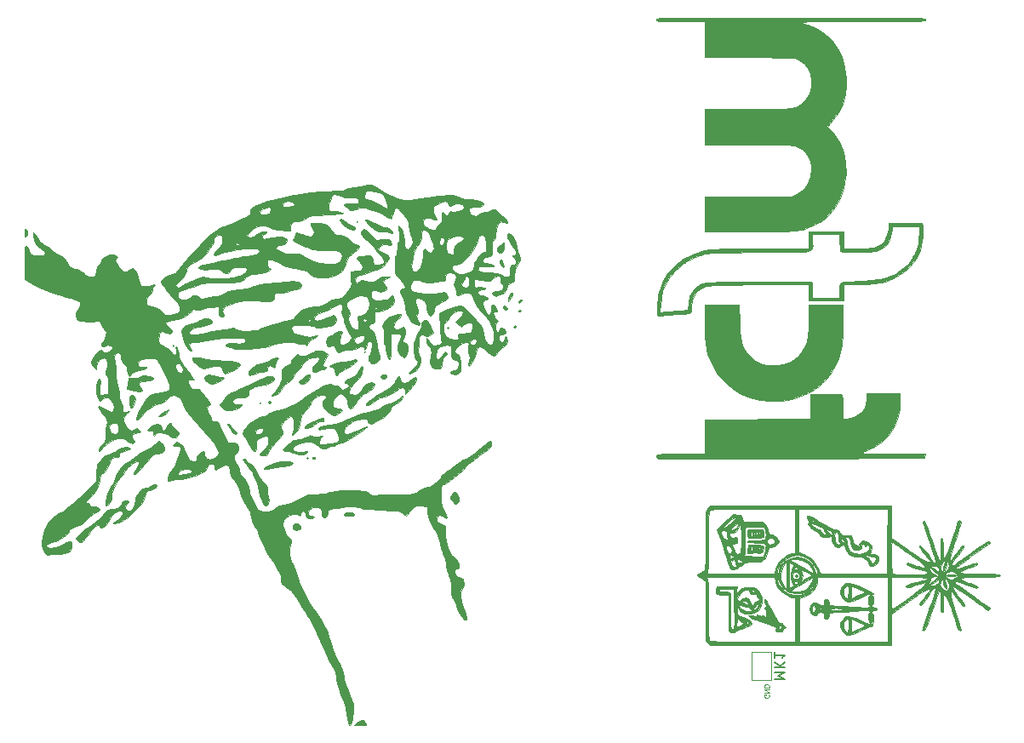
<source format=gbr>
G04 #@! TF.GenerationSoftware,KiCad,Pcbnew,(5.1.2)-2*
G04 #@! TF.CreationDate,2021-05-04T12:01:07-04:00*
G04 #@! TF.ProjectId,Magnetometer_A,4d61676e-6574-46f6-9d65-7465725f412e,rev?*
G04 #@! TF.SameCoordinates,Original*
G04 #@! TF.FileFunction,Legend,Bot*
G04 #@! TF.FilePolarity,Positive*
%FSLAX46Y46*%
G04 Gerber Fmt 4.6, Leading zero omitted, Abs format (unit mm)*
G04 Created by KiCad (PCBNEW (5.1.2)-2) date 2021-05-04 12:01:07*
%MOMM*%
%LPD*%
G04 APERTURE LIST*
%ADD10C,0.125000*%
%ADD11C,0.010000*%
%ADD12C,0.120000*%
%ADD13C,0.150000*%
G04 APERTURE END LIST*
D10*
X113250000Y-108380952D02*
X113273809Y-108428571D01*
X113273809Y-108500000D01*
X113250000Y-108571428D01*
X113202380Y-108619047D01*
X113154761Y-108642857D01*
X113059523Y-108666666D01*
X112988095Y-108666666D01*
X112892857Y-108642857D01*
X112845238Y-108619047D01*
X112797619Y-108571428D01*
X112773809Y-108500000D01*
X112773809Y-108452380D01*
X112797619Y-108380952D01*
X112821428Y-108357142D01*
X112988095Y-108357142D01*
X112988095Y-108452380D01*
X112773809Y-108142857D02*
X113273809Y-108142857D01*
X112773809Y-107857142D01*
X113273809Y-107857142D01*
X112773809Y-107619047D02*
X113273809Y-107619047D01*
X113273809Y-107500000D01*
X113250000Y-107428571D01*
X113202380Y-107380952D01*
X113154761Y-107357142D01*
X113059523Y-107333333D01*
X112988095Y-107333333D01*
X112892857Y-107357142D01*
X112845238Y-107380952D01*
X112797619Y-107428571D01*
X112773809Y-107500000D01*
X112773809Y-107619047D01*
D11*
G36*
X81300500Y-71776000D02*
G01*
X81237000Y-71839500D01*
X81300500Y-71903000D01*
X81364000Y-71839500D01*
X81300500Y-71776000D01*
X81300500Y-71776000D01*
G37*
X81300500Y-71776000D02*
X81237000Y-71839500D01*
X81300500Y-71903000D01*
X81364000Y-71839500D01*
X81300500Y-71776000D01*
G36*
X88579274Y-69011076D02*
G01*
X88426961Y-69127411D01*
X88368340Y-69280511D01*
X88442413Y-69362678D01*
X88451830Y-69363000D01*
X88598579Y-69261241D01*
X88652999Y-69161888D01*
X88656444Y-69013006D01*
X88579274Y-69011076D01*
X88579274Y-69011076D01*
G37*
X88579274Y-69011076D02*
X88426961Y-69127411D01*
X88368340Y-69280511D01*
X88442413Y-69362678D01*
X88451830Y-69363000D01*
X88598579Y-69261241D01*
X88652999Y-69161888D01*
X88656444Y-69013006D01*
X88579274Y-69011076D01*
G36*
X88525196Y-70041656D02*
G01*
X88476000Y-70061500D01*
X88354845Y-70175624D01*
X88349000Y-70195996D01*
X88447259Y-70250544D01*
X88476000Y-70252000D01*
X88598120Y-70154369D01*
X88603000Y-70117505D01*
X88525196Y-70041656D01*
X88525196Y-70041656D01*
G37*
X88525196Y-70041656D02*
X88476000Y-70061500D01*
X88354845Y-70175624D01*
X88349000Y-70195996D01*
X88447259Y-70250544D01*
X88476000Y-70252000D01*
X88598120Y-70154369D01*
X88603000Y-70117505D01*
X88525196Y-70041656D01*
G36*
X88016752Y-71565155D02*
G01*
X87968000Y-71585500D01*
X87845742Y-71753739D01*
X87841000Y-71790991D01*
X87919249Y-71859846D01*
X87968000Y-71839500D01*
X88090259Y-71671262D01*
X88095000Y-71634010D01*
X88016752Y-71565155D01*
X88016752Y-71565155D01*
G37*
X88016752Y-71565155D02*
X87968000Y-71585500D01*
X87845742Y-71753739D01*
X87841000Y-71790991D01*
X87919249Y-71859846D01*
X87968000Y-71839500D01*
X88090259Y-71671262D01*
X88095000Y-71634010D01*
X88016752Y-71565155D01*
G36*
X87715240Y-68411267D02*
G01*
X87605775Y-68395647D01*
X87497688Y-68529306D01*
X87356339Y-68857376D01*
X87339957Y-68900203D01*
X87276615Y-69139360D01*
X87304394Y-69235198D01*
X87434190Y-69136906D01*
X87581849Y-68908744D01*
X87698839Y-68648041D01*
X87736627Y-68452127D01*
X87715240Y-68411267D01*
X87715240Y-68411267D01*
G37*
X87715240Y-68411267D02*
X87605775Y-68395647D01*
X87497688Y-68529306D01*
X87356339Y-68857376D01*
X87339957Y-68900203D01*
X87276615Y-69139360D01*
X87304394Y-69235198D01*
X87434190Y-69136906D01*
X87581849Y-68908744D01*
X87698839Y-68648041D01*
X87736627Y-68452127D01*
X87715240Y-68411267D01*
G36*
X87097129Y-69708170D02*
G01*
X86955986Y-69617000D01*
X86842285Y-69708922D01*
X86843293Y-69900405D01*
X86957754Y-70065029D01*
X86960450Y-70066723D01*
X87133456Y-70099072D01*
X87166639Y-70079695D01*
X87191522Y-69909911D01*
X87097129Y-69708170D01*
X87097129Y-69708170D01*
G37*
X87097129Y-69708170D02*
X86955986Y-69617000D01*
X86842285Y-69708922D01*
X86843293Y-69900405D01*
X86957754Y-70065029D01*
X86960450Y-70066723D01*
X87133456Y-70099072D01*
X87166639Y-70079695D01*
X87191522Y-69909911D01*
X87097129Y-69708170D01*
G36*
X86835350Y-65520495D02*
G01*
X86730231Y-65223442D01*
X86597179Y-65079657D01*
X86485497Y-65114228D01*
X86444000Y-65321368D01*
X86537985Y-65617347D01*
X86679864Y-65766201D01*
X86836361Y-65842367D01*
X86874942Y-65758832D01*
X86835350Y-65520495D01*
X86835350Y-65520495D01*
G37*
X86835350Y-65520495D02*
X86730231Y-65223442D01*
X86597179Y-65079657D01*
X86485497Y-65114228D01*
X86444000Y-65321368D01*
X86537985Y-65617347D01*
X86679864Y-65766201D01*
X86836361Y-65842367D01*
X86874942Y-65758832D01*
X86835350Y-65520495D01*
G36*
X86862779Y-63400821D02*
G01*
X86857716Y-63393925D01*
X86751753Y-63467946D01*
X86534540Y-63648321D01*
X86508466Y-63670903D01*
X86251136Y-63968763D01*
X86209293Y-64210805D01*
X86376311Y-64362466D01*
X86659546Y-64394316D01*
X86822075Y-64214856D01*
X86875251Y-63864008D01*
X86876472Y-63560083D01*
X86862779Y-63400821D01*
X86862779Y-63400821D01*
G37*
X86862779Y-63400821D02*
X86857716Y-63393925D01*
X86751753Y-63467946D01*
X86534540Y-63648321D01*
X86508466Y-63670903D01*
X86251136Y-63968763D01*
X86209293Y-64210805D01*
X86376311Y-64362466D01*
X86659546Y-64394316D01*
X86822075Y-64214856D01*
X86875251Y-63864008D01*
X86876472Y-63560083D01*
X86862779Y-63400821D01*
G36*
X82385813Y-88805055D02*
G01*
X82298925Y-88571750D01*
X82126329Y-88254856D01*
X81957617Y-88182063D01*
X81759378Y-88346227D01*
X81688702Y-88441259D01*
X81530744Y-88694706D01*
X81528223Y-88867880D01*
X81695953Y-89068297D01*
X81787034Y-89154833D01*
X82001152Y-89335456D01*
X82135528Y-89345726D01*
X82277822Y-89208721D01*
X82397325Y-89019595D01*
X82385813Y-88805055D01*
X82385813Y-88805055D01*
G37*
X82385813Y-88805055D02*
X82298925Y-88571750D01*
X82126329Y-88254856D01*
X81957617Y-88182063D01*
X81759378Y-88346227D01*
X81688702Y-88441259D01*
X81530744Y-88694706D01*
X81528223Y-88867880D01*
X81695953Y-89068297D01*
X81787034Y-89154833D01*
X82001152Y-89335456D01*
X82135528Y-89345726D01*
X82277822Y-89208721D01*
X82397325Y-89019595D01*
X82385813Y-88805055D01*
G36*
X79595994Y-71733145D02*
G01*
X79410156Y-71381192D01*
X79250328Y-71132618D01*
X79188449Y-71067271D01*
X78996665Y-71072521D01*
X78805301Y-71236732D01*
X78700153Y-71479644D01*
X78697000Y-71527003D01*
X78639981Y-71748694D01*
X78490246Y-72113935D01*
X78279779Y-72544994D01*
X78272295Y-72559203D01*
X78044898Y-73016782D01*
X77924864Y-73366322D01*
X77887473Y-73716738D01*
X77907291Y-74167375D01*
X77973682Y-74684980D01*
X78076875Y-74980002D01*
X78141497Y-75038212D01*
X78303042Y-75202670D01*
X78267529Y-75461857D01*
X78049031Y-75769299D01*
X77871504Y-75929836D01*
X77565248Y-76200171D01*
X77443375Y-76365062D01*
X77509520Y-76406204D01*
X77767317Y-76305291D01*
X77800291Y-76288487D01*
X78131737Y-76060998D01*
X78371791Y-75812468D01*
X78499817Y-75512413D01*
X78561226Y-75133859D01*
X78551678Y-74774399D01*
X78466835Y-74531628D01*
X78430206Y-74498593D01*
X78350221Y-74310543D01*
X78379510Y-74014848D01*
X78433387Y-73620593D01*
X78451710Y-73159436D01*
X78449953Y-73077750D01*
X78453043Y-72737576D01*
X78517614Y-72580966D01*
X78679438Y-72538789D01*
X78729249Y-72538000D01*
X79019366Y-72590580D01*
X79159270Y-72670070D01*
X79342854Y-72709541D01*
X79586652Y-72563010D01*
X79881965Y-72323881D01*
X79595994Y-71733145D01*
X79595994Y-71733145D01*
G37*
X79595994Y-71733145D02*
X79410156Y-71381192D01*
X79250328Y-71132618D01*
X79188449Y-71067271D01*
X78996665Y-71072521D01*
X78805301Y-71236732D01*
X78700153Y-71479644D01*
X78697000Y-71527003D01*
X78639981Y-71748694D01*
X78490246Y-72113935D01*
X78279779Y-72544994D01*
X78272295Y-72559203D01*
X78044898Y-73016782D01*
X77924864Y-73366322D01*
X77887473Y-73716738D01*
X77907291Y-74167375D01*
X77973682Y-74684980D01*
X78076875Y-74980002D01*
X78141497Y-75038212D01*
X78303042Y-75202670D01*
X78267529Y-75461857D01*
X78049031Y-75769299D01*
X77871504Y-75929836D01*
X77565248Y-76200171D01*
X77443375Y-76365062D01*
X77509520Y-76406204D01*
X77767317Y-76305291D01*
X77800291Y-76288487D01*
X78131737Y-76060998D01*
X78371791Y-75812468D01*
X78499817Y-75512413D01*
X78561226Y-75133859D01*
X78551678Y-74774399D01*
X78466835Y-74531628D01*
X78430206Y-74498593D01*
X78350221Y-74310543D01*
X78379510Y-74014848D01*
X78433387Y-73620593D01*
X78451710Y-73159436D01*
X78449953Y-73077750D01*
X78453043Y-72737576D01*
X78517614Y-72580966D01*
X78679438Y-72538789D01*
X78729249Y-72538000D01*
X79019366Y-72590580D01*
X79159270Y-72670070D01*
X79342854Y-72709541D01*
X79586652Y-72563010D01*
X79881965Y-72323881D01*
X79595994Y-71733145D01*
G36*
X77304393Y-73665056D02*
G01*
X77164951Y-73405568D01*
X77046000Y-73336799D01*
X76835833Y-73195496D01*
X76805257Y-72991142D01*
X76919000Y-72855500D01*
X77016458Y-72682936D01*
X77051383Y-72391607D01*
X77028848Y-72079260D01*
X76953924Y-71843642D01*
X76862996Y-71776000D01*
X76646772Y-71853401D01*
X76601500Y-71903000D01*
X76426440Y-72001309D01*
X76213005Y-72030000D01*
X75968103Y-71942805D01*
X75881153Y-71723006D01*
X75947687Y-71433284D01*
X76163236Y-71136318D01*
X76284000Y-71034082D01*
X76527547Y-70807831D01*
X76657702Y-70601211D01*
X76661237Y-70466258D01*
X76524929Y-70455012D01*
X76419350Y-70501532D01*
X76086129Y-70610691D01*
X75879600Y-70633631D01*
X75565986Y-70714415D01*
X75257416Y-70918872D01*
X74998339Y-71192101D01*
X74833202Y-71479199D01*
X74806454Y-71725263D01*
X74897894Y-71846233D01*
X74985408Y-72044833D01*
X74993457Y-72483784D01*
X74978607Y-72682371D01*
X74960450Y-73092572D01*
X74982658Y-73391652D01*
X75026048Y-73497946D01*
X75109267Y-73664008D01*
X75141000Y-73936520D01*
X75182376Y-74268899D01*
X75284083Y-74608412D01*
X75412497Y-74865088D01*
X75520164Y-74951000D01*
X75573352Y-74874763D01*
X75611684Y-74629338D01*
X75637108Y-74189654D01*
X75651570Y-73530641D01*
X75654580Y-73219644D01*
X75660270Y-72440787D01*
X76162635Y-72433854D01*
X76488982Y-72448441D01*
X76632018Y-72529393D01*
X76660961Y-72704711D01*
X76581333Y-73029531D01*
X76470461Y-73229024D01*
X76296166Y-73651401D01*
X76327729Y-74114358D01*
X76555770Y-74523614D01*
X76604118Y-74572459D01*
X76836302Y-74762812D01*
X76988481Y-74781584D01*
X77108077Y-74689352D01*
X77279989Y-74394811D01*
X77344084Y-74024091D01*
X77304393Y-73665056D01*
X77304393Y-73665056D01*
G37*
X77304393Y-73665056D02*
X77164951Y-73405568D01*
X77046000Y-73336799D01*
X76835833Y-73195496D01*
X76805257Y-72991142D01*
X76919000Y-72855500D01*
X77016458Y-72682936D01*
X77051383Y-72391607D01*
X77028848Y-72079260D01*
X76953924Y-71843642D01*
X76862996Y-71776000D01*
X76646772Y-71853401D01*
X76601500Y-71903000D01*
X76426440Y-72001309D01*
X76213005Y-72030000D01*
X75968103Y-71942805D01*
X75881153Y-71723006D01*
X75947687Y-71433284D01*
X76163236Y-71136318D01*
X76284000Y-71034082D01*
X76527547Y-70807831D01*
X76657702Y-70601211D01*
X76661237Y-70466258D01*
X76524929Y-70455012D01*
X76419350Y-70501532D01*
X76086129Y-70610691D01*
X75879600Y-70633631D01*
X75565986Y-70714415D01*
X75257416Y-70918872D01*
X74998339Y-71192101D01*
X74833202Y-71479199D01*
X74806454Y-71725263D01*
X74897894Y-71846233D01*
X74985408Y-72044833D01*
X74993457Y-72483784D01*
X74978607Y-72682371D01*
X74960450Y-73092572D01*
X74982658Y-73391652D01*
X75026048Y-73497946D01*
X75109267Y-73664008D01*
X75141000Y-73936520D01*
X75182376Y-74268899D01*
X75284083Y-74608412D01*
X75412497Y-74865088D01*
X75520164Y-74951000D01*
X75573352Y-74874763D01*
X75611684Y-74629338D01*
X75637108Y-74189654D01*
X75651570Y-73530641D01*
X75654580Y-73219644D01*
X75660270Y-72440787D01*
X76162635Y-72433854D01*
X76488982Y-72448441D01*
X76632018Y-72529393D01*
X76660961Y-72704711D01*
X76581333Y-73029531D01*
X76470461Y-73229024D01*
X76296166Y-73651401D01*
X76327729Y-74114358D01*
X76555770Y-74523614D01*
X76604118Y-74572459D01*
X76836302Y-74762812D01*
X76988481Y-74781584D01*
X77108077Y-74689352D01*
X77279989Y-74394811D01*
X77344084Y-74024091D01*
X77304393Y-73665056D01*
G36*
X75195607Y-76587611D02*
G01*
X75024777Y-76493219D01*
X74879505Y-76475000D01*
X74680469Y-76565030D01*
X74639876Y-76757366D01*
X74765564Y-76922939D01*
X74947925Y-76924767D01*
X75131404Y-76803069D01*
X75211333Y-76639457D01*
X75195607Y-76587611D01*
X75195607Y-76587611D01*
G37*
X75195607Y-76587611D02*
X75024777Y-76493219D01*
X74879505Y-76475000D01*
X74680469Y-76565030D01*
X74639876Y-76757366D01*
X74765564Y-76922939D01*
X74947925Y-76924767D01*
X75131404Y-76803069D01*
X75211333Y-76639457D01*
X75195607Y-76587611D01*
G36*
X75669735Y-62087066D02*
G01*
X75428151Y-61932959D01*
X75181647Y-61870000D01*
X74925693Y-61814252D01*
X74526539Y-61667015D01*
X74064037Y-61458306D01*
X73994830Y-61423904D01*
X73581310Y-61226754D01*
X73271819Y-61100354D01*
X73119637Y-61065791D01*
X73112417Y-61074654D01*
X73190782Y-61223294D01*
X73382552Y-61477484D01*
X73461667Y-61571440D01*
X73963990Y-62028698D01*
X74486108Y-62247871D01*
X74856064Y-62269752D01*
X75222949Y-62288818D01*
X75506115Y-62369499D01*
X75729593Y-62438521D01*
X75823079Y-62415588D01*
X75826192Y-62269049D01*
X75669735Y-62087066D01*
X75669735Y-62087066D01*
G37*
X75669735Y-62087066D02*
X75428151Y-61932959D01*
X75181647Y-61870000D01*
X74925693Y-61814252D01*
X74526539Y-61667015D01*
X74064037Y-61458306D01*
X73994830Y-61423904D01*
X73581310Y-61226754D01*
X73271819Y-61100354D01*
X73119637Y-61065791D01*
X73112417Y-61074654D01*
X73190782Y-61223294D01*
X73382552Y-61477484D01*
X73461667Y-61571440D01*
X73963990Y-62028698D01*
X74486108Y-62247871D01*
X74856064Y-62269752D01*
X75222949Y-62288818D01*
X75506115Y-62369499D01*
X75729593Y-62438521D01*
X75823079Y-62415588D01*
X75826192Y-62269049D01*
X75669735Y-62087066D01*
G36*
X78133606Y-76894827D02*
G01*
X78055827Y-76787177D01*
X77921439Y-76834187D01*
X77691780Y-77036173D01*
X77321296Y-77291453D01*
X76974026Y-77362402D01*
X76703679Y-77253426D01*
X76563963Y-76968934D01*
X76560551Y-76943335D01*
X76509623Y-76706346D01*
X76411174Y-76684715D01*
X76338301Y-76736635D01*
X76182773Y-76938882D01*
X76157000Y-77037138D01*
X76058558Y-77239074D01*
X75800399Y-77524375D01*
X75438274Y-77841909D01*
X75027935Y-78140542D01*
X74806867Y-78275418D01*
X74309921Y-78568587D01*
X73843129Y-78867688D01*
X73462614Y-79134519D01*
X73224500Y-79330877D01*
X73181104Y-79382079D01*
X73185181Y-79546139D01*
X73216942Y-79574722D01*
X73369350Y-79540313D01*
X73648305Y-79379833D01*
X73909909Y-79191432D01*
X74541954Y-78809093D01*
X75038146Y-78666824D01*
X75670780Y-78457331D01*
X76084610Y-78169889D01*
X76516119Y-77856036D01*
X76824244Y-77750699D01*
X77002109Y-77854487D01*
X77046000Y-78084638D01*
X77046000Y-78424276D01*
X77375917Y-78116388D01*
X77783933Y-77683423D01*
X78050339Y-77290701D01*
X78147576Y-76982653D01*
X78133606Y-76894827D01*
X78133606Y-76894827D01*
G37*
X78133606Y-76894827D02*
X78055827Y-76787177D01*
X77921439Y-76834187D01*
X77691780Y-77036173D01*
X77321296Y-77291453D01*
X76974026Y-77362402D01*
X76703679Y-77253426D01*
X76563963Y-76968934D01*
X76560551Y-76943335D01*
X76509623Y-76706346D01*
X76411174Y-76684715D01*
X76338301Y-76736635D01*
X76182773Y-76938882D01*
X76157000Y-77037138D01*
X76058558Y-77239074D01*
X75800399Y-77524375D01*
X75438274Y-77841909D01*
X75027935Y-78140542D01*
X74806867Y-78275418D01*
X74309921Y-78568587D01*
X73843129Y-78867688D01*
X73462614Y-79134519D01*
X73224500Y-79330877D01*
X73181104Y-79382079D01*
X73185181Y-79546139D01*
X73216942Y-79574722D01*
X73369350Y-79540313D01*
X73648305Y-79379833D01*
X73909909Y-79191432D01*
X74541954Y-78809093D01*
X75038146Y-78666824D01*
X75670780Y-78457331D01*
X76084610Y-78169889D01*
X76516119Y-77856036D01*
X76824244Y-77750699D01*
X77002109Y-77854487D01*
X77046000Y-78084638D01*
X77046000Y-78424276D01*
X77375917Y-78116388D01*
X77783933Y-77683423D01*
X78050339Y-77290701D01*
X78147576Y-76982653D01*
X78133606Y-76894827D01*
G36*
X73045500Y-74189000D02*
G01*
X72982000Y-74252500D01*
X73045500Y-74316000D01*
X73109000Y-74252500D01*
X73045500Y-74189000D01*
X73045500Y-74189000D01*
G37*
X73045500Y-74189000D02*
X72982000Y-74252500D01*
X73045500Y-74316000D01*
X73109000Y-74252500D01*
X73045500Y-74189000D01*
G36*
X72283500Y-61235000D02*
G01*
X72220000Y-61298500D01*
X72283500Y-61362000D01*
X72347000Y-61298500D01*
X72283500Y-61235000D01*
X72283500Y-61235000D01*
G37*
X72283500Y-61235000D02*
X72220000Y-61298500D01*
X72283500Y-61362000D01*
X72347000Y-61298500D01*
X72283500Y-61235000D01*
G36*
X73112786Y-111153074D02*
G01*
X72925910Y-110891066D01*
X72725388Y-110850034D01*
X72449849Y-111023510D01*
X72387942Y-111076673D01*
X72029500Y-111391974D01*
X72637219Y-111395987D01*
X72996777Y-111389670D01*
X73152967Y-111347235D01*
X73156207Y-111242928D01*
X73112786Y-111153074D01*
X73112786Y-111153074D01*
G37*
X73112786Y-111153074D02*
X72925910Y-110891066D01*
X72725388Y-110850034D01*
X72449849Y-111023510D01*
X72387942Y-111076673D01*
X72029500Y-111391974D01*
X72637219Y-111395987D01*
X72996777Y-111389670D01*
X73152967Y-111347235D01*
X73156207Y-111242928D01*
X73112786Y-111153074D01*
G36*
X71917142Y-90312783D02*
G01*
X71775217Y-90236818D01*
X71518138Y-90207809D01*
X71225172Y-90258375D01*
X71004162Y-90360990D01*
X70950000Y-90447420D01*
X71062675Y-90525435D01*
X71344147Y-90568825D01*
X71458000Y-90572000D01*
X71796588Y-90532824D01*
X71959454Y-90436043D01*
X71917142Y-90312783D01*
X71917142Y-90312783D01*
G37*
X71917142Y-90312783D02*
X71775217Y-90236818D01*
X71518138Y-90207809D01*
X71225172Y-90258375D01*
X71004162Y-90360990D01*
X70950000Y-90447420D01*
X71062675Y-90525435D01*
X71344147Y-90568825D01*
X71458000Y-90572000D01*
X71796588Y-90532824D01*
X71959454Y-90436043D01*
X71917142Y-90312783D01*
G36*
X72028612Y-61769054D02*
G01*
X71919964Y-61743000D01*
X71723963Y-61668620D01*
X71424630Y-61480072D01*
X71267500Y-61362000D01*
X70964930Y-61138252D01*
X70739124Y-61001226D01*
X70678537Y-60981000D01*
X70570225Y-61062531D01*
X70612258Y-61259264D01*
X70783084Y-61499409D01*
X70854750Y-61567898D01*
X71232096Y-61846842D01*
X71596576Y-62031659D01*
X71876928Y-62089927D01*
X71953891Y-62067985D01*
X72085152Y-61905273D01*
X72028612Y-61769054D01*
X72028612Y-61769054D01*
G37*
X72028612Y-61769054D02*
X71919964Y-61743000D01*
X71723963Y-61668620D01*
X71424630Y-61480072D01*
X71267500Y-61362000D01*
X70964930Y-61138252D01*
X70739124Y-61001226D01*
X70678537Y-60981000D01*
X70570225Y-61062531D01*
X70612258Y-61259264D01*
X70783084Y-61499409D01*
X70854750Y-61567898D01*
X71232096Y-61846842D01*
X71596576Y-62031659D01*
X71876928Y-62089927D01*
X71953891Y-62067985D01*
X72085152Y-61905273D01*
X72028612Y-61769054D01*
G36*
X72048985Y-75007608D02*
G01*
X71827931Y-75057568D01*
X71536731Y-75134788D01*
X71100830Y-75214407D01*
X70736333Y-75264261D01*
X70279598Y-75340245D01*
X69900967Y-75444175D01*
X69720333Y-75529935D01*
X69562955Y-75662867D01*
X69610460Y-75704571D01*
X69714925Y-75708961D01*
X69918547Y-75831628D01*
X70017079Y-76096643D01*
X70121955Y-76427158D01*
X70249202Y-76558730D01*
X70371068Y-76467982D01*
X70394801Y-76414818D01*
X70556111Y-76236956D01*
X70856322Y-76054407D01*
X70933654Y-76019893D01*
X71364088Y-75812227D01*
X71759314Y-75572775D01*
X72068437Y-75339062D01*
X72240560Y-75148612D01*
X72245482Y-75052682D01*
X72048985Y-75007608D01*
X72048985Y-75007608D01*
G37*
X72048985Y-75007608D02*
X71827931Y-75057568D01*
X71536731Y-75134788D01*
X71100830Y-75214407D01*
X70736333Y-75264261D01*
X70279598Y-75340245D01*
X69900967Y-75444175D01*
X69720333Y-75529935D01*
X69562955Y-75662867D01*
X69610460Y-75704571D01*
X69714925Y-75708961D01*
X69918547Y-75831628D01*
X70017079Y-76096643D01*
X70121955Y-76427158D01*
X70249202Y-76558730D01*
X70371068Y-76467982D01*
X70394801Y-76414818D01*
X70556111Y-76236956D01*
X70856322Y-76054407D01*
X70933654Y-76019893D01*
X71364088Y-75812227D01*
X71759314Y-75572775D01*
X72068437Y-75339062D01*
X72240560Y-75148612D01*
X72245482Y-75052682D01*
X72048985Y-75007608D01*
G36*
X68073124Y-84701804D02*
G01*
X68039848Y-84673204D01*
X67873804Y-84685877D01*
X67845204Y-84719153D01*
X67857877Y-84885197D01*
X67891153Y-84913797D01*
X68057197Y-84901124D01*
X68085797Y-84867848D01*
X68073124Y-84701804D01*
X68073124Y-84701804D01*
G37*
X68073124Y-84701804D02*
X68039848Y-84673204D01*
X67873804Y-84685877D01*
X67845204Y-84719153D01*
X67857877Y-84885197D01*
X67891153Y-84913797D01*
X68057197Y-84901124D01*
X68085797Y-84867848D01*
X68073124Y-84701804D01*
G36*
X67330500Y-84730000D02*
G01*
X67267000Y-84793500D01*
X67330500Y-84857000D01*
X67394000Y-84793500D01*
X67330500Y-84730000D01*
X67330500Y-84730000D01*
G37*
X67330500Y-84730000D02*
X67267000Y-84793500D01*
X67330500Y-84857000D01*
X67394000Y-84793500D01*
X67330500Y-84730000D01*
G36*
X68916462Y-80854647D02*
G01*
X68787613Y-80804644D01*
X68541179Y-80863060D01*
X68137734Y-81041786D01*
X67902531Y-81160462D01*
X67431399Y-81409996D01*
X67154962Y-81579318D01*
X67038603Y-81697450D01*
X67047705Y-81793414D01*
X67088917Y-81842583D01*
X67287582Y-81866857D01*
X67634548Y-81710374D01*
X67988777Y-81472719D01*
X68311134Y-81277929D01*
X68591889Y-81177638D01*
X68634360Y-81174000D01*
X68912729Y-81118141D01*
X68980108Y-80968916D01*
X68916462Y-80854647D01*
X68916462Y-80854647D01*
G37*
X68916462Y-80854647D02*
X68787613Y-80804644D01*
X68541179Y-80863060D01*
X68137734Y-81041786D01*
X67902531Y-81160462D01*
X67431399Y-81409996D01*
X67154962Y-81579318D01*
X67038603Y-81697450D01*
X67047705Y-81793414D01*
X67088917Y-81842583D01*
X67287582Y-81866857D01*
X67634548Y-81710374D01*
X67988777Y-81472719D01*
X68311134Y-81277929D01*
X68591889Y-81177638D01*
X68634360Y-81174000D01*
X68912729Y-81118141D01*
X68980108Y-80968916D01*
X68916462Y-80854647D01*
G36*
X67584096Y-76529680D02*
G01*
X67419262Y-76479911D01*
X67201839Y-76604631D01*
X67115452Y-76705614D01*
X66880432Y-76932835D01*
X66727250Y-77019128D01*
X66528926Y-77172834D01*
X66556553Y-77351888D01*
X66705417Y-77448879D01*
X66959145Y-77428996D01*
X67255794Y-77258044D01*
X67507713Y-77002823D01*
X67625083Y-76748009D01*
X67584096Y-76529680D01*
X67584096Y-76529680D01*
G37*
X67584096Y-76529680D02*
X67419262Y-76479911D01*
X67201839Y-76604631D01*
X67115452Y-76705614D01*
X66880432Y-76932835D01*
X66727250Y-77019128D01*
X66528926Y-77172834D01*
X66556553Y-77351888D01*
X66705417Y-77448879D01*
X66959145Y-77428996D01*
X67255794Y-77258044D01*
X67507713Y-77002823D01*
X67625083Y-76748009D01*
X67584096Y-76529680D01*
G36*
X66507772Y-91433972D02*
G01*
X66288912Y-91319211D01*
X66072418Y-91326733D01*
X66014115Y-91367686D01*
X65868564Y-91627393D01*
X65914551Y-91854622D01*
X66130479Y-91967094D01*
X66171950Y-91969000D01*
X66469142Y-91900098D01*
X66618671Y-91794562D01*
X66645518Y-91612071D01*
X66507772Y-91433972D01*
X66507772Y-91433972D01*
G37*
X66507772Y-91433972D02*
X66288912Y-91319211D01*
X66072418Y-91326733D01*
X66014115Y-91367686D01*
X65868564Y-91627393D01*
X65914551Y-91854622D01*
X66130479Y-91967094D01*
X66171950Y-91969000D01*
X66469142Y-91900098D01*
X66618671Y-91794562D01*
X66645518Y-91612071D01*
X66507772Y-91433972D01*
G36*
X76814085Y-78641567D02*
G01*
X76627833Y-78740951D01*
X76365116Y-78943862D01*
X75993849Y-79202003D01*
X75649961Y-79364858D01*
X75494298Y-79396000D01*
X75171180Y-79473945D01*
X74837444Y-79661741D01*
X74833219Y-79665046D01*
X74504678Y-79868969D01*
X74060375Y-80038569D01*
X73445431Y-80192460D01*
X73045500Y-80271435D01*
X72704985Y-80367875D01*
X72218989Y-80547111D01*
X71669028Y-80777977D01*
X71404244Y-80898931D01*
X70698277Y-81204485D01*
X70124703Y-81386349D01*
X69608567Y-81467545D01*
X69538122Y-81472109D01*
X68985907Y-81545610D01*
X68600395Y-81687742D01*
X68419081Y-81882864D01*
X68410000Y-81942686D01*
X68515681Y-81980803D01*
X68774795Y-81939976D01*
X68821912Y-81927135D01*
X69458660Y-81808234D01*
X69924260Y-81868698D01*
X70228778Y-82109915D01*
X70236894Y-82122032D01*
X70392927Y-82491282D01*
X70442000Y-82806764D01*
X70425174Y-83009622D01*
X70343871Y-83147970D01*
X70151861Y-83244175D01*
X69802910Y-83320600D01*
X69250787Y-83399610D01*
X69203750Y-83405761D01*
X68817349Y-83449815D01*
X68619456Y-83435946D01*
X68547025Y-83341406D01*
X68537000Y-83165173D01*
X68617108Y-82864679D01*
X68759250Y-82701170D01*
X68838930Y-82625920D01*
X68717338Y-82609030D01*
X68393266Y-82643528D01*
X67947393Y-82666647D01*
X67723719Y-82588353D01*
X67713908Y-82574896D01*
X67582853Y-82512070D01*
X67386546Y-82641247D01*
X67119883Y-82784263D01*
X66722781Y-82895640D01*
X66542075Y-82923596D01*
X66016961Y-83048541D01*
X65538602Y-83328047D01*
X65393921Y-83443470D01*
X65037816Y-83761090D01*
X64884671Y-83960083D01*
X64926719Y-84063631D01*
X65156192Y-84094915D01*
X65175580Y-84095000D01*
X65509890Y-84144541D01*
X65904173Y-84265782D01*
X65953089Y-84285500D01*
X66506622Y-84452955D01*
X66937619Y-84429062D01*
X67210977Y-84282631D01*
X67348815Y-84161647D01*
X67310397Y-84124946D01*
X67062587Y-84156165D01*
X66982085Y-84169608D01*
X66452237Y-84209300D01*
X66081954Y-84132430D01*
X65902075Y-83948956D01*
X65893506Y-83818095D01*
X66008363Y-83609410D01*
X66311683Y-83444076D01*
X66505000Y-83380012D01*
X67199739Y-83224553D01*
X67748050Y-83230292D01*
X68204558Y-83403198D01*
X68461989Y-83593930D01*
X68742020Y-83825487D01*
X68931673Y-83907432D01*
X69127518Y-83862101D01*
X69285601Y-83784430D01*
X69627460Y-83645631D01*
X69917717Y-83587010D01*
X69920199Y-83587000D01*
X70162790Y-83534670D01*
X70245462Y-83469771D01*
X70409728Y-83365223D01*
X70709157Y-83271650D01*
X70729207Y-83267379D01*
X71017890Y-83158100D01*
X71444280Y-82939412D01*
X71941424Y-82652339D01*
X72442371Y-82337908D01*
X72880170Y-82037147D01*
X73187868Y-81791080D01*
X73260023Y-81716555D01*
X73233168Y-81678982D01*
X73022817Y-81745868D01*
X72669907Y-81902728D01*
X72506164Y-81983303D01*
X71862234Y-82280311D01*
X71403100Y-82424843D01*
X71111465Y-82418292D01*
X70970037Y-82262053D01*
X70950000Y-82108751D01*
X71066234Y-81778298D01*
X71375069Y-81456786D01*
X71816710Y-81181627D01*
X72331360Y-80990236D01*
X72849941Y-80920000D01*
X73184310Y-80940856D01*
X73332990Y-81025352D01*
X73363000Y-81174000D01*
X73460328Y-81367050D01*
X73674667Y-81435432D01*
X73889550Y-81354496D01*
X73937807Y-81295650D01*
X74099440Y-81168587D01*
X74403726Y-81012141D01*
X74517275Y-80964171D01*
X74915100Y-80742223D01*
X75279786Y-80434377D01*
X75546148Y-80106290D01*
X75649000Y-79824276D01*
X75755540Y-79655838D01*
X76017402Y-79484668D01*
X76071860Y-79460358D01*
X76494325Y-79228257D01*
X76746272Y-78925670D01*
X76834731Y-78721612D01*
X76814085Y-78641567D01*
X76814085Y-78641567D01*
G37*
X76814085Y-78641567D02*
X76627833Y-78740951D01*
X76365116Y-78943862D01*
X75993849Y-79202003D01*
X75649961Y-79364858D01*
X75494298Y-79396000D01*
X75171180Y-79473945D01*
X74837444Y-79661741D01*
X74833219Y-79665046D01*
X74504678Y-79868969D01*
X74060375Y-80038569D01*
X73445431Y-80192460D01*
X73045500Y-80271435D01*
X72704985Y-80367875D01*
X72218989Y-80547111D01*
X71669028Y-80777977D01*
X71404244Y-80898931D01*
X70698277Y-81204485D01*
X70124703Y-81386349D01*
X69608567Y-81467545D01*
X69538122Y-81472109D01*
X68985907Y-81545610D01*
X68600395Y-81687742D01*
X68419081Y-81882864D01*
X68410000Y-81942686D01*
X68515681Y-81980803D01*
X68774795Y-81939976D01*
X68821912Y-81927135D01*
X69458660Y-81808234D01*
X69924260Y-81868698D01*
X70228778Y-82109915D01*
X70236894Y-82122032D01*
X70392927Y-82491282D01*
X70442000Y-82806764D01*
X70425174Y-83009622D01*
X70343871Y-83147970D01*
X70151861Y-83244175D01*
X69802910Y-83320600D01*
X69250787Y-83399610D01*
X69203750Y-83405761D01*
X68817349Y-83449815D01*
X68619456Y-83435946D01*
X68547025Y-83341406D01*
X68537000Y-83165173D01*
X68617108Y-82864679D01*
X68759250Y-82701170D01*
X68838930Y-82625920D01*
X68717338Y-82609030D01*
X68393266Y-82643528D01*
X67947393Y-82666647D01*
X67723719Y-82588353D01*
X67713908Y-82574896D01*
X67582853Y-82512070D01*
X67386546Y-82641247D01*
X67119883Y-82784263D01*
X66722781Y-82895640D01*
X66542075Y-82923596D01*
X66016961Y-83048541D01*
X65538602Y-83328047D01*
X65393921Y-83443470D01*
X65037816Y-83761090D01*
X64884671Y-83960083D01*
X64926719Y-84063631D01*
X65156192Y-84094915D01*
X65175580Y-84095000D01*
X65509890Y-84144541D01*
X65904173Y-84265782D01*
X65953089Y-84285500D01*
X66506622Y-84452955D01*
X66937619Y-84429062D01*
X67210977Y-84282631D01*
X67348815Y-84161647D01*
X67310397Y-84124946D01*
X67062587Y-84156165D01*
X66982085Y-84169608D01*
X66452237Y-84209300D01*
X66081954Y-84132430D01*
X65902075Y-83948956D01*
X65893506Y-83818095D01*
X66008363Y-83609410D01*
X66311683Y-83444076D01*
X66505000Y-83380012D01*
X67199739Y-83224553D01*
X67748050Y-83230292D01*
X68204558Y-83403198D01*
X68461989Y-83593930D01*
X68742020Y-83825487D01*
X68931673Y-83907432D01*
X69127518Y-83862101D01*
X69285601Y-83784430D01*
X69627460Y-83645631D01*
X69917717Y-83587010D01*
X69920199Y-83587000D01*
X70162790Y-83534670D01*
X70245462Y-83469771D01*
X70409728Y-83365223D01*
X70709157Y-83271650D01*
X70729207Y-83267379D01*
X71017890Y-83158100D01*
X71444280Y-82939412D01*
X71941424Y-82652339D01*
X72442371Y-82337908D01*
X72880170Y-82037147D01*
X73187868Y-81791080D01*
X73260023Y-81716555D01*
X73233168Y-81678982D01*
X73022817Y-81745868D01*
X72669907Y-81902728D01*
X72506164Y-81983303D01*
X71862234Y-82280311D01*
X71403100Y-82424843D01*
X71111465Y-82418292D01*
X70970037Y-82262053D01*
X70950000Y-82108751D01*
X71066234Y-81778298D01*
X71375069Y-81456786D01*
X71816710Y-81181627D01*
X72331360Y-80990236D01*
X72849941Y-80920000D01*
X73184310Y-80940856D01*
X73332990Y-81025352D01*
X73363000Y-81174000D01*
X73460328Y-81367050D01*
X73674667Y-81435432D01*
X73889550Y-81354496D01*
X73937807Y-81295650D01*
X74099440Y-81168587D01*
X74403726Y-81012141D01*
X74517275Y-80964171D01*
X74915100Y-80742223D01*
X75279786Y-80434377D01*
X75546148Y-80106290D01*
X75649000Y-79824276D01*
X75755540Y-79655838D01*
X76017402Y-79484668D01*
X76071860Y-79460358D01*
X76494325Y-79228257D01*
X76746272Y-78925670D01*
X76834731Y-78721612D01*
X76814085Y-78641567D01*
G36*
X69151752Y-74268427D02*
G01*
X68756039Y-74159582D01*
X68741912Y-74157126D01*
X68341599Y-74106360D01*
X68088626Y-74138864D01*
X67885497Y-74270292D01*
X67852912Y-74299867D01*
X67541506Y-74499808D01*
X67160774Y-74627941D01*
X66797424Y-74668049D01*
X66538162Y-74603916D01*
X66488807Y-74554993D01*
X66377348Y-74475980D01*
X66215179Y-74571231D01*
X66058214Y-74735832D01*
X65849987Y-75017229D01*
X65745767Y-75248192D01*
X65743000Y-75275582D01*
X65647098Y-75439547D01*
X65569628Y-75459000D01*
X65355889Y-75532718D01*
X65075743Y-75711234D01*
X65061604Y-75722237D01*
X64841325Y-75938683D01*
X64775133Y-76179285D01*
X64803451Y-76463865D01*
X64776459Y-76992202D01*
X64567127Y-77564778D01*
X64212313Y-78097508D01*
X63986613Y-78327299D01*
X63785101Y-78527716D01*
X63778309Y-78616501D01*
X63860006Y-78629987D01*
X64117565Y-78542776D01*
X64436248Y-78322197D01*
X64728811Y-78041041D01*
X64908007Y-77772101D01*
X64916344Y-77748645D01*
X65070407Y-77531947D01*
X65355811Y-77297747D01*
X65431132Y-77250506D01*
X65710546Y-77039885D01*
X65861402Y-76837087D01*
X65870000Y-76792904D01*
X65959588Y-76594992D01*
X66185887Y-76325419D01*
X66314500Y-76203964D01*
X66580100Y-75940128D01*
X66738994Y-75723141D01*
X66759000Y-75660105D01*
X66869203Y-75414276D01*
X67151408Y-75151888D01*
X67533015Y-74924824D01*
X67941423Y-74784968D01*
X67997250Y-74775204D01*
X68336063Y-74737560D01*
X68493460Y-74774598D01*
X68536296Y-74907355D01*
X68537000Y-74945031D01*
X68434468Y-75199296D01*
X68276921Y-75335254D01*
X68037373Y-75544688D01*
X67881233Y-75825571D01*
X67842507Y-76090139D01*
X67927600Y-76236822D01*
X68150770Y-76249413D01*
X68372553Y-76152109D01*
X68684451Y-76008608D01*
X68906037Y-75967000D01*
X69151018Y-75909675D01*
X69235500Y-75840000D01*
X69196615Y-75740040D01*
X69052496Y-75713000D01*
X68838893Y-75659103D01*
X68819455Y-75483881D01*
X68993679Y-75167041D01*
X69037516Y-75104608D01*
X69281498Y-74705705D01*
X69323241Y-74438723D01*
X69151752Y-74268427D01*
X69151752Y-74268427D01*
G37*
X69151752Y-74268427D02*
X68756039Y-74159582D01*
X68741912Y-74157126D01*
X68341599Y-74106360D01*
X68088626Y-74138864D01*
X67885497Y-74270292D01*
X67852912Y-74299867D01*
X67541506Y-74499808D01*
X67160774Y-74627941D01*
X66797424Y-74668049D01*
X66538162Y-74603916D01*
X66488807Y-74554993D01*
X66377348Y-74475980D01*
X66215179Y-74571231D01*
X66058214Y-74735832D01*
X65849987Y-75017229D01*
X65745767Y-75248192D01*
X65743000Y-75275582D01*
X65647098Y-75439547D01*
X65569628Y-75459000D01*
X65355889Y-75532718D01*
X65075743Y-75711234D01*
X65061604Y-75722237D01*
X64841325Y-75938683D01*
X64775133Y-76179285D01*
X64803451Y-76463865D01*
X64776459Y-76992202D01*
X64567127Y-77564778D01*
X64212313Y-78097508D01*
X63986613Y-78327299D01*
X63785101Y-78527716D01*
X63778309Y-78616501D01*
X63860006Y-78629987D01*
X64117565Y-78542776D01*
X64436248Y-78322197D01*
X64728811Y-78041041D01*
X64908007Y-77772101D01*
X64916344Y-77748645D01*
X65070407Y-77531947D01*
X65355811Y-77297747D01*
X65431132Y-77250506D01*
X65710546Y-77039885D01*
X65861402Y-76837087D01*
X65870000Y-76792904D01*
X65959588Y-76594992D01*
X66185887Y-76325419D01*
X66314500Y-76203964D01*
X66580100Y-75940128D01*
X66738994Y-75723141D01*
X66759000Y-75660105D01*
X66869203Y-75414276D01*
X67151408Y-75151888D01*
X67533015Y-74924824D01*
X67941423Y-74784968D01*
X67997250Y-74775204D01*
X68336063Y-74737560D01*
X68493460Y-74774598D01*
X68536296Y-74907355D01*
X68537000Y-74945031D01*
X68434468Y-75199296D01*
X68276921Y-75335254D01*
X68037373Y-75544688D01*
X67881233Y-75825571D01*
X67842507Y-76090139D01*
X67927600Y-76236822D01*
X68150770Y-76249413D01*
X68372553Y-76152109D01*
X68684451Y-76008608D01*
X68906037Y-75967000D01*
X69151018Y-75909675D01*
X69235500Y-75840000D01*
X69196615Y-75740040D01*
X69052496Y-75713000D01*
X68838893Y-75659103D01*
X68819455Y-75483881D01*
X68993679Y-75167041D01*
X69037516Y-75104608D01*
X69281498Y-74705705D01*
X69323241Y-74438723D01*
X69151752Y-74268427D01*
G36*
X63614357Y-79145691D02*
G01*
X63584000Y-79142000D01*
X63460691Y-79238644D01*
X63457000Y-79269000D01*
X63553644Y-79392310D01*
X63584000Y-79396000D01*
X63707310Y-79299357D01*
X63711000Y-79269000D01*
X63614357Y-79145691D01*
X63614357Y-79145691D01*
G37*
X63614357Y-79145691D02*
X63584000Y-79142000D01*
X63460691Y-79238644D01*
X63457000Y-79269000D01*
X63553644Y-79392310D01*
X63584000Y-79396000D01*
X63707310Y-79299357D01*
X63711000Y-79269000D01*
X63614357Y-79145691D01*
G36*
X65794532Y-85182946D02*
G01*
X65472440Y-85120719D01*
X65203250Y-85111065D01*
X64775343Y-85146917D01*
X64299964Y-85241699D01*
X63830528Y-85376357D01*
X63420451Y-85531837D01*
X63123148Y-85689086D01*
X62992034Y-85829050D01*
X63011280Y-85892947D01*
X63164282Y-85910287D01*
X63478542Y-85879563D01*
X63680147Y-85845994D01*
X64199973Y-85754164D01*
X64763014Y-85663306D01*
X64917500Y-85640210D01*
X65440067Y-85534456D01*
X65767594Y-85409722D01*
X65889333Y-85285916D01*
X65794532Y-85182946D01*
X65794532Y-85182946D01*
G37*
X65794532Y-85182946D02*
X65472440Y-85120719D01*
X65203250Y-85111065D01*
X64775343Y-85146917D01*
X64299964Y-85241699D01*
X63830528Y-85376357D01*
X63420451Y-85531837D01*
X63123148Y-85689086D01*
X62992034Y-85829050D01*
X63011280Y-85892947D01*
X63164282Y-85910287D01*
X63478542Y-85879563D01*
X63680147Y-85845994D01*
X64199973Y-85754164D01*
X64763014Y-85663306D01*
X64917500Y-85640210D01*
X65440067Y-85534456D01*
X65767594Y-85409722D01*
X65889333Y-85285916D01*
X65794532Y-85182946D01*
G36*
X62631500Y-79269000D02*
G01*
X62568000Y-79332500D01*
X62631500Y-79396000D01*
X62695000Y-79332500D01*
X62631500Y-79269000D01*
X62631500Y-79269000D01*
G37*
X62631500Y-79269000D02*
X62568000Y-79332500D01*
X62631500Y-79396000D01*
X62695000Y-79332500D01*
X62631500Y-79269000D01*
G36*
X64395704Y-74797922D02*
G01*
X64208876Y-74794011D01*
X63927185Y-74890402D01*
X63757345Y-74984302D01*
X63336440Y-75201638D01*
X62901709Y-75357093D01*
X62804443Y-75379200D01*
X62366891Y-75511749D01*
X61974887Y-75718422D01*
X61666210Y-75962717D01*
X61478644Y-76208128D01*
X61449970Y-76418152D01*
X61594652Y-76548074D01*
X61829460Y-76543007D01*
X62145066Y-76432864D01*
X62169231Y-76420689D01*
X62564867Y-76277318D01*
X62942694Y-76221000D01*
X63217880Y-76188134D01*
X63319880Y-76047539D01*
X63330000Y-75903500D01*
X63418325Y-75654055D01*
X63632769Y-75579235D01*
X63897538Y-75699571D01*
X63939600Y-75738401D01*
X64051265Y-75798445D01*
X64090465Y-75645528D01*
X64092000Y-75563451D01*
X64164104Y-75250380D01*
X64287883Y-75073533D01*
X64438448Y-74893856D01*
X64395704Y-74797922D01*
X64395704Y-74797922D01*
G37*
X64395704Y-74797922D02*
X64208876Y-74794011D01*
X63927185Y-74890402D01*
X63757345Y-74984302D01*
X63336440Y-75201638D01*
X62901709Y-75357093D01*
X62804443Y-75379200D01*
X62366891Y-75511749D01*
X61974887Y-75718422D01*
X61666210Y-75962717D01*
X61478644Y-76208128D01*
X61449970Y-76418152D01*
X61594652Y-76548074D01*
X61829460Y-76543007D01*
X62145066Y-76432864D01*
X62169231Y-76420689D01*
X62564867Y-76277318D01*
X62942694Y-76221000D01*
X63217880Y-76188134D01*
X63319880Y-76047539D01*
X63330000Y-75903500D01*
X63418325Y-75654055D01*
X63632769Y-75579235D01*
X63897538Y-75699571D01*
X63939600Y-75738401D01*
X64051265Y-75798445D01*
X64090465Y-75645528D01*
X64092000Y-75563451D01*
X64164104Y-75250380D01*
X64287883Y-75073533D01*
X64438448Y-74893856D01*
X64395704Y-74797922D01*
G36*
X73915985Y-77329122D02*
G01*
X73705394Y-77265570D01*
X73419411Y-77340657D01*
X73111220Y-77534991D01*
X72834004Y-77829179D01*
X72718726Y-78017181D01*
X72534537Y-78328895D01*
X72341743Y-78470050D01*
X72038825Y-78506483D01*
X71963419Y-78507000D01*
X71636978Y-78489246D01*
X71492325Y-78406540D01*
X71458105Y-78214722D01*
X71458000Y-78194212D01*
X71570759Y-77875402D01*
X71905838Y-77449984D01*
X72078582Y-77273462D01*
X72441570Y-76886808D01*
X72648713Y-76567993D01*
X72749108Y-76234807D01*
X72765282Y-76123624D01*
X72801197Y-75792899D01*
X72785593Y-75681593D01*
X72698647Y-75757111D01*
X72610818Y-75869624D01*
X72417433Y-76160674D01*
X72312666Y-76370469D01*
X72156641Y-76545315D01*
X71849856Y-76745092D01*
X71672437Y-76832328D01*
X71265669Y-77038866D01*
X71041689Y-77209678D01*
X71018462Y-77324693D01*
X71196505Y-77364000D01*
X71408743Y-77441480D01*
X71441307Y-77619716D01*
X71291640Y-77817403D01*
X71212350Y-77867532D01*
X70876453Y-77987148D01*
X70643278Y-77955669D01*
X70569000Y-77808500D01*
X70460078Y-77654441D01*
X70276900Y-77618000D01*
X69991714Y-77567066D01*
X69858849Y-77492049D01*
X69659988Y-77446960D01*
X69321965Y-77499891D01*
X68930768Y-77631287D01*
X68664000Y-77763768D01*
X67837584Y-78289647D01*
X67203500Y-78740735D01*
X66738710Y-79053567D01*
X66195269Y-79367877D01*
X65636647Y-79652525D01*
X65126316Y-79876371D01*
X64727745Y-80008273D01*
X64574971Y-80030380D01*
X64264486Y-80090107D01*
X63856567Y-80241514D01*
X63635305Y-80348500D01*
X63266682Y-80528652D01*
X62974002Y-80643702D01*
X62870496Y-80666000D01*
X62556496Y-80748874D01*
X62146894Y-80963451D01*
X61722474Y-81258668D01*
X61364018Y-81583459D01*
X61295680Y-81661469D01*
X61009363Y-82074934D01*
X60928686Y-82390102D01*
X61045304Y-82645522D01*
X61075750Y-82677571D01*
X61216352Y-82874916D01*
X61410603Y-83216780D01*
X61552000Y-83496721D01*
X61795523Y-83925691D01*
X61999249Y-84137193D01*
X62145032Y-84127465D01*
X62214724Y-83892750D01*
X62211822Y-83633418D01*
X62214960Y-83260368D01*
X62273195Y-83130726D01*
X62273195Y-82423026D01*
X62198079Y-82307165D01*
X62208685Y-82167657D01*
X62322301Y-81929043D01*
X62609816Y-81831344D01*
X62862806Y-81829975D01*
X62937922Y-81945836D01*
X62927316Y-82085344D01*
X62813700Y-82323958D01*
X62526185Y-82421657D01*
X62273195Y-82423026D01*
X62273195Y-83130726D01*
X62324335Y-83016877D01*
X62514699Y-82839668D01*
X62840494Y-82651460D01*
X63151387Y-82571040D01*
X63156628Y-82571000D01*
X63354275Y-82603765D01*
X63439490Y-82749963D01*
X63457000Y-83054087D01*
X63411131Y-83417987D01*
X63238016Y-83726394D01*
X63012500Y-83968000D01*
X62701216Y-84295643D01*
X62592265Y-84492564D01*
X62684538Y-84580119D01*
X62976926Y-84579664D01*
X62980750Y-84579297D01*
X63285895Y-84505942D01*
X63417792Y-84328178D01*
X63436166Y-84237855D01*
X63541876Y-84009360D01*
X63785001Y-83669182D01*
X64118846Y-83280624D01*
X64223740Y-83170215D01*
X64595775Y-82771987D01*
X64804762Y-82500105D01*
X64877430Y-82312093D01*
X64847824Y-82178460D01*
X64743047Y-81855480D01*
X64727000Y-81700094D01*
X64822738Y-81389450D01*
X65059369Y-81058719D01*
X65361023Y-80790446D01*
X65651829Y-80667175D01*
X65677485Y-80666000D01*
X65837448Y-80684525D01*
X65924846Y-80778907D01*
X65960884Y-81007358D01*
X65966765Y-81428089D01*
X65966627Y-81459750D01*
X65942926Y-81909069D01*
X65885204Y-82270668D01*
X65821182Y-82439039D01*
X65818237Y-82494062D01*
X65979343Y-82411587D01*
X66075756Y-82346886D01*
X66405366Y-82000961D01*
X66584920Y-81509862D01*
X66632000Y-80929900D01*
X66745941Y-80571490D01*
X67092288Y-80141846D01*
X67140000Y-80094500D01*
X67422030Y-79782355D01*
X67606486Y-79507708D01*
X67648000Y-79381516D01*
X67755858Y-79123681D01*
X68025605Y-78851952D01*
X68376500Y-78627581D01*
X68727803Y-78511822D01*
X68800745Y-78507000D01*
X69077971Y-78551456D01*
X69170495Y-78709646D01*
X69172000Y-78747413D01*
X69083605Y-78984042D01*
X68981500Y-79060927D01*
X68817833Y-79230978D01*
X68825169Y-79507408D01*
X68977287Y-79836543D01*
X69247961Y-80164712D01*
X69610967Y-80438240D01*
X69670157Y-80470410D01*
X69931851Y-80575899D01*
X70153600Y-80549385D01*
X70420943Y-80406239D01*
X70729917Y-80179739D01*
X70794692Y-80019505D01*
X70614290Y-79918579D01*
X70346750Y-79879917D01*
X70029121Y-79830099D01*
X69884458Y-79707596D01*
X69832895Y-79457121D01*
X69865431Y-79128982D01*
X70065836Y-78821813D01*
X70185758Y-78699649D01*
X70441098Y-78470820D01*
X70614403Y-78399831D01*
X70803114Y-78464787D01*
X70921864Y-78534251D01*
X71170383Y-78752867D01*
X71298363Y-79079647D01*
X71331000Y-79290588D01*
X71432260Y-79702715D01*
X71598097Y-79882516D01*
X71804543Y-79822905D01*
X72027632Y-79516799D01*
X72036654Y-79499148D01*
X72274247Y-79109762D01*
X72560991Y-78751787D01*
X72839739Y-78487747D01*
X73053348Y-78380165D01*
X73059517Y-78380000D01*
X73274407Y-78295937D01*
X73554483Y-78092446D01*
X73817078Y-77842579D01*
X73979523Y-77619385D01*
X73998000Y-77550706D01*
X73915985Y-77329122D01*
X73915985Y-77329122D01*
G37*
X73915985Y-77329122D02*
X73705394Y-77265570D01*
X73419411Y-77340657D01*
X73111220Y-77534991D01*
X72834004Y-77829179D01*
X72718726Y-78017181D01*
X72534537Y-78328895D01*
X72341743Y-78470050D01*
X72038825Y-78506483D01*
X71963419Y-78507000D01*
X71636978Y-78489246D01*
X71492325Y-78406540D01*
X71458105Y-78214722D01*
X71458000Y-78194212D01*
X71570759Y-77875402D01*
X71905838Y-77449984D01*
X72078582Y-77273462D01*
X72441570Y-76886808D01*
X72648713Y-76567993D01*
X72749108Y-76234807D01*
X72765282Y-76123624D01*
X72801197Y-75792899D01*
X72785593Y-75681593D01*
X72698647Y-75757111D01*
X72610818Y-75869624D01*
X72417433Y-76160674D01*
X72312666Y-76370469D01*
X72156641Y-76545315D01*
X71849856Y-76745092D01*
X71672437Y-76832328D01*
X71265669Y-77038866D01*
X71041689Y-77209678D01*
X71018462Y-77324693D01*
X71196505Y-77364000D01*
X71408743Y-77441480D01*
X71441307Y-77619716D01*
X71291640Y-77817403D01*
X71212350Y-77867532D01*
X70876453Y-77987148D01*
X70643278Y-77955669D01*
X70569000Y-77808500D01*
X70460078Y-77654441D01*
X70276900Y-77618000D01*
X69991714Y-77567066D01*
X69858849Y-77492049D01*
X69659988Y-77446960D01*
X69321965Y-77499891D01*
X68930768Y-77631287D01*
X68664000Y-77763768D01*
X67837584Y-78289647D01*
X67203500Y-78740735D01*
X66738710Y-79053567D01*
X66195269Y-79367877D01*
X65636647Y-79652525D01*
X65126316Y-79876371D01*
X64727745Y-80008273D01*
X64574971Y-80030380D01*
X64264486Y-80090107D01*
X63856567Y-80241514D01*
X63635305Y-80348500D01*
X63266682Y-80528652D01*
X62974002Y-80643702D01*
X62870496Y-80666000D01*
X62556496Y-80748874D01*
X62146894Y-80963451D01*
X61722474Y-81258668D01*
X61364018Y-81583459D01*
X61295680Y-81661469D01*
X61009363Y-82074934D01*
X60928686Y-82390102D01*
X61045304Y-82645522D01*
X61075750Y-82677571D01*
X61216352Y-82874916D01*
X61410603Y-83216780D01*
X61552000Y-83496721D01*
X61795523Y-83925691D01*
X61999249Y-84137193D01*
X62145032Y-84127465D01*
X62214724Y-83892750D01*
X62211822Y-83633418D01*
X62214960Y-83260368D01*
X62273195Y-83130726D01*
X62273195Y-82423026D01*
X62198079Y-82307165D01*
X62208685Y-82167657D01*
X62322301Y-81929043D01*
X62609816Y-81831344D01*
X62862806Y-81829975D01*
X62937922Y-81945836D01*
X62927316Y-82085344D01*
X62813700Y-82323958D01*
X62526185Y-82421657D01*
X62273195Y-82423026D01*
X62273195Y-83130726D01*
X62324335Y-83016877D01*
X62514699Y-82839668D01*
X62840494Y-82651460D01*
X63151387Y-82571040D01*
X63156628Y-82571000D01*
X63354275Y-82603765D01*
X63439490Y-82749963D01*
X63457000Y-83054087D01*
X63411131Y-83417987D01*
X63238016Y-83726394D01*
X63012500Y-83968000D01*
X62701216Y-84295643D01*
X62592265Y-84492564D01*
X62684538Y-84580119D01*
X62976926Y-84579664D01*
X62980750Y-84579297D01*
X63285895Y-84505942D01*
X63417792Y-84328178D01*
X63436166Y-84237855D01*
X63541876Y-84009360D01*
X63785001Y-83669182D01*
X64118846Y-83280624D01*
X64223740Y-83170215D01*
X64595775Y-82771987D01*
X64804762Y-82500105D01*
X64877430Y-82312093D01*
X64847824Y-82178460D01*
X64743047Y-81855480D01*
X64727000Y-81700094D01*
X64822738Y-81389450D01*
X65059369Y-81058719D01*
X65361023Y-80790446D01*
X65651829Y-80667175D01*
X65677485Y-80666000D01*
X65837448Y-80684525D01*
X65924846Y-80778907D01*
X65960884Y-81007358D01*
X65966765Y-81428089D01*
X65966627Y-81459750D01*
X65942926Y-81909069D01*
X65885204Y-82270668D01*
X65821182Y-82439039D01*
X65818237Y-82494062D01*
X65979343Y-82411587D01*
X66075756Y-82346886D01*
X66405366Y-82000961D01*
X66584920Y-81509862D01*
X66632000Y-80929900D01*
X66745941Y-80571490D01*
X67092288Y-80141846D01*
X67140000Y-80094500D01*
X67422030Y-79782355D01*
X67606486Y-79507708D01*
X67648000Y-79381516D01*
X67755858Y-79123681D01*
X68025605Y-78851952D01*
X68376500Y-78627581D01*
X68727803Y-78511822D01*
X68800745Y-78507000D01*
X69077971Y-78551456D01*
X69170495Y-78709646D01*
X69172000Y-78747413D01*
X69083605Y-78984042D01*
X68981500Y-79060927D01*
X68817833Y-79230978D01*
X68825169Y-79507408D01*
X68977287Y-79836543D01*
X69247961Y-80164712D01*
X69610967Y-80438240D01*
X69670157Y-80470410D01*
X69931851Y-80575899D01*
X70153600Y-80549385D01*
X70420943Y-80406239D01*
X70729917Y-80179739D01*
X70794692Y-80019505D01*
X70614290Y-79918579D01*
X70346750Y-79879917D01*
X70029121Y-79830099D01*
X69884458Y-79707596D01*
X69832895Y-79457121D01*
X69865431Y-79128982D01*
X70065836Y-78821813D01*
X70185758Y-78699649D01*
X70441098Y-78470820D01*
X70614403Y-78399831D01*
X70803114Y-78464787D01*
X70921864Y-78534251D01*
X71170383Y-78752867D01*
X71298363Y-79079647D01*
X71331000Y-79290588D01*
X71432260Y-79702715D01*
X71598097Y-79882516D01*
X71804543Y-79822905D01*
X72027632Y-79516799D01*
X72036654Y-79499148D01*
X72274247Y-79109762D01*
X72560991Y-78751787D01*
X72839739Y-78487747D01*
X73053348Y-78380165D01*
X73059517Y-78380000D01*
X73274407Y-78295937D01*
X73554483Y-78092446D01*
X73817078Y-77842579D01*
X73979523Y-77619385D01*
X73998000Y-77550706D01*
X73915985Y-77329122D01*
G36*
X63438421Y-88698281D02*
G01*
X63384679Y-88307641D01*
X63377270Y-88007240D01*
X63391864Y-87926970D01*
X63346548Y-87752143D01*
X63164866Y-87457111D01*
X62885959Y-87105283D01*
X62881552Y-87100258D01*
X62574706Y-86717890D01*
X62338351Y-86362615D01*
X62229263Y-86127000D01*
X62085443Y-85777357D01*
X61869395Y-85495841D01*
X61647506Y-85366361D01*
X61626367Y-85365000D01*
X61456172Y-85268422D01*
X61327474Y-85111000D01*
X61154974Y-84919938D01*
X60993310Y-84853439D01*
X60920642Y-84942014D01*
X60920790Y-84952250D01*
X61000430Y-85091689D01*
X61203115Y-85356148D01*
X61425000Y-85619000D01*
X61695015Y-85957404D01*
X61878239Y-86244405D01*
X61929211Y-86384492D01*
X62001391Y-86626194D01*
X62147212Y-86884313D01*
X62311427Y-87213774D01*
X62439945Y-87631223D01*
X62455133Y-87706321D01*
X62631441Y-88530684D01*
X62816649Y-89105282D01*
X63012937Y-89434258D01*
X63222483Y-89521760D01*
X63370416Y-89448159D01*
X63475027Y-89289019D01*
X63486470Y-89017331D01*
X63438421Y-88698281D01*
X63438421Y-88698281D01*
G37*
X63438421Y-88698281D02*
X63384679Y-88307641D01*
X63377270Y-88007240D01*
X63391864Y-87926970D01*
X63346548Y-87752143D01*
X63164866Y-87457111D01*
X62885959Y-87105283D01*
X62881552Y-87100258D01*
X62574706Y-86717890D01*
X62338351Y-86362615D01*
X62229263Y-86127000D01*
X62085443Y-85777357D01*
X61869395Y-85495841D01*
X61647506Y-85366361D01*
X61626367Y-85365000D01*
X61456172Y-85268422D01*
X61327474Y-85111000D01*
X61154974Y-84919938D01*
X60993310Y-84853439D01*
X60920642Y-84942014D01*
X60920790Y-84952250D01*
X61000430Y-85091689D01*
X61203115Y-85356148D01*
X61425000Y-85619000D01*
X61695015Y-85957404D01*
X61878239Y-86244405D01*
X61929211Y-86384492D01*
X62001391Y-86626194D01*
X62147212Y-86884313D01*
X62311427Y-87213774D01*
X62439945Y-87631223D01*
X62455133Y-87706321D01*
X62631441Y-88530684D01*
X62816649Y-89105282D01*
X63012937Y-89434258D01*
X63222483Y-89521760D01*
X63370416Y-89448159D01*
X63475027Y-89289019D01*
X63486470Y-89017331D01*
X63438421Y-88698281D01*
G36*
X60209849Y-82211480D02*
G01*
X60037766Y-81979339D01*
X59817317Y-81722395D01*
X59601959Y-81500133D01*
X59445147Y-81372039D01*
X59397769Y-81377469D01*
X59461053Y-81564779D01*
X59624194Y-81855943D01*
X59678750Y-81939179D01*
X59910993Y-82229962D01*
X60118925Y-82406001D01*
X60254105Y-82433448D01*
X60280111Y-82359334D01*
X60209849Y-82211480D01*
X60209849Y-82211480D01*
G37*
X60209849Y-82211480D02*
X60037766Y-81979339D01*
X59817317Y-81722395D01*
X59601959Y-81500133D01*
X59445147Y-81372039D01*
X59397769Y-81377469D01*
X59461053Y-81564779D01*
X59624194Y-81855943D01*
X59678750Y-81939179D01*
X59910993Y-82229962D01*
X60118925Y-82406001D01*
X60254105Y-82433448D01*
X60280111Y-82359334D01*
X60209849Y-82211480D01*
G36*
X63911825Y-76737569D02*
G01*
X63786092Y-76662401D01*
X63624070Y-76643522D01*
X63389212Y-76692661D01*
X63044968Y-76821551D01*
X62554790Y-77041922D01*
X61882127Y-77365504D01*
X61742500Y-77433824D01*
X61146528Y-77719685D01*
X60582623Y-77979180D01*
X60117765Y-78182131D01*
X59837500Y-78292162D01*
X59365390Y-78553500D01*
X59151580Y-78835687D01*
X58975102Y-79127367D01*
X58802330Y-79307061D01*
X58651521Y-79451030D01*
X58693319Y-79629367D01*
X58921159Y-79878315D01*
X59177133Y-80057617D01*
X59476644Y-80098329D01*
X59714909Y-80070811D01*
X60151130Y-79959263D01*
X60519022Y-79791640D01*
X60748261Y-79605223D01*
X60790000Y-79500899D01*
X60710420Y-79440639D01*
X60655782Y-79463962D01*
X60439722Y-79498831D01*
X60203038Y-79466968D01*
X59963920Y-79344144D01*
X59923887Y-79110202D01*
X59924506Y-79105762D01*
X59977855Y-78939140D01*
X60120917Y-78855082D01*
X60420752Y-78826491D01*
X60620585Y-78824500D01*
X61084182Y-78803325D01*
X61348254Y-78717852D01*
X61465328Y-78535161D01*
X61488500Y-78280581D01*
X61524259Y-78070454D01*
X61670843Y-77918031D01*
X61987217Y-77771340D01*
X62123500Y-77720879D01*
X62571183Y-77586429D01*
X62989810Y-77503864D01*
X63149113Y-77491513D01*
X63590231Y-77372181D01*
X63820093Y-77192562D01*
X63998853Y-76972098D01*
X64002915Y-76832432D01*
X63911825Y-76737569D01*
X63911825Y-76737569D01*
G37*
X63911825Y-76737569D02*
X63786092Y-76662401D01*
X63624070Y-76643522D01*
X63389212Y-76692661D01*
X63044968Y-76821551D01*
X62554790Y-77041922D01*
X61882127Y-77365504D01*
X61742500Y-77433824D01*
X61146528Y-77719685D01*
X60582623Y-77979180D01*
X60117765Y-78182131D01*
X59837500Y-78292162D01*
X59365390Y-78553500D01*
X59151580Y-78835687D01*
X58975102Y-79127367D01*
X58802330Y-79307061D01*
X58651521Y-79451030D01*
X58693319Y-79629367D01*
X58921159Y-79878315D01*
X59177133Y-80057617D01*
X59476644Y-80098329D01*
X59714909Y-80070811D01*
X60151130Y-79959263D01*
X60519022Y-79791640D01*
X60748261Y-79605223D01*
X60790000Y-79500899D01*
X60710420Y-79440639D01*
X60655782Y-79463962D01*
X60439722Y-79498831D01*
X60203038Y-79466968D01*
X59963920Y-79344144D01*
X59923887Y-79110202D01*
X59924506Y-79105762D01*
X59977855Y-78939140D01*
X60120917Y-78855082D01*
X60420752Y-78826491D01*
X60620585Y-78824500D01*
X61084182Y-78803325D01*
X61348254Y-78717852D01*
X61465328Y-78535161D01*
X61488500Y-78280581D01*
X61524259Y-78070454D01*
X61670843Y-77918031D01*
X61987217Y-77771340D01*
X62123500Y-77720879D01*
X62571183Y-77586429D01*
X62989810Y-77503864D01*
X63149113Y-77491513D01*
X63590231Y-77372181D01*
X63820093Y-77192562D01*
X63998853Y-76972098D01*
X64002915Y-76832432D01*
X63911825Y-76737569D01*
G36*
X58940502Y-76767815D02*
G01*
X58671767Y-76729000D01*
X58306230Y-76684330D01*
X57918128Y-76579511D01*
X57533646Y-76519188D01*
X57254887Y-76612167D01*
X57118433Y-76808166D01*
X57160866Y-77056901D01*
X57397826Y-77294701D01*
X57655234Y-77410280D01*
X57957582Y-77403029D01*
X58191576Y-77347925D01*
X58623712Y-77195355D01*
X58907138Y-77029047D01*
X59020015Y-76877151D01*
X58940502Y-76767815D01*
X58940502Y-76767815D01*
G37*
X58940502Y-76767815D02*
X58671767Y-76729000D01*
X58306230Y-76684330D01*
X57918128Y-76579511D01*
X57533646Y-76519188D01*
X57254887Y-76612167D01*
X57118433Y-76808166D01*
X57160866Y-77056901D01*
X57397826Y-77294701D01*
X57655234Y-77410280D01*
X57957582Y-77403029D01*
X58191576Y-77347925D01*
X58623712Y-77195355D01*
X58907138Y-77029047D01*
X59020015Y-76877151D01*
X58940502Y-76767815D01*
G36*
X60566218Y-75426148D02*
G01*
X60387787Y-75319152D01*
X60125473Y-75241285D01*
X59690845Y-75176115D01*
X59165586Y-75134922D01*
X59012000Y-75129182D01*
X58413614Y-75096286D01*
X57822564Y-75036796D01*
X57353134Y-74962632D01*
X57297500Y-74950330D01*
X56653593Y-74823662D01*
X56188933Y-74784770D01*
X55927175Y-74834703D01*
X55881511Y-74887500D01*
X55926963Y-75060970D01*
X56095160Y-75317459D01*
X56123423Y-75351787D01*
X56551292Y-75751915D01*
X56962548Y-75909287D01*
X57348068Y-75845358D01*
X57698153Y-75748179D01*
X58140396Y-75683903D01*
X58257295Y-75675973D01*
X58608308Y-75672618D01*
X58780353Y-75731902D01*
X58847317Y-75892374D01*
X58860930Y-75990917D01*
X58963943Y-76267865D01*
X59114930Y-76381057D01*
X59401595Y-76351996D01*
X59785619Y-76201156D01*
X60173051Y-75973845D01*
X60451287Y-75736622D01*
X60604297Y-75542137D01*
X60566218Y-75426148D01*
X60566218Y-75426148D01*
G37*
X60566218Y-75426148D02*
X60387787Y-75319152D01*
X60125473Y-75241285D01*
X59690845Y-75176115D01*
X59165586Y-75134922D01*
X59012000Y-75129182D01*
X58413614Y-75096286D01*
X57822564Y-75036796D01*
X57353134Y-74962632D01*
X57297500Y-74950330D01*
X56653593Y-74823662D01*
X56188933Y-74784770D01*
X55927175Y-74834703D01*
X55881511Y-74887500D01*
X55926963Y-75060970D01*
X56095160Y-75317459D01*
X56123423Y-75351787D01*
X56551292Y-75751915D01*
X56962548Y-75909287D01*
X57348068Y-75845358D01*
X57698153Y-75748179D01*
X58140396Y-75683903D01*
X58257295Y-75675973D01*
X58608308Y-75672618D01*
X58780353Y-75731902D01*
X58847317Y-75892374D01*
X58860930Y-75990917D01*
X58963943Y-76267865D01*
X59114930Y-76381057D01*
X59401595Y-76351996D01*
X59785619Y-76201156D01*
X60173051Y-75973845D01*
X60451287Y-75736622D01*
X60604297Y-75542137D01*
X60566218Y-75426148D01*
G36*
X75930870Y-69103389D02*
G01*
X75887569Y-68757525D01*
X75809773Y-68639896D01*
X75657931Y-68724783D01*
X75532584Y-68844417D01*
X75291484Y-69012962D01*
X74952473Y-69092987D01*
X74566778Y-69109000D01*
X74151970Y-69095645D01*
X73914783Y-69037020D01*
X73779438Y-68905285D01*
X73724582Y-68799599D01*
X73644231Y-68494277D01*
X73659819Y-68291599D01*
X73835260Y-68137920D01*
X74122577Y-68099303D01*
X74403474Y-68183408D01*
X74474079Y-68238879D01*
X74644234Y-68307295D01*
X74899326Y-68200643D01*
X74954673Y-68165445D01*
X75174135Y-67999664D01*
X75199009Y-67870170D01*
X75088194Y-67723816D01*
X74904500Y-67398068D01*
X74965591Y-67117764D01*
X75236251Y-66920983D01*
X75585500Y-66771252D01*
X75157533Y-66724445D01*
X74776055Y-66748030D01*
X74447980Y-66949438D01*
X74388584Y-67004319D01*
X73942003Y-67277418D01*
X73432081Y-67305500D01*
X73051992Y-67183850D01*
X72772712Y-67103732D01*
X72554125Y-67197873D01*
X72496266Y-67247350D01*
X72253203Y-67428930D01*
X72130280Y-67395534D01*
X72093292Y-67133911D01*
X72093000Y-67091134D01*
X72124614Y-66842879D01*
X72268162Y-66713163D01*
X72569250Y-66637322D01*
X73022410Y-66506464D01*
X73456077Y-66311137D01*
X73465510Y-66305688D01*
X73817878Y-66141711D01*
X74130444Y-66060835D01*
X74164010Y-66059111D01*
X74472055Y-65960606D01*
X74829980Y-65716052D01*
X75158852Y-65396663D01*
X75379740Y-65073655D01*
X75426635Y-64919935D01*
X75410608Y-64709147D01*
X75268855Y-64568087D01*
X74941134Y-64438836D01*
X74918750Y-64431633D01*
X74533669Y-64261147D01*
X74393757Y-64063772D01*
X74490302Y-63820447D01*
X74589040Y-63710104D01*
X74877957Y-63561234D01*
X75201371Y-63575534D01*
X75560264Y-63603716D01*
X75705903Y-63505568D01*
X75650687Y-63271369D01*
X75633003Y-63237109D01*
X75520618Y-63092364D01*
X75340132Y-63034856D01*
X75015548Y-63048566D01*
X74836977Y-63069322D01*
X74175012Y-63152029D01*
X73640310Y-62564497D01*
X73287923Y-62211599D01*
X73035086Y-62058606D01*
X72841097Y-62093649D01*
X72678197Y-62284010D01*
X72645229Y-62421272D01*
X72727137Y-62602241D01*
X72951213Y-62867402D01*
X73315187Y-63228951D01*
X73912038Y-63828350D01*
X74396096Y-64369648D01*
X74746412Y-64825832D01*
X74942035Y-65169886D01*
X74968620Y-65361078D01*
X74777278Y-65507206D01*
X74382986Y-65553000D01*
X74055369Y-65537785D01*
X73909076Y-65457720D01*
X73871773Y-65261173D01*
X73871000Y-65187551D01*
X73795329Y-64807688D01*
X73591370Y-64614658D01*
X73293707Y-64636701D01*
X73232290Y-64665986D01*
X72891162Y-64753394D01*
X72660455Y-64737833D01*
X72372688Y-64728912D01*
X72269537Y-64860683D01*
X72362769Y-65087721D01*
X72525805Y-65257655D01*
X72791564Y-65589191D01*
X72831906Y-65840104D01*
X72760728Y-66025949D01*
X72569306Y-66129968D01*
X72220000Y-66188000D01*
X71648500Y-66251500D01*
X71685394Y-67046659D01*
X71695384Y-67498903D01*
X71650565Y-67803778D01*
X71516874Y-68067066D01*
X71260247Y-68394552D01*
X71245751Y-68411909D01*
X70936739Y-68749387D01*
X70685256Y-68922806D01*
X70411278Y-68981637D01*
X70319857Y-68984312D01*
X69821679Y-69092983D01*
X69301774Y-69371937D01*
X68755264Y-69661734D01*
X68349274Y-69725240D01*
X68013715Y-69745174D01*
X67559625Y-69830549D01*
X67243974Y-69915590D01*
X66774173Y-70091364D01*
X66473050Y-70297163D01*
X66271608Y-70563094D01*
X66102000Y-70801742D01*
X65887381Y-70963600D01*
X65554262Y-71090059D01*
X65151634Y-71193892D01*
X64281480Y-71406099D01*
X63627420Y-71581386D01*
X63155978Y-71730065D01*
X62833681Y-71862446D01*
X62666692Y-71959334D01*
X62386610Y-72069614D01*
X61963617Y-72140347D01*
X61466030Y-72171909D01*
X60962169Y-72164675D01*
X60520350Y-72119018D01*
X60208892Y-72035314D01*
X60100925Y-71945264D01*
X59997199Y-71808992D01*
X59871437Y-71881764D01*
X59669530Y-71963479D01*
X59306074Y-72017319D01*
X59002568Y-72030000D01*
X58481903Y-72065464D01*
X57966485Y-72155683D01*
X57749593Y-72217822D01*
X57326320Y-72333626D01*
X56786922Y-72437295D01*
X56388843Y-72490516D01*
X55946124Y-72531806D01*
X55702059Y-72531279D01*
X55602776Y-72474461D01*
X55594405Y-72346877D01*
X55603468Y-72279494D01*
X55657235Y-72113245D01*
X55792017Y-71984299D01*
X56051520Y-71873294D01*
X56479451Y-71760870D01*
X57039038Y-71643605D01*
X57528480Y-71521005D01*
X57784832Y-71385937D01*
X57828973Y-71221851D01*
X57746468Y-71082883D01*
X57466919Y-70922924D01*
X57088440Y-70911414D01*
X56718115Y-71048226D01*
X56666425Y-71084137D01*
X56380724Y-71239344D01*
X55991406Y-71383387D01*
X55904425Y-71407936D01*
X55335504Y-71599955D01*
X54987297Y-71841219D01*
X54842568Y-72170433D01*
X54884080Y-72626305D01*
X55090148Y-73236500D01*
X55327086Y-73746695D01*
X55544931Y-74065149D01*
X55726564Y-74170326D01*
X55802227Y-74132304D01*
X55801156Y-74005911D01*
X55741750Y-73970530D01*
X55619236Y-73814485D01*
X55583000Y-73606917D01*
X55622593Y-73392608D01*
X55791423Y-73307869D01*
X55995750Y-73295539D01*
X56340105Y-73264987D01*
X56816805Y-73190143D01*
X57234000Y-73106264D01*
X57733104Y-73016440D01*
X58337917Y-72940447D01*
X58992225Y-72881369D01*
X59639814Y-72842294D01*
X60224468Y-72826307D01*
X60689972Y-72836493D01*
X60980112Y-72875937D01*
X61030757Y-72897859D01*
X61144583Y-73107510D01*
X61126141Y-73233719D01*
X61041872Y-73345730D01*
X60860579Y-73403880D01*
X60525829Y-73417952D01*
X60136281Y-73405286D01*
X59596148Y-73404789D01*
X59271279Y-73456703D01*
X59171269Y-73552146D01*
X59305714Y-73682236D01*
X59672820Y-73834326D01*
X60148154Y-73930393D01*
X60776429Y-73971829D01*
X61490326Y-73963563D01*
X62222527Y-73910525D01*
X62905713Y-73817645D01*
X63472565Y-73689853D01*
X63855765Y-73532078D01*
X63862877Y-73527486D01*
X64113441Y-73438012D01*
X64518393Y-73368593D01*
X65008606Y-73322240D01*
X65514950Y-73301964D01*
X65968297Y-73310777D01*
X66299518Y-73351691D01*
X66434371Y-73415465D01*
X66597825Y-73479153D01*
X66772126Y-73460366D01*
X67038580Y-73474914D01*
X67145708Y-73563236D01*
X67244530Y-73630786D01*
X67349408Y-73475923D01*
X67382217Y-73394494D01*
X67599635Y-73095846D01*
X67828799Y-72973587D01*
X68124759Y-72851884D01*
X68278956Y-72733373D01*
X68318461Y-72643334D01*
X68188277Y-72640697D01*
X67909121Y-72706981D01*
X67469277Y-72777663D01*
X67140332Y-72706237D01*
X67114206Y-72693533D01*
X66778871Y-72578853D01*
X66381356Y-72510221D01*
X66380293Y-72510135D01*
X66047145Y-72437684D01*
X65866766Y-72248116D01*
X65816899Y-72127729D01*
X65759681Y-71847043D01*
X65793439Y-71683229D01*
X65985221Y-71620406D01*
X66351175Y-71588016D01*
X66813585Y-71583798D01*
X67294735Y-71605495D01*
X67521000Y-71629801D01*
X67521000Y-71268000D01*
X67408329Y-71165136D01*
X67394000Y-71077500D01*
X67462577Y-70908493D01*
X67521000Y-70887000D01*
X67633672Y-70989865D01*
X67648000Y-71077500D01*
X67579424Y-71246508D01*
X67521000Y-71268000D01*
X67521000Y-71629801D01*
X67716908Y-71650847D01*
X68002391Y-71717598D01*
X68060088Y-71749100D01*
X68243330Y-71835457D01*
X68538123Y-71848806D01*
X69009089Y-71791561D01*
X69044805Y-71785862D01*
X69613135Y-71668457D01*
X69966788Y-71522087D01*
X70145039Y-71322755D01*
X70188001Y-71087350D01*
X70118578Y-70742590D01*
X69916324Y-70612809D01*
X69590255Y-70702288D01*
X69493286Y-70757661D01*
X69097854Y-70940805D01*
X68637769Y-71074491D01*
X68562886Y-71088092D01*
X68227532Y-71129102D01*
X68072547Y-71093375D01*
X68030019Y-70957773D01*
X68029000Y-70906196D01*
X68125367Y-70672079D01*
X68434900Y-70446309D01*
X68560855Y-70381965D01*
X68908993Y-70227609D01*
X69171075Y-70135955D01*
X69234681Y-70125000D01*
X69418791Y-70054708D01*
X69706330Y-69879072D01*
X69807000Y-69807500D01*
X70154897Y-69604105D01*
X70481240Y-69495571D01*
X70546406Y-69490000D01*
X70741042Y-69511296D01*
X70811515Y-69622518D01*
X70790330Y-69894672D01*
X70775457Y-69990335D01*
X70750411Y-70322711D01*
X70786471Y-70534970D01*
X70808071Y-70560274D01*
X70892054Y-70717525D01*
X70976622Y-71036912D01*
X71010114Y-71226185D01*
X71134241Y-71689222D01*
X71335376Y-72119659D01*
X71405768Y-72223984D01*
X71604070Y-72534332D01*
X71707655Y-72794745D01*
X71712001Y-72835738D01*
X71602525Y-73128528D01*
X71334905Y-73390320D01*
X71000350Y-73541753D01*
X70886500Y-73554000D01*
X70678087Y-73524291D01*
X70588212Y-73386652D01*
X70569000Y-73071400D01*
X70605811Y-72717164D01*
X70696463Y-72466096D01*
X70717237Y-72440564D01*
X70789609Y-72289861D01*
X70682209Y-72211625D01*
X70460972Y-72213955D01*
X70191834Y-72304947D01*
X70091770Y-72363746D01*
X69762374Y-72573710D01*
X69489500Y-72730710D01*
X69292547Y-72941162D01*
X69235500Y-73303751D01*
X69247827Y-73572892D01*
X69327508Y-73683831D01*
X69538596Y-73667950D01*
X69822632Y-73591421D01*
X70013387Y-73643082D01*
X70165276Y-73924403D01*
X70324843Y-74232374D01*
X70496870Y-74307434D01*
X70637926Y-74180222D01*
X70808950Y-74097133D01*
X71121473Y-74067960D01*
X71185171Y-74070202D01*
X71753627Y-74037844D01*
X72287562Y-73845020D01*
X72321600Y-73827409D01*
X72321600Y-73427000D01*
X72060345Y-73385923D01*
X71970711Y-73219782D01*
X71966000Y-73121924D01*
X72040368Y-72869240D01*
X72197389Y-72768262D01*
X72197389Y-72029133D01*
X71909296Y-71925625D01*
X71642963Y-71670474D01*
X71451805Y-71344259D01*
X71389240Y-71027559D01*
X71434212Y-70877898D01*
X71574498Y-70486413D01*
X71511360Y-70139864D01*
X71394500Y-69998000D01*
X71207846Y-69717899D01*
X71263515Y-69404764D01*
X71555251Y-69077767D01*
X71737422Y-68946877D01*
X72243320Y-68681826D01*
X72680838Y-68613553D01*
X73127935Y-68731230D01*
X73166525Y-68748386D01*
X73371546Y-68880035D01*
X73466250Y-69084478D01*
X73489972Y-69449520D01*
X73490000Y-69470451D01*
X73404548Y-69997123D01*
X73170752Y-70390974D01*
X72822450Y-70606379D01*
X72627729Y-70633000D01*
X72452776Y-70646838D01*
X72370754Y-70729407D01*
X72362025Y-70942293D01*
X72405006Y-71331500D01*
X72448197Y-71729689D01*
X72437238Y-71937777D01*
X72353871Y-72017115D01*
X72197389Y-72029133D01*
X72197389Y-72768262D01*
X72301749Y-72701148D01*
X72365952Y-72677424D01*
X72726358Y-72565873D01*
X72855000Y-72566639D01*
X72855000Y-72157000D01*
X72750465Y-72110533D01*
X72770334Y-72072334D01*
X72921053Y-72057134D01*
X72939667Y-72072334D01*
X72922234Y-72147835D01*
X72855000Y-72157000D01*
X72855000Y-72566639D01*
X72910346Y-72566969D01*
X72975692Y-72695030D01*
X72982000Y-72830100D01*
X72884419Y-73194182D01*
X72597195Y-73391585D01*
X72321600Y-73427000D01*
X72321600Y-73827409D01*
X72377027Y-73798730D01*
X72701804Y-73688773D01*
X72921363Y-73735876D01*
X72982000Y-73878996D01*
X73043569Y-74010448D01*
X73045500Y-74010096D01*
X73045500Y-71268000D01*
X72877128Y-71166341D01*
X72855000Y-71077500D01*
X72956660Y-70909128D01*
X73045500Y-70887000D01*
X73213873Y-70988660D01*
X73236000Y-71077500D01*
X73134341Y-71245873D01*
X73045500Y-71268000D01*
X73045500Y-74010096D01*
X73109000Y-73998500D01*
X73200500Y-73826816D01*
X73236000Y-73546505D01*
X73277715Y-73270995D01*
X73431839Y-73176029D01*
X73490000Y-73173000D01*
X73651893Y-73212525D01*
X73726340Y-73374808D01*
X73744000Y-73716242D01*
X73695840Y-74133333D01*
X73576332Y-74489496D01*
X73538311Y-74553146D01*
X73404154Y-74838931D01*
X73459970Y-75125607D01*
X73472089Y-75152905D01*
X73665357Y-75405737D01*
X73923637Y-75426071D01*
X74263382Y-75221322D01*
X74418703Y-75080634D01*
X74490893Y-74933337D01*
X74488849Y-74706089D01*
X74421466Y-74325548D01*
X74390466Y-74173572D01*
X74286385Y-73642666D01*
X74191713Y-73119068D01*
X74142764Y-72818806D01*
X74037443Y-72412558D01*
X73845667Y-72176617D01*
X73744000Y-72116555D01*
X73509373Y-71919908D01*
X73426500Y-71714476D01*
X73540852Y-71485891D01*
X73744000Y-71394031D01*
X73943596Y-71317934D01*
X74024861Y-71165419D01*
X74024205Y-70855810D01*
X74018830Y-70785055D01*
X74002707Y-70449624D01*
X74060261Y-70294679D01*
X74125000Y-70277989D01*
X74125000Y-69998000D01*
X74001691Y-69901357D01*
X73998000Y-69871000D01*
X74094644Y-69747691D01*
X74125000Y-69744000D01*
X74248310Y-69840644D01*
X74252000Y-69871000D01*
X74155357Y-69994310D01*
X74125000Y-69998000D01*
X74125000Y-70277989D01*
X74242348Y-70247734D01*
X74399830Y-70242018D01*
X74759000Y-70168469D01*
X75190600Y-69993061D01*
X75395000Y-69880453D01*
X75731833Y-69654788D01*
X75895424Y-69469612D01*
X75938217Y-69248876D01*
X75930870Y-69103389D01*
X75930870Y-69103389D01*
G37*
X75930870Y-69103389D02*
X75887569Y-68757525D01*
X75809773Y-68639896D01*
X75657931Y-68724783D01*
X75532584Y-68844417D01*
X75291484Y-69012962D01*
X74952473Y-69092987D01*
X74566778Y-69109000D01*
X74151970Y-69095645D01*
X73914783Y-69037020D01*
X73779438Y-68905285D01*
X73724582Y-68799599D01*
X73644231Y-68494277D01*
X73659819Y-68291599D01*
X73835260Y-68137920D01*
X74122577Y-68099303D01*
X74403474Y-68183408D01*
X74474079Y-68238879D01*
X74644234Y-68307295D01*
X74899326Y-68200643D01*
X74954673Y-68165445D01*
X75174135Y-67999664D01*
X75199009Y-67870170D01*
X75088194Y-67723816D01*
X74904500Y-67398068D01*
X74965591Y-67117764D01*
X75236251Y-66920983D01*
X75585500Y-66771252D01*
X75157533Y-66724445D01*
X74776055Y-66748030D01*
X74447980Y-66949438D01*
X74388584Y-67004319D01*
X73942003Y-67277418D01*
X73432081Y-67305500D01*
X73051992Y-67183850D01*
X72772712Y-67103732D01*
X72554125Y-67197873D01*
X72496266Y-67247350D01*
X72253203Y-67428930D01*
X72130280Y-67395534D01*
X72093292Y-67133911D01*
X72093000Y-67091134D01*
X72124614Y-66842879D01*
X72268162Y-66713163D01*
X72569250Y-66637322D01*
X73022410Y-66506464D01*
X73456077Y-66311137D01*
X73465510Y-66305688D01*
X73817878Y-66141711D01*
X74130444Y-66060835D01*
X74164010Y-66059111D01*
X74472055Y-65960606D01*
X74829980Y-65716052D01*
X75158852Y-65396663D01*
X75379740Y-65073655D01*
X75426635Y-64919935D01*
X75410608Y-64709147D01*
X75268855Y-64568087D01*
X74941134Y-64438836D01*
X74918750Y-64431633D01*
X74533669Y-64261147D01*
X74393757Y-64063772D01*
X74490302Y-63820447D01*
X74589040Y-63710104D01*
X74877957Y-63561234D01*
X75201371Y-63575534D01*
X75560264Y-63603716D01*
X75705903Y-63505568D01*
X75650687Y-63271369D01*
X75633003Y-63237109D01*
X75520618Y-63092364D01*
X75340132Y-63034856D01*
X75015548Y-63048566D01*
X74836977Y-63069322D01*
X74175012Y-63152029D01*
X73640310Y-62564497D01*
X73287923Y-62211599D01*
X73035086Y-62058606D01*
X72841097Y-62093649D01*
X72678197Y-62284010D01*
X72645229Y-62421272D01*
X72727137Y-62602241D01*
X72951213Y-62867402D01*
X73315187Y-63228951D01*
X73912038Y-63828350D01*
X74396096Y-64369648D01*
X74746412Y-64825832D01*
X74942035Y-65169886D01*
X74968620Y-65361078D01*
X74777278Y-65507206D01*
X74382986Y-65553000D01*
X74055369Y-65537785D01*
X73909076Y-65457720D01*
X73871773Y-65261173D01*
X73871000Y-65187551D01*
X73795329Y-64807688D01*
X73591370Y-64614658D01*
X73293707Y-64636701D01*
X73232290Y-64665986D01*
X72891162Y-64753394D01*
X72660455Y-64737833D01*
X72372688Y-64728912D01*
X72269537Y-64860683D01*
X72362769Y-65087721D01*
X72525805Y-65257655D01*
X72791564Y-65589191D01*
X72831906Y-65840104D01*
X72760728Y-66025949D01*
X72569306Y-66129968D01*
X72220000Y-66188000D01*
X71648500Y-66251500D01*
X71685394Y-67046659D01*
X71695384Y-67498903D01*
X71650565Y-67803778D01*
X71516874Y-68067066D01*
X71260247Y-68394552D01*
X71245751Y-68411909D01*
X70936739Y-68749387D01*
X70685256Y-68922806D01*
X70411278Y-68981637D01*
X70319857Y-68984312D01*
X69821679Y-69092983D01*
X69301774Y-69371937D01*
X68755264Y-69661734D01*
X68349274Y-69725240D01*
X68013715Y-69745174D01*
X67559625Y-69830549D01*
X67243974Y-69915590D01*
X66774173Y-70091364D01*
X66473050Y-70297163D01*
X66271608Y-70563094D01*
X66102000Y-70801742D01*
X65887381Y-70963600D01*
X65554262Y-71090059D01*
X65151634Y-71193892D01*
X64281480Y-71406099D01*
X63627420Y-71581386D01*
X63155978Y-71730065D01*
X62833681Y-71862446D01*
X62666692Y-71959334D01*
X62386610Y-72069614D01*
X61963617Y-72140347D01*
X61466030Y-72171909D01*
X60962169Y-72164675D01*
X60520350Y-72119018D01*
X60208892Y-72035314D01*
X60100925Y-71945264D01*
X59997199Y-71808992D01*
X59871437Y-71881764D01*
X59669530Y-71963479D01*
X59306074Y-72017319D01*
X59002568Y-72030000D01*
X58481903Y-72065464D01*
X57966485Y-72155683D01*
X57749593Y-72217822D01*
X57326320Y-72333626D01*
X56786922Y-72437295D01*
X56388843Y-72490516D01*
X55946124Y-72531806D01*
X55702059Y-72531279D01*
X55602776Y-72474461D01*
X55594405Y-72346877D01*
X55603468Y-72279494D01*
X55657235Y-72113245D01*
X55792017Y-71984299D01*
X56051520Y-71873294D01*
X56479451Y-71760870D01*
X57039038Y-71643605D01*
X57528480Y-71521005D01*
X57784832Y-71385937D01*
X57828973Y-71221851D01*
X57746468Y-71082883D01*
X57466919Y-70922924D01*
X57088440Y-70911414D01*
X56718115Y-71048226D01*
X56666425Y-71084137D01*
X56380724Y-71239344D01*
X55991406Y-71383387D01*
X55904425Y-71407936D01*
X55335504Y-71599955D01*
X54987297Y-71841219D01*
X54842568Y-72170433D01*
X54884080Y-72626305D01*
X55090148Y-73236500D01*
X55327086Y-73746695D01*
X55544931Y-74065149D01*
X55726564Y-74170326D01*
X55802227Y-74132304D01*
X55801156Y-74005911D01*
X55741750Y-73970530D01*
X55619236Y-73814485D01*
X55583000Y-73606917D01*
X55622593Y-73392608D01*
X55791423Y-73307869D01*
X55995750Y-73295539D01*
X56340105Y-73264987D01*
X56816805Y-73190143D01*
X57234000Y-73106264D01*
X57733104Y-73016440D01*
X58337917Y-72940447D01*
X58992225Y-72881369D01*
X59639814Y-72842294D01*
X60224468Y-72826307D01*
X60689972Y-72836493D01*
X60980112Y-72875937D01*
X61030757Y-72897859D01*
X61144583Y-73107510D01*
X61126141Y-73233719D01*
X61041872Y-73345730D01*
X60860579Y-73403880D01*
X60525829Y-73417952D01*
X60136281Y-73405286D01*
X59596148Y-73404789D01*
X59271279Y-73456703D01*
X59171269Y-73552146D01*
X59305714Y-73682236D01*
X59672820Y-73834326D01*
X60148154Y-73930393D01*
X60776429Y-73971829D01*
X61490326Y-73963563D01*
X62222527Y-73910525D01*
X62905713Y-73817645D01*
X63472565Y-73689853D01*
X63855765Y-73532078D01*
X63862877Y-73527486D01*
X64113441Y-73438012D01*
X64518393Y-73368593D01*
X65008606Y-73322240D01*
X65514950Y-73301964D01*
X65968297Y-73310777D01*
X66299518Y-73351691D01*
X66434371Y-73415465D01*
X66597825Y-73479153D01*
X66772126Y-73460366D01*
X67038580Y-73474914D01*
X67145708Y-73563236D01*
X67244530Y-73630786D01*
X67349408Y-73475923D01*
X67382217Y-73394494D01*
X67599635Y-73095846D01*
X67828799Y-72973587D01*
X68124759Y-72851884D01*
X68278956Y-72733373D01*
X68318461Y-72643334D01*
X68188277Y-72640697D01*
X67909121Y-72706981D01*
X67469277Y-72777663D01*
X67140332Y-72706237D01*
X67114206Y-72693533D01*
X66778871Y-72578853D01*
X66381356Y-72510221D01*
X66380293Y-72510135D01*
X66047145Y-72437684D01*
X65866766Y-72248116D01*
X65816899Y-72127729D01*
X65759681Y-71847043D01*
X65793439Y-71683229D01*
X65985221Y-71620406D01*
X66351175Y-71588016D01*
X66813585Y-71583798D01*
X67294735Y-71605495D01*
X67521000Y-71629801D01*
X67521000Y-71268000D01*
X67408329Y-71165136D01*
X67394000Y-71077500D01*
X67462577Y-70908493D01*
X67521000Y-70887000D01*
X67633672Y-70989865D01*
X67648000Y-71077500D01*
X67579424Y-71246508D01*
X67521000Y-71268000D01*
X67521000Y-71629801D01*
X67716908Y-71650847D01*
X68002391Y-71717598D01*
X68060088Y-71749100D01*
X68243330Y-71835457D01*
X68538123Y-71848806D01*
X69009089Y-71791561D01*
X69044805Y-71785862D01*
X69613135Y-71668457D01*
X69966788Y-71522087D01*
X70145039Y-71322755D01*
X70188001Y-71087350D01*
X70118578Y-70742590D01*
X69916324Y-70612809D01*
X69590255Y-70702288D01*
X69493286Y-70757661D01*
X69097854Y-70940805D01*
X68637769Y-71074491D01*
X68562886Y-71088092D01*
X68227532Y-71129102D01*
X68072547Y-71093375D01*
X68030019Y-70957773D01*
X68029000Y-70906196D01*
X68125367Y-70672079D01*
X68434900Y-70446309D01*
X68560855Y-70381965D01*
X68908993Y-70227609D01*
X69171075Y-70135955D01*
X69234681Y-70125000D01*
X69418791Y-70054708D01*
X69706330Y-69879072D01*
X69807000Y-69807500D01*
X70154897Y-69604105D01*
X70481240Y-69495571D01*
X70546406Y-69490000D01*
X70741042Y-69511296D01*
X70811515Y-69622518D01*
X70790330Y-69894672D01*
X70775457Y-69990335D01*
X70750411Y-70322711D01*
X70786471Y-70534970D01*
X70808071Y-70560274D01*
X70892054Y-70717525D01*
X70976622Y-71036912D01*
X71010114Y-71226185D01*
X71134241Y-71689222D01*
X71335376Y-72119659D01*
X71405768Y-72223984D01*
X71604070Y-72534332D01*
X71707655Y-72794745D01*
X71712001Y-72835738D01*
X71602525Y-73128528D01*
X71334905Y-73390320D01*
X71000350Y-73541753D01*
X70886500Y-73554000D01*
X70678087Y-73524291D01*
X70588212Y-73386652D01*
X70569000Y-73071400D01*
X70605811Y-72717164D01*
X70696463Y-72466096D01*
X70717237Y-72440564D01*
X70789609Y-72289861D01*
X70682209Y-72211625D01*
X70460972Y-72213955D01*
X70191834Y-72304947D01*
X70091770Y-72363746D01*
X69762374Y-72573710D01*
X69489500Y-72730710D01*
X69292547Y-72941162D01*
X69235500Y-73303751D01*
X69247827Y-73572892D01*
X69327508Y-73683831D01*
X69538596Y-73667950D01*
X69822632Y-73591421D01*
X70013387Y-73643082D01*
X70165276Y-73924403D01*
X70324843Y-74232374D01*
X70496870Y-74307434D01*
X70637926Y-74180222D01*
X70808950Y-74097133D01*
X71121473Y-74067960D01*
X71185171Y-74070202D01*
X71753627Y-74037844D01*
X72287562Y-73845020D01*
X72321600Y-73827409D01*
X72321600Y-73427000D01*
X72060345Y-73385923D01*
X71970711Y-73219782D01*
X71966000Y-73121924D01*
X72040368Y-72869240D01*
X72197389Y-72768262D01*
X72197389Y-72029133D01*
X71909296Y-71925625D01*
X71642963Y-71670474D01*
X71451805Y-71344259D01*
X71389240Y-71027559D01*
X71434212Y-70877898D01*
X71574498Y-70486413D01*
X71511360Y-70139864D01*
X71394500Y-69998000D01*
X71207846Y-69717899D01*
X71263515Y-69404764D01*
X71555251Y-69077767D01*
X71737422Y-68946877D01*
X72243320Y-68681826D01*
X72680838Y-68613553D01*
X73127935Y-68731230D01*
X73166525Y-68748386D01*
X73371546Y-68880035D01*
X73466250Y-69084478D01*
X73489972Y-69449520D01*
X73490000Y-69470451D01*
X73404548Y-69997123D01*
X73170752Y-70390974D01*
X72822450Y-70606379D01*
X72627729Y-70633000D01*
X72452776Y-70646838D01*
X72370754Y-70729407D01*
X72362025Y-70942293D01*
X72405006Y-71331500D01*
X72448197Y-71729689D01*
X72437238Y-71937777D01*
X72353871Y-72017115D01*
X72197389Y-72029133D01*
X72197389Y-72768262D01*
X72301749Y-72701148D01*
X72365952Y-72677424D01*
X72726358Y-72565873D01*
X72855000Y-72566639D01*
X72855000Y-72157000D01*
X72750465Y-72110533D01*
X72770334Y-72072334D01*
X72921053Y-72057134D01*
X72939667Y-72072334D01*
X72922234Y-72147835D01*
X72855000Y-72157000D01*
X72855000Y-72566639D01*
X72910346Y-72566969D01*
X72975692Y-72695030D01*
X72982000Y-72830100D01*
X72884419Y-73194182D01*
X72597195Y-73391585D01*
X72321600Y-73427000D01*
X72321600Y-73827409D01*
X72377027Y-73798730D01*
X72701804Y-73688773D01*
X72921363Y-73735876D01*
X72982000Y-73878996D01*
X73043569Y-74010448D01*
X73045500Y-74010096D01*
X73045500Y-71268000D01*
X72877128Y-71166341D01*
X72855000Y-71077500D01*
X72956660Y-70909128D01*
X73045500Y-70887000D01*
X73213873Y-70988660D01*
X73236000Y-71077500D01*
X73134341Y-71245873D01*
X73045500Y-71268000D01*
X73045500Y-74010096D01*
X73109000Y-73998500D01*
X73200500Y-73826816D01*
X73236000Y-73546505D01*
X73277715Y-73270995D01*
X73431839Y-73176029D01*
X73490000Y-73173000D01*
X73651893Y-73212525D01*
X73726340Y-73374808D01*
X73744000Y-73716242D01*
X73695840Y-74133333D01*
X73576332Y-74489496D01*
X73538311Y-74553146D01*
X73404154Y-74838931D01*
X73459970Y-75125607D01*
X73472089Y-75152905D01*
X73665357Y-75405737D01*
X73923637Y-75426071D01*
X74263382Y-75221322D01*
X74418703Y-75080634D01*
X74490893Y-74933337D01*
X74488849Y-74706089D01*
X74421466Y-74325548D01*
X74390466Y-74173572D01*
X74286385Y-73642666D01*
X74191713Y-73119068D01*
X74142764Y-72818806D01*
X74037443Y-72412558D01*
X73845667Y-72176617D01*
X73744000Y-72116555D01*
X73509373Y-71919908D01*
X73426500Y-71714476D01*
X73540852Y-71485891D01*
X73744000Y-71394031D01*
X73943596Y-71317934D01*
X74024861Y-71165419D01*
X74024205Y-70855810D01*
X74018830Y-70785055D01*
X74002707Y-70449624D01*
X74060261Y-70294679D01*
X74125000Y-70277989D01*
X74125000Y-69998000D01*
X74001691Y-69901357D01*
X73998000Y-69871000D01*
X74094644Y-69747691D01*
X74125000Y-69744000D01*
X74248310Y-69840644D01*
X74252000Y-69871000D01*
X74155357Y-69994310D01*
X74125000Y-69998000D01*
X74125000Y-70277989D01*
X74242348Y-70247734D01*
X74399830Y-70242018D01*
X74759000Y-70168469D01*
X75190600Y-69993061D01*
X75395000Y-69880453D01*
X75731833Y-69654788D01*
X75895424Y-69469612D01*
X75938217Y-69248876D01*
X75930870Y-69103389D01*
G36*
X53995500Y-73554000D02*
G01*
X53932000Y-73617500D01*
X53995500Y-73681000D01*
X54059000Y-73617500D01*
X53995500Y-73554000D01*
X53995500Y-73554000D01*
G37*
X53995500Y-73554000D02*
X53932000Y-73617500D01*
X53995500Y-73681000D01*
X54059000Y-73617500D01*
X53995500Y-73554000D01*
G36*
X53459572Y-80016935D02*
G01*
X53236098Y-80137614D01*
X52956797Y-80310163D01*
X52697889Y-80487814D01*
X52548894Y-80609773D01*
X52606060Y-80654852D01*
X52745696Y-80666000D01*
X52977386Y-80584111D01*
X53250841Y-80390329D01*
X53472666Y-80162486D01*
X53551000Y-79994893D01*
X53459572Y-80016935D01*
X53459572Y-80016935D01*
G37*
X53459572Y-80016935D02*
X53236098Y-80137614D01*
X52956797Y-80310163D01*
X52697889Y-80487814D01*
X52548894Y-80609773D01*
X52606060Y-80654852D01*
X52745696Y-80666000D01*
X52977386Y-80584111D01*
X53250841Y-80390329D01*
X53472666Y-80162486D01*
X53551000Y-79994893D01*
X53459572Y-80016935D01*
G36*
X54456716Y-82172964D02*
G01*
X54217750Y-81948780D01*
X53961507Y-81699739D01*
X53816887Y-81496123D01*
X53805000Y-81450502D01*
X53747453Y-81302374D01*
X53612594Y-81338785D01*
X53457097Y-81528487D01*
X53385126Y-81682000D01*
X53215964Y-81975359D01*
X53036093Y-82050177D01*
X52884904Y-81896145D01*
X52856141Y-81820469D01*
X52687464Y-81485479D01*
X52446586Y-81374727D01*
X52103350Y-81481391D01*
X51899112Y-81604014D01*
X51546186Y-81866509D01*
X51409975Y-82038739D01*
X51493701Y-82111476D01*
X51729168Y-82090324D01*
X51965652Y-82070074D01*
X52020226Y-82173628D01*
X51995057Y-82298436D01*
X51996090Y-82522809D01*
X52105295Y-82556443D01*
X52237728Y-82373581D01*
X52238270Y-82372173D01*
X52404628Y-82253788D01*
X52716092Y-82238250D01*
X53091709Y-82312592D01*
X53450526Y-82463846D01*
X53634921Y-82595899D01*
X53974051Y-82787062D01*
X54285874Y-82740052D01*
X54489888Y-82529529D01*
X54547770Y-82352366D01*
X54456716Y-82172964D01*
X54456716Y-82172964D01*
G37*
X54456716Y-82172964D02*
X54217750Y-81948780D01*
X53961507Y-81699739D01*
X53816887Y-81496123D01*
X53805000Y-81450502D01*
X53747453Y-81302374D01*
X53612594Y-81338785D01*
X53457097Y-81528487D01*
X53385126Y-81682000D01*
X53215964Y-81975359D01*
X53036093Y-82050177D01*
X52884904Y-81896145D01*
X52856141Y-81820469D01*
X52687464Y-81485479D01*
X52446586Y-81374727D01*
X52103350Y-81481391D01*
X51899112Y-81604014D01*
X51546186Y-81866509D01*
X51409975Y-82038739D01*
X51493701Y-82111476D01*
X51729168Y-82090324D01*
X51965652Y-82070074D01*
X52020226Y-82173628D01*
X51995057Y-82298436D01*
X51996090Y-82522809D01*
X52105295Y-82556443D01*
X52237728Y-82373581D01*
X52238270Y-82372173D01*
X52404628Y-82253788D01*
X52716092Y-82238250D01*
X53091709Y-82312592D01*
X53450526Y-82463846D01*
X53634921Y-82595899D01*
X53974051Y-82787062D01*
X54285874Y-82740052D01*
X54489888Y-82529529D01*
X54547770Y-82352366D01*
X54456716Y-82172964D01*
G36*
X50180379Y-78690181D02*
G01*
X49984961Y-78573382D01*
X49929761Y-78570500D01*
X49759661Y-78620235D01*
X49674103Y-78812166D01*
X49644365Y-79078500D01*
X49650960Y-79449600D01*
X49709049Y-79728314D01*
X49728814Y-79767020D01*
X49826595Y-79829738D01*
X49940981Y-79695290D01*
X50052030Y-79455398D01*
X50202460Y-78982189D01*
X50180379Y-78690181D01*
X50180379Y-78690181D01*
G37*
X50180379Y-78690181D02*
X49984961Y-78573382D01*
X49929761Y-78570500D01*
X49759661Y-78620235D01*
X49674103Y-78812166D01*
X49644365Y-79078500D01*
X49650960Y-79449600D01*
X49709049Y-79728314D01*
X49728814Y-79767020D01*
X49826595Y-79829738D01*
X49940981Y-79695290D01*
X50052030Y-79455398D01*
X50202460Y-78982189D01*
X50180379Y-78690181D01*
G36*
X51929455Y-76783407D02*
G01*
X51621145Y-76664438D01*
X51559905Y-76644953D01*
X51201455Y-76564431D01*
X50944107Y-76609341D01*
X50804482Y-76687675D01*
X50476681Y-76808540D01*
X50083624Y-76839257D01*
X50071889Y-76838319D01*
X49762068Y-76828110D01*
X49583781Y-76853169D01*
X49574786Y-76859772D01*
X49526937Y-77012402D01*
X49471997Y-77320459D01*
X49456345Y-77434754D01*
X49390742Y-77950007D01*
X50105621Y-78085800D01*
X50612705Y-78156151D01*
X50885515Y-78129773D01*
X50924761Y-78006366D01*
X50760001Y-77811216D01*
X50537728Y-77537792D01*
X50558424Y-77336521D01*
X50823341Y-77203751D01*
X50979250Y-77171938D01*
X51567411Y-77066950D01*
X51914135Y-76974184D01*
X52030967Y-76883163D01*
X51929455Y-76783407D01*
X51929455Y-76783407D01*
G37*
X51929455Y-76783407D02*
X51621145Y-76664438D01*
X51559905Y-76644953D01*
X51201455Y-76564431D01*
X50944107Y-76609341D01*
X50804482Y-76687675D01*
X50476681Y-76808540D01*
X50083624Y-76839257D01*
X50071889Y-76838319D01*
X49762068Y-76828110D01*
X49583781Y-76853169D01*
X49574786Y-76859772D01*
X49526937Y-77012402D01*
X49471997Y-77320459D01*
X49456345Y-77434754D01*
X49390742Y-77950007D01*
X50105621Y-78085800D01*
X50612705Y-78156151D01*
X50885515Y-78129773D01*
X50924761Y-78006366D01*
X50760001Y-77811216D01*
X50537728Y-77537792D01*
X50558424Y-77336521D01*
X50823341Y-77203751D01*
X50979250Y-77171938D01*
X51567411Y-77066950D01*
X51914135Y-76974184D01*
X52030967Y-76883163D01*
X51929455Y-76783407D01*
G36*
X52910706Y-83391038D02*
G01*
X52897559Y-83376870D01*
X52625117Y-83086869D01*
X52152507Y-83461183D01*
X51721806Y-83754900D01*
X51234451Y-84022945D01*
X51110712Y-84079479D01*
X50714038Y-84291070D01*
X50385867Y-84536342D01*
X50300013Y-84626818D01*
X50007862Y-84890586D01*
X49642885Y-85100688D01*
X49640650Y-85101608D01*
X49171791Y-85401425D01*
X48729983Y-85867890D01*
X48383888Y-86417081D01*
X48230275Y-86825395D01*
X48118765Y-87179185D01*
X48002071Y-87418211D01*
X47961255Y-87461579D01*
X47796796Y-87647744D01*
X47623785Y-87974896D01*
X47461590Y-88381051D01*
X47329580Y-88804222D01*
X47247123Y-89182425D01*
X47233588Y-89453674D01*
X47306816Y-89556000D01*
X47518922Y-89445523D01*
X47710468Y-89174990D01*
X47824679Y-88835751D01*
X47836000Y-88704553D01*
X47888753Y-88359987D01*
X48024625Y-87928493D01*
X48210041Y-87486895D01*
X48411426Y-87112014D01*
X48595202Y-86880674D01*
X48647171Y-86848573D01*
X48811366Y-86699057D01*
X49021367Y-86396757D01*
X49151441Y-86162640D01*
X49464125Y-85713099D01*
X49870719Y-85354131D01*
X50297177Y-85143167D01*
X50507309Y-85111000D01*
X50623628Y-85199843D01*
X50595054Y-85426712D01*
X50436391Y-85732118D01*
X50311651Y-85897171D01*
X50126754Y-86168535D01*
X50063317Y-86372189D01*
X50072613Y-86403835D01*
X50190005Y-86382200D01*
X50429261Y-86201277D01*
X50751810Y-85898696D01*
X51119085Y-85512090D01*
X51492516Y-85079090D01*
X51703700Y-84812394D01*
X51989570Y-84500122D01*
X52266707Y-84366462D01*
X52461174Y-84349000D01*
X52894331Y-84270620D01*
X53124715Y-84060156D01*
X53135713Y-83754624D01*
X52910706Y-83391038D01*
X52910706Y-83391038D01*
G37*
X52910706Y-83391038D02*
X52897559Y-83376870D01*
X52625117Y-83086869D01*
X52152507Y-83461183D01*
X51721806Y-83754900D01*
X51234451Y-84022945D01*
X51110712Y-84079479D01*
X50714038Y-84291070D01*
X50385867Y-84536342D01*
X50300013Y-84626818D01*
X50007862Y-84890586D01*
X49642885Y-85100688D01*
X49640650Y-85101608D01*
X49171791Y-85401425D01*
X48729983Y-85867890D01*
X48383888Y-86417081D01*
X48230275Y-86825395D01*
X48118765Y-87179185D01*
X48002071Y-87418211D01*
X47961255Y-87461579D01*
X47796796Y-87647744D01*
X47623785Y-87974896D01*
X47461590Y-88381051D01*
X47329580Y-88804222D01*
X47247123Y-89182425D01*
X47233588Y-89453674D01*
X47306816Y-89556000D01*
X47518922Y-89445523D01*
X47710468Y-89174990D01*
X47824679Y-88835751D01*
X47836000Y-88704553D01*
X47888753Y-88359987D01*
X48024625Y-87928493D01*
X48210041Y-87486895D01*
X48411426Y-87112014D01*
X48595202Y-86880674D01*
X48647171Y-86848573D01*
X48811366Y-86699057D01*
X49021367Y-86396757D01*
X49151441Y-86162640D01*
X49464125Y-85713099D01*
X49870719Y-85354131D01*
X50297177Y-85143167D01*
X50507309Y-85111000D01*
X50623628Y-85199843D01*
X50595054Y-85426712D01*
X50436391Y-85732118D01*
X50311651Y-85897171D01*
X50126754Y-86168535D01*
X50063317Y-86372189D01*
X50072613Y-86403835D01*
X50190005Y-86382200D01*
X50429261Y-86201277D01*
X50751810Y-85898696D01*
X51119085Y-85512090D01*
X51492516Y-85079090D01*
X51703700Y-84812394D01*
X51989570Y-84500122D01*
X52266707Y-84366462D01*
X52461174Y-84349000D01*
X52894331Y-84270620D01*
X53124715Y-84060156D01*
X53135713Y-83754624D01*
X52910706Y-83391038D01*
G36*
X52265460Y-87444692D02*
G01*
X52068895Y-87433806D01*
X51840007Y-87531675D01*
X51790020Y-87572098D01*
X51488218Y-87737860D01*
X51272129Y-87778000D01*
X50993164Y-87876634D01*
X50657708Y-88138164D01*
X50558559Y-88240026D01*
X50294842Y-88567498D01*
X50193943Y-88828654D01*
X50209155Y-89071022D01*
X50175050Y-89433818D01*
X49978637Y-89776016D01*
X49685207Y-90010510D01*
X49464863Y-90064000D01*
X49283030Y-89968875D01*
X49235861Y-89736445D01*
X49325552Y-89446125D01*
X49443184Y-89280251D01*
X49573346Y-89112606D01*
X49505276Y-89054391D01*
X49313041Y-89048000D01*
X49001434Y-89135650D01*
X48862087Y-89338970D01*
X48608267Y-89737745D01*
X48235705Y-89912094D01*
X47953649Y-89908538D01*
X47734703Y-89899862D01*
X47538134Y-89971529D01*
X47307614Y-90160480D01*
X46986814Y-90503659D01*
X46904736Y-90596470D01*
X46511727Y-90998807D01*
X46098859Y-91351751D01*
X45752147Y-91582150D01*
X45736651Y-91589841D01*
X45333702Y-91836664D01*
X44908972Y-92173003D01*
X44748921Y-92324991D01*
X44273042Y-92812336D01*
X44541567Y-93055348D01*
X44703012Y-93186393D01*
X44833449Y-93202811D01*
X44999337Y-93080084D01*
X45267141Y-92793697D01*
X45275296Y-92784694D01*
X45589742Y-92405663D01*
X45862367Y-92023795D01*
X45956844Y-91866014D01*
X46148814Y-91626310D01*
X46382667Y-91476460D01*
X46587037Y-91443418D01*
X46690561Y-91554133D01*
X46693000Y-91588000D01*
X46794147Y-91704379D01*
X46861363Y-91715000D01*
X47069133Y-91621898D01*
X47318427Y-91403798D01*
X47518445Y-91152517D01*
X47582000Y-90986309D01*
X47657952Y-90806280D01*
X47846741Y-90533563D01*
X47910790Y-90454745D01*
X48206879Y-90195127D01*
X48517446Y-90058990D01*
X48782019Y-90052442D01*
X48940123Y-90181589D01*
X48956083Y-90349174D01*
X48822611Y-90603112D01*
X48533954Y-90876207D01*
X48439318Y-90941908D01*
X48162428Y-91133341D01*
X48011559Y-91262630D01*
X48001487Y-91287820D01*
X48138796Y-91294496D01*
X48429556Y-91262339D01*
X48505614Y-91250587D01*
X48771699Y-91169347D01*
X49075950Y-90990471D01*
X49459643Y-90684272D01*
X49964054Y-90221067D01*
X50045352Y-90143251D01*
X50515363Y-89683040D01*
X50828817Y-89346813D01*
X51018605Y-89089369D01*
X51117621Y-88865502D01*
X51158758Y-88630010D01*
X51160408Y-88610847D01*
X51211667Y-88277684D01*
X51341161Y-88106267D01*
X51621979Y-88004393D01*
X51646000Y-87998286D01*
X51998526Y-87874084D01*
X52258015Y-87722492D01*
X52271798Y-87709856D01*
X52357246Y-87543615D01*
X52265460Y-87444692D01*
X52265460Y-87444692D01*
G37*
X52265460Y-87444692D02*
X52068895Y-87433806D01*
X51840007Y-87531675D01*
X51790020Y-87572098D01*
X51488218Y-87737860D01*
X51272129Y-87778000D01*
X50993164Y-87876634D01*
X50657708Y-88138164D01*
X50558559Y-88240026D01*
X50294842Y-88567498D01*
X50193943Y-88828654D01*
X50209155Y-89071022D01*
X50175050Y-89433818D01*
X49978637Y-89776016D01*
X49685207Y-90010510D01*
X49464863Y-90064000D01*
X49283030Y-89968875D01*
X49235861Y-89736445D01*
X49325552Y-89446125D01*
X49443184Y-89280251D01*
X49573346Y-89112606D01*
X49505276Y-89054391D01*
X49313041Y-89048000D01*
X49001434Y-89135650D01*
X48862087Y-89338970D01*
X48608267Y-89737745D01*
X48235705Y-89912094D01*
X47953649Y-89908538D01*
X47734703Y-89899862D01*
X47538134Y-89971529D01*
X47307614Y-90160480D01*
X46986814Y-90503659D01*
X46904736Y-90596470D01*
X46511727Y-90998807D01*
X46098859Y-91351751D01*
X45752147Y-91582150D01*
X45736651Y-91589841D01*
X45333702Y-91836664D01*
X44908972Y-92173003D01*
X44748921Y-92324991D01*
X44273042Y-92812336D01*
X44541567Y-93055348D01*
X44703012Y-93186393D01*
X44833449Y-93202811D01*
X44999337Y-93080084D01*
X45267141Y-92793697D01*
X45275296Y-92784694D01*
X45589742Y-92405663D01*
X45862367Y-92023795D01*
X45956844Y-91866014D01*
X46148814Y-91626310D01*
X46382667Y-91476460D01*
X46587037Y-91443418D01*
X46690561Y-91554133D01*
X46693000Y-91588000D01*
X46794147Y-91704379D01*
X46861363Y-91715000D01*
X47069133Y-91621898D01*
X47318427Y-91403798D01*
X47518445Y-91152517D01*
X47582000Y-90986309D01*
X47657952Y-90806280D01*
X47846741Y-90533563D01*
X47910790Y-90454745D01*
X48206879Y-90195127D01*
X48517446Y-90058990D01*
X48782019Y-90052442D01*
X48940123Y-90181589D01*
X48956083Y-90349174D01*
X48822611Y-90603112D01*
X48533954Y-90876207D01*
X48439318Y-90941908D01*
X48162428Y-91133341D01*
X48011559Y-91262630D01*
X48001487Y-91287820D01*
X48138796Y-91294496D01*
X48429556Y-91262339D01*
X48505614Y-91250587D01*
X48771699Y-91169347D01*
X49075950Y-90990471D01*
X49459643Y-90684272D01*
X49964054Y-90221067D01*
X50045352Y-90143251D01*
X50515363Y-89683040D01*
X50828817Y-89346813D01*
X51018605Y-89089369D01*
X51117621Y-88865502D01*
X51158758Y-88630010D01*
X51160408Y-88610847D01*
X51211667Y-88277684D01*
X51341161Y-88106267D01*
X51621979Y-88004393D01*
X51646000Y-87998286D01*
X51998526Y-87874084D01*
X52258015Y-87722492D01*
X52271798Y-87709856D01*
X52357246Y-87543615D01*
X52265460Y-87444692D01*
G36*
X49656914Y-83752534D02*
G01*
X49359310Y-83714362D01*
X49315612Y-83714000D01*
X48876136Y-83807490D01*
X48375755Y-84063210D01*
X48331362Y-84092689D01*
X47963357Y-84310299D01*
X47639942Y-84448357D01*
X47511664Y-84473689D01*
X47273537Y-84562243D01*
X46965322Y-84784360D01*
X46813164Y-84927536D01*
X46581065Y-85185610D01*
X46448357Y-85416390D01*
X46385800Y-85707061D01*
X46364157Y-86144802D01*
X46361930Y-86273022D01*
X46348359Y-87166972D01*
X45508598Y-87948736D01*
X44641057Y-88745621D01*
X43934570Y-89371332D01*
X43392793Y-89822826D01*
X43019381Y-90097056D01*
X42817990Y-90190980D01*
X42816294Y-90191000D01*
X42594339Y-90281986D01*
X42279544Y-90516409D01*
X41934053Y-90836470D01*
X41620010Y-91184370D01*
X41399557Y-91502308D01*
X41392848Y-91514956D01*
X41245722Y-91844459D01*
X41117478Y-92253553D01*
X40987339Y-92813453D01*
X40926863Y-93112000D01*
X40918375Y-93476640D01*
X40975867Y-93786870D01*
X41168236Y-94222894D01*
X41396341Y-94436909D01*
X41601598Y-94433076D01*
X41826549Y-94385846D01*
X42218973Y-94347273D01*
X42675172Y-94326324D01*
X43175826Y-94300239D01*
X43486940Y-94238704D01*
X43672217Y-94125908D01*
X43722922Y-94066255D01*
X43846737Y-93782857D01*
X43898548Y-93438789D01*
X43866453Y-93153830D01*
X43821276Y-93076609D01*
X43678803Y-93092611D01*
X43387540Y-93212909D01*
X43080757Y-93372943D01*
X42621786Y-93583637D01*
X42162976Y-93714925D01*
X41761499Y-93760562D01*
X41474528Y-93714304D01*
X41359236Y-93569908D01*
X41359000Y-93560969D01*
X41471182Y-93343287D01*
X41815010Y-93171166D01*
X42282466Y-93058953D01*
X42636539Y-92934985D01*
X43019611Y-92712652D01*
X43360917Y-92445148D01*
X43589690Y-92185667D01*
X43645000Y-92034752D01*
X43770165Y-91865175D01*
X44139497Y-91683061D01*
X44625721Y-91525578D01*
X44871092Y-91384975D01*
X45177919Y-91116682D01*
X45334145Y-90948202D01*
X45686045Y-90608323D01*
X46077330Y-90330940D01*
X46226674Y-90255435D01*
X46521780Y-90105370D01*
X46682891Y-89971393D01*
X46693000Y-89942791D01*
X46582796Y-89761693D01*
X46313623Y-89662735D01*
X46106008Y-89662127D01*
X45855024Y-89609155D01*
X45760744Y-89499459D01*
X45592775Y-89326199D01*
X45490486Y-89302000D01*
X45315091Y-89244567D01*
X45350680Y-89094758D01*
X45587755Y-88886307D01*
X45612067Y-88870118D01*
X45930092Y-88563290D01*
X46246030Y-88101433D01*
X46508832Y-87578753D01*
X46667445Y-87089456D01*
X46691809Y-86877636D01*
X46738005Y-86527183D01*
X46902888Y-86331661D01*
X46980192Y-86290918D01*
X47191752Y-86149811D01*
X47376556Y-85905830D01*
X47569118Y-85504793D01*
X47711591Y-85142750D01*
X47866480Y-84850314D01*
X48084807Y-84739522D01*
X48232408Y-84730000D01*
X48504654Y-84685985D01*
X48595975Y-84525367D01*
X48598000Y-84477829D01*
X48663057Y-84297320D01*
X48893361Y-84163846D01*
X49169500Y-84081752D01*
X49554147Y-83956018D01*
X49719238Y-83839682D01*
X49656914Y-83752534D01*
X49656914Y-83752534D01*
G37*
X49656914Y-83752534D02*
X49359310Y-83714362D01*
X49315612Y-83714000D01*
X48876136Y-83807490D01*
X48375755Y-84063210D01*
X48331362Y-84092689D01*
X47963357Y-84310299D01*
X47639942Y-84448357D01*
X47511664Y-84473689D01*
X47273537Y-84562243D01*
X46965322Y-84784360D01*
X46813164Y-84927536D01*
X46581065Y-85185610D01*
X46448357Y-85416390D01*
X46385800Y-85707061D01*
X46364157Y-86144802D01*
X46361930Y-86273022D01*
X46348359Y-87166972D01*
X45508598Y-87948736D01*
X44641057Y-88745621D01*
X43934570Y-89371332D01*
X43392793Y-89822826D01*
X43019381Y-90097056D01*
X42817990Y-90190980D01*
X42816294Y-90191000D01*
X42594339Y-90281986D01*
X42279544Y-90516409D01*
X41934053Y-90836470D01*
X41620010Y-91184370D01*
X41399557Y-91502308D01*
X41392848Y-91514956D01*
X41245722Y-91844459D01*
X41117478Y-92253553D01*
X40987339Y-92813453D01*
X40926863Y-93112000D01*
X40918375Y-93476640D01*
X40975867Y-93786870D01*
X41168236Y-94222894D01*
X41396341Y-94436909D01*
X41601598Y-94433076D01*
X41826549Y-94385846D01*
X42218973Y-94347273D01*
X42675172Y-94326324D01*
X43175826Y-94300239D01*
X43486940Y-94238704D01*
X43672217Y-94125908D01*
X43722922Y-94066255D01*
X43846737Y-93782857D01*
X43898548Y-93438789D01*
X43866453Y-93153830D01*
X43821276Y-93076609D01*
X43678803Y-93092611D01*
X43387540Y-93212909D01*
X43080757Y-93372943D01*
X42621786Y-93583637D01*
X42162976Y-93714925D01*
X41761499Y-93760562D01*
X41474528Y-93714304D01*
X41359236Y-93569908D01*
X41359000Y-93560969D01*
X41471182Y-93343287D01*
X41815010Y-93171166D01*
X42282466Y-93058953D01*
X42636539Y-92934985D01*
X43019611Y-92712652D01*
X43360917Y-92445148D01*
X43589690Y-92185667D01*
X43645000Y-92034752D01*
X43770165Y-91865175D01*
X44139497Y-91683061D01*
X44625721Y-91525578D01*
X44871092Y-91384975D01*
X45177919Y-91116682D01*
X45334145Y-90948202D01*
X45686045Y-90608323D01*
X46077330Y-90330940D01*
X46226674Y-90255435D01*
X46521780Y-90105370D01*
X46682891Y-89971393D01*
X46693000Y-89942791D01*
X46582796Y-89761693D01*
X46313623Y-89662735D01*
X46106008Y-89662127D01*
X45855024Y-89609155D01*
X45760744Y-89499459D01*
X45592775Y-89326199D01*
X45490486Y-89302000D01*
X45315091Y-89244567D01*
X45350680Y-89094758D01*
X45587755Y-88886307D01*
X45612067Y-88870118D01*
X45930092Y-88563290D01*
X46246030Y-88101433D01*
X46508832Y-87578753D01*
X46667445Y-87089456D01*
X46691809Y-86877636D01*
X46738005Y-86527183D01*
X46902888Y-86331661D01*
X46980192Y-86290918D01*
X47191752Y-86149811D01*
X47376556Y-85905830D01*
X47569118Y-85504793D01*
X47711591Y-85142750D01*
X47866480Y-84850314D01*
X48084807Y-84739522D01*
X48232408Y-84730000D01*
X48504654Y-84685985D01*
X48595975Y-84525367D01*
X48598000Y-84477829D01*
X48663057Y-84297320D01*
X48893361Y-84163846D01*
X49169500Y-84081752D01*
X49554147Y-83956018D01*
X49719238Y-83839682D01*
X49656914Y-83752534D01*
G36*
X39387832Y-62121786D02*
G01*
X39258398Y-62051502D01*
X39206914Y-62165491D01*
X39200000Y-62362450D01*
X39216510Y-62636822D01*
X39256499Y-62758637D01*
X39259032Y-62759000D01*
X39358118Y-62662151D01*
X39446863Y-62518336D01*
X39500836Y-62274122D01*
X39387832Y-62121786D01*
X39387832Y-62121786D01*
G37*
X39387832Y-62121786D02*
X39258398Y-62051502D01*
X39206914Y-62165491D01*
X39200000Y-62362450D01*
X39216510Y-62636822D01*
X39256499Y-62758637D01*
X39259032Y-62759000D01*
X39358118Y-62662151D01*
X39446863Y-62518336D01*
X39500836Y-62274122D01*
X39387832Y-62121786D01*
G36*
X88457243Y-64642247D02*
G01*
X88279126Y-64219500D01*
X88135834Y-63814321D01*
X88035457Y-63382562D01*
X87897227Y-62982009D01*
X87661494Y-62642511D01*
X87651871Y-62633288D01*
X87435923Y-62447648D01*
X87325500Y-62432380D01*
X87252603Y-62566739D01*
X87248550Y-62852446D01*
X87315342Y-62998513D01*
X87472594Y-63256249D01*
X87645764Y-63595960D01*
X87651129Y-63607566D01*
X87811744Y-63902956D01*
X87954861Y-64083407D01*
X87966076Y-64091311D01*
X88085647Y-64272362D01*
X88074600Y-64499260D01*
X87950100Y-64651017D01*
X87884817Y-64664000D01*
X87745359Y-64682152D01*
X87783499Y-64779901D01*
X87884817Y-64896251D01*
X88070572Y-65194708D01*
X88066784Y-65429795D01*
X87879632Y-65547841D01*
X87809250Y-65552795D01*
X87635753Y-65580064D01*
X87551278Y-65705859D01*
X87524806Y-65995665D01*
X87523500Y-66156045D01*
X87508960Y-66526391D01*
X87443720Y-66714054D01*
X87295349Y-66789690D01*
X87227277Y-66801456D01*
X86907581Y-66751748D01*
X86683911Y-66619749D01*
X86459498Y-66491719D01*
X86090151Y-66404978D01*
X85527605Y-66349346D01*
X85354184Y-66339266D01*
X84830507Y-66307481D01*
X84512796Y-66269608D01*
X84353169Y-66210686D01*
X84303748Y-66115750D01*
X84310051Y-66012973D01*
X84353387Y-65868116D01*
X84470542Y-65790667D01*
X84721041Y-65764012D01*
X85164410Y-65771541D01*
X85174000Y-65771870D01*
X85607588Y-65781908D01*
X85825279Y-65767051D01*
X85864761Y-65716966D01*
X85763719Y-65621318D01*
X85752977Y-65613120D01*
X85437387Y-65470148D01*
X85149727Y-65426000D01*
X84888795Y-65386062D01*
X84798533Y-65220656D01*
X84793000Y-65108500D01*
X84838068Y-64876004D01*
X85024471Y-64795807D01*
X85148600Y-64791000D01*
X85499623Y-64738499D01*
X85689501Y-64554555D01*
X85743082Y-64199509D01*
X85719246Y-63880210D01*
X85690993Y-63479200D01*
X85738451Y-63242629D01*
X85878470Y-63087848D01*
X85881172Y-63085864D01*
X86055052Y-62844553D01*
X86085581Y-62450429D01*
X86119058Y-62077265D01*
X86240986Y-61696729D01*
X86414443Y-61390277D01*
X86602508Y-61239367D01*
X86636483Y-61235000D01*
X86842248Y-61316211D01*
X86915535Y-61376335D01*
X87123860Y-61449865D01*
X87212591Y-61421428D01*
X87222994Y-61295728D01*
X87038716Y-61043011D01*
X86653083Y-60654203D01*
X86637833Y-60639872D01*
X86268717Y-60300109D01*
X86028651Y-60111065D01*
X85863845Y-60047151D01*
X85720505Y-60082777D01*
X85608646Y-60150279D01*
X85276821Y-60301289D01*
X85019719Y-60350040D01*
X84683608Y-60430194D01*
X84482977Y-60540540D01*
X84103280Y-60715429D01*
X83753750Y-60690306D01*
X83497094Y-60488847D01*
X83396014Y-60134728D01*
X83396001Y-60130101D01*
X83421368Y-59954654D01*
X83540830Y-59868137D01*
X83819427Y-59839880D01*
X84015450Y-59838000D01*
X84494723Y-59793106D01*
X84776602Y-59665267D01*
X84792990Y-59647513D01*
X84859919Y-59508338D01*
X84757314Y-59391301D01*
X84495120Y-59266513D01*
X84061317Y-59142220D01*
X83571759Y-59078293D01*
X83479724Y-59076000D01*
X83014916Y-59020809D01*
X82502312Y-58881838D01*
X82318422Y-58809766D01*
X81783847Y-58630094D01*
X81322426Y-58614952D01*
X81254528Y-58625513D01*
X80884842Y-58683605D01*
X80379047Y-58753790D01*
X79903500Y-58813900D01*
X79286176Y-58895021D01*
X78590240Y-58997083D01*
X78083331Y-59078542D01*
X77468286Y-59148806D01*
X76900559Y-59126714D01*
X76329184Y-58997209D01*
X75703196Y-58745235D01*
X74971627Y-58355737D01*
X74333309Y-57970730D01*
X73931590Y-57728287D01*
X73660541Y-57604181D01*
X73437646Y-57578661D01*
X73180393Y-57631973D01*
X73063309Y-57666711D01*
X72599459Y-57785049D01*
X72070040Y-57889327D01*
X71902500Y-57915281D01*
X71493780Y-57990914D01*
X71172759Y-58082716D01*
X71077000Y-58127305D01*
X70875655Y-58179898D01*
X70483259Y-58224173D01*
X69962750Y-58254467D01*
X69553000Y-58264355D01*
X68570627Y-58296904D01*
X67637552Y-58380584D01*
X66664296Y-58526764D01*
X65561384Y-58746813D01*
X65298500Y-58804912D01*
X64230937Y-59051313D01*
X63388836Y-59265001D01*
X62747399Y-59456684D01*
X62281827Y-59637071D01*
X61967321Y-59816872D01*
X61779082Y-60006795D01*
X61692314Y-60217549D01*
X61678580Y-60368141D01*
X61645278Y-60519319D01*
X61519125Y-60664004D01*
X61260051Y-60830274D01*
X60827987Y-61046207D01*
X60486790Y-61203250D01*
X59973273Y-61429326D01*
X59537890Y-61608847D01*
X59237301Y-61719130D01*
X59138573Y-61743000D01*
X58956969Y-61805345D01*
X58631552Y-61968799D01*
X58232724Y-62197995D01*
X58232186Y-62198322D01*
X57801450Y-62507422D01*
X57279922Y-62970853D01*
X56648957Y-63606383D01*
X55897823Y-64422944D01*
X55398573Y-64986694D01*
X54963890Y-65489739D01*
X54620349Y-65900314D01*
X54394527Y-66186654D01*
X54313001Y-66316997D01*
X54313000Y-66317123D01*
X54209758Y-66427114D01*
X54117441Y-66442000D01*
X53849019Y-66508144D01*
X53478673Y-66671316D01*
X53109519Y-66878634D01*
X52844676Y-67077211D01*
X52813840Y-67110570D01*
X52750022Y-67274625D01*
X52863542Y-67468460D01*
X52981086Y-67586490D01*
X53197054Y-67834395D01*
X53296292Y-68037103D01*
X53297000Y-68048878D01*
X53381725Y-68212412D01*
X53606000Y-68495150D01*
X53924981Y-68841615D01*
X53995500Y-68912979D01*
X54448689Y-69422514D01*
X54674493Y-69826871D01*
X54670800Y-70138207D01*
X54435500Y-70368679D01*
X53966480Y-70530445D01*
X53706025Y-70579750D01*
X53360026Y-70613146D01*
X53167627Y-70551480D01*
X53052208Y-70396205D01*
X52723848Y-70043638D01*
X52180740Y-69816824D01*
X51836500Y-69750957D01*
X51506276Y-69684069D01*
X51351326Y-69561140D01*
X51293210Y-69314026D01*
X51289287Y-69275568D01*
X51313032Y-68938073D01*
X51505505Y-68706055D01*
X51575037Y-68657712D01*
X51830911Y-68387898D01*
X51900000Y-68149389D01*
X51949046Y-67886289D01*
X52027000Y-67775500D01*
X52162236Y-67622935D01*
X52096072Y-67534915D01*
X51908350Y-67580532D01*
X51621096Y-67667203D01*
X51231300Y-67710781D01*
X51160770Y-67712000D01*
X50857729Y-67700928D01*
X50699064Y-67623553D01*
X50620017Y-67413634D01*
X50571024Y-67108750D01*
X50439816Y-66541800D01*
X50248685Y-66151947D01*
X50018182Y-65960325D01*
X49768855Y-65988067D01*
X49614000Y-66124500D01*
X49369249Y-66294005D01*
X49087223Y-66237673D01*
X48748259Y-65949289D01*
X48629750Y-65813253D01*
X48354404Y-65427534D01*
X48226871Y-65127470D01*
X48258334Y-64950110D01*
X48359551Y-64918000D01*
X48419597Y-64848362D01*
X48333692Y-64715080D01*
X48083785Y-64587330D01*
X47726033Y-64591502D01*
X47343416Y-64700277D01*
X47018914Y-64886335D01*
X46835508Y-65122357D01*
X46820000Y-65213434D01*
X46742181Y-65399423D01*
X46609441Y-65575166D01*
X46447552Y-65856622D01*
X46330580Y-66236602D01*
X46322187Y-66283666D01*
X46240498Y-66606902D01*
X46092442Y-66755315D01*
X45892903Y-66800154D01*
X45534245Y-66747244D01*
X45139186Y-66488288D01*
X45110090Y-66463066D01*
X44739923Y-66202340D01*
X44350935Y-66020742D01*
X44257684Y-65994998D01*
X43817790Y-65853442D01*
X43536059Y-65611901D01*
X43332453Y-65227766D01*
X43064365Y-64853243D01*
X42723466Y-64674220D01*
X42325223Y-64476670D01*
X41981674Y-64204256D01*
X41980926Y-64203455D01*
X41658750Y-63925420D01*
X41263386Y-63666752D01*
X41201960Y-63633932D01*
X40737340Y-63270616D01*
X40473524Y-62892908D01*
X40249101Y-62497900D01*
X40099405Y-62333605D01*
X40029774Y-62402138D01*
X40045544Y-62705613D01*
X40048284Y-62724405D01*
X40223819Y-63336125D01*
X40554956Y-63768987D01*
X40852197Y-63966119D01*
X41135817Y-64187759D01*
X41232000Y-64413262D01*
X41195965Y-64566689D01*
X41045669Y-64640874D01*
X40717830Y-64661916D01*
X40628750Y-64662056D01*
X40178915Y-64640577D01*
X39908358Y-64552006D01*
X39743632Y-64354687D01*
X39642851Y-64102878D01*
X39506388Y-63823709D01*
X39358750Y-63679545D01*
X39291610Y-63717050D01*
X39245049Y-63901144D01*
X39216241Y-64261125D01*
X39202359Y-64826290D01*
X39200000Y-65325156D01*
X39200000Y-67023479D01*
X39909625Y-67431066D01*
X40937028Y-67957879D01*
X42031717Y-68409639D01*
X43081916Y-68741486D01*
X43317934Y-68798985D01*
X43807670Y-68916818D01*
X44232072Y-69030611D01*
X44500208Y-69115962D01*
X44502250Y-69116772D01*
X44736625Y-69316828D01*
X44765209Y-69610639D01*
X44586438Y-69940937D01*
X44526512Y-70005489D01*
X44319583Y-70367581D01*
X44304262Y-70672239D01*
X44346789Y-70915380D01*
X44459529Y-71050384D01*
X44711508Y-71128443D01*
X44978500Y-71172273D01*
X45417303Y-71235397D01*
X45699834Y-71262053D01*
X45920963Y-71253780D01*
X46175560Y-71212118D01*
X46272970Y-71193275D01*
X46550069Y-71164728D01*
X46712787Y-71259839D01*
X46854685Y-71536204D01*
X46863262Y-71556651D01*
X47019706Y-71869286D01*
X47166790Y-72069174D01*
X47188042Y-72085492D01*
X47311804Y-72294996D01*
X47304302Y-72624651D01*
X47175395Y-72983423D01*
X47074000Y-73138346D01*
X46873175Y-73450234D01*
X46818369Y-73663597D01*
X46910191Y-73738581D01*
X47065651Y-73685469D01*
X47407063Y-73575136D01*
X47702785Y-73594542D01*
X47902921Y-73711162D01*
X47957577Y-73892471D01*
X47816858Y-74105944D01*
X47768862Y-74143866D01*
X47463350Y-74284433D01*
X47162237Y-74302324D01*
X46957877Y-74199301D01*
X46924563Y-74127741D01*
X46822580Y-74050654D01*
X46625813Y-74137131D01*
X46384227Y-74342019D01*
X46147788Y-74620164D01*
X45966463Y-74926412D01*
X45925776Y-75030332D01*
X45842368Y-75351999D01*
X45880938Y-75559779D01*
X46043592Y-75755037D01*
X46312000Y-76023445D01*
X46312000Y-75677723D01*
X46408839Y-75310011D01*
X46650983Y-75009776D01*
X46965876Y-74852129D01*
X47113560Y-74847941D01*
X47338811Y-74991916D01*
X47440398Y-75302268D01*
X47407114Y-75717626D01*
X47321003Y-75983893D01*
X47234085Y-76277727D01*
X47296278Y-76485551D01*
X47381190Y-76590608D01*
X47506000Y-76804730D01*
X47560590Y-77131066D01*
X47556690Y-77635117D01*
X47518500Y-78443500D01*
X46662240Y-78525388D01*
X46715389Y-77690694D01*
X46733187Y-77182765D01*
X46704222Y-76919419D01*
X46625699Y-76895076D01*
X46494823Y-77104155D01*
X46459386Y-77179476D01*
X46324655Y-77698307D01*
X46371113Y-78305801D01*
X46459103Y-78651016D01*
X46587734Y-79002699D01*
X46712900Y-79124609D01*
X46869265Y-79038098D01*
X46947000Y-78951500D01*
X47210621Y-78790019D01*
X47511066Y-78827302D01*
X47793995Y-79025036D01*
X48005074Y-79344910D01*
X48089963Y-79748610D01*
X48090000Y-79757422D01*
X48037114Y-80091272D01*
X47868148Y-80220296D01*
X47567639Y-80147273D01*
X47184880Y-79919988D01*
X46787865Y-79686943D01*
X46561531Y-79634395D01*
X46514327Y-79747402D01*
X46654701Y-80011022D01*
X46939112Y-80354653D01*
X47242678Y-80707562D01*
X47390004Y-80959168D01*
X47414440Y-81177206D01*
X47394791Y-81280203D01*
X47345204Y-81589211D01*
X47304981Y-82040967D01*
X47286830Y-82422434D01*
X47262200Y-82878462D01*
X47201276Y-83160430D01*
X47076040Y-83348141D01*
X46915250Y-83480776D01*
X46664994Y-83744217D01*
X46570259Y-84010343D01*
X46592306Y-84149142D01*
X46676635Y-84130057D01*
X46860340Y-83933779D01*
X46968606Y-83802982D01*
X47432774Y-83351063D01*
X47954010Y-83030219D01*
X48176121Y-82956614D01*
X48176121Y-82444000D01*
X47898239Y-82337517D01*
X47699438Y-82080233D01*
X47621298Y-81765395D01*
X47705400Y-81486251D01*
X47734400Y-81453400D01*
X47978622Y-81329444D01*
X48173146Y-81301000D01*
X48385532Y-81358595D01*
X48504440Y-81575219D01*
X48541334Y-81737260D01*
X48573797Y-82148414D01*
X48465338Y-82372253D01*
X48197866Y-82443787D01*
X48176121Y-82444000D01*
X48176121Y-82956614D01*
X48480898Y-82855613D01*
X48962023Y-82842409D01*
X49345969Y-83005769D01*
X49423500Y-83079000D01*
X49699896Y-83277675D01*
X49983311Y-83327840D01*
X50180676Y-83213806D01*
X50150294Y-83063672D01*
X50048123Y-82979205D01*
X49896563Y-82781616D01*
X49923584Y-82540577D01*
X50105226Y-82365916D01*
X50186959Y-82342773D01*
X50557631Y-82267670D01*
X50706901Y-82180949D01*
X50666726Y-82052934D01*
X50589955Y-81968527D01*
X50392824Y-81832555D01*
X50230539Y-81903743D01*
X50224508Y-81909693D01*
X49930683Y-82057125D01*
X49611011Y-81970404D01*
X49302798Y-81661399D01*
X49264750Y-81604319D01*
X49036720Y-81161956D01*
X49009398Y-80827579D01*
X49185447Y-80550136D01*
X49325719Y-80434619D01*
X49672437Y-80182052D01*
X49325719Y-80248332D01*
X49075989Y-80265882D01*
X48987626Y-80140811D01*
X48979000Y-79978227D01*
X48929249Y-79636551D01*
X48806970Y-79233135D01*
X48781602Y-79169671D01*
X48656520Y-78757997D01*
X48607468Y-78364708D01*
X48609020Y-78316500D01*
X48576344Y-77912649D01*
X48476821Y-77554500D01*
X48394509Y-77239389D01*
X48325439Y-76768143D01*
X48283676Y-76238630D01*
X48282032Y-76199175D01*
X48252867Y-75713358D01*
X48210357Y-75321119D01*
X48162903Y-75096527D01*
X48155173Y-75080707D01*
X48115627Y-74856288D01*
X48146033Y-74618038D01*
X48268857Y-74378920D01*
X48502799Y-74338887D01*
X48507239Y-74339506D01*
X48704688Y-74422131D01*
X48801157Y-74643629D01*
X48827894Y-74855373D01*
X48936351Y-75277170D01*
X49113644Y-75463091D01*
X49311849Y-75641674D01*
X49360000Y-75772701D01*
X49403198Y-76018005D01*
X49490886Y-76294720D01*
X49621772Y-76638976D01*
X49911821Y-76366488D01*
X50260184Y-76160125D01*
X50582162Y-76094000D01*
X50947167Y-76031851D01*
X51208977Y-75907540D01*
X51351387Y-75773043D01*
X51302935Y-75708042D01*
X51038960Y-75699241D01*
X50842796Y-75710107D01*
X50589974Y-75698718D01*
X50513688Y-75565330D01*
X50525296Y-75374314D01*
X50564150Y-75178794D01*
X50664653Y-75060009D01*
X50886723Y-74985999D01*
X51290280Y-74924806D01*
X51392000Y-74912043D01*
X51875357Y-74866307D01*
X52162520Y-74880060D01*
X52305060Y-74956836D01*
X52318096Y-74975543D01*
X52837795Y-75845410D01*
X53224301Y-76529912D01*
X53484956Y-77055263D01*
X53627104Y-77447676D01*
X53658089Y-77733364D01*
X53585253Y-77938541D01*
X53415941Y-78089419D01*
X53217991Y-78187796D01*
X52773754Y-78319761D01*
X52318534Y-78379673D01*
X52290404Y-78380000D01*
X51909203Y-78436687D01*
X51579963Y-78643121D01*
X51424672Y-78792750D01*
X51209489Y-79068035D01*
X50967776Y-79455705D01*
X50729292Y-79895592D01*
X50523795Y-80327526D01*
X50381047Y-80691338D01*
X50330806Y-80926858D01*
X50345667Y-80974334D01*
X50475468Y-80949164D01*
X50688630Y-80788925D01*
X50915727Y-80561457D01*
X51087327Y-80334596D01*
X51138000Y-80200160D01*
X51245944Y-80048407D01*
X51446154Y-79958498D01*
X51778543Y-79800716D01*
X51973837Y-79638579D01*
X52270159Y-79454682D01*
X52577185Y-79396000D01*
X52970328Y-79293403D01*
X53287752Y-79019074D01*
X53703266Y-78659426D01*
X54105843Y-78549481D01*
X54488581Y-78690337D01*
X54624109Y-78806564D01*
X54700311Y-78911832D01*
X54700311Y-76348000D01*
X54447258Y-76251444D01*
X54268869Y-76018652D01*
X54193021Y-75734942D01*
X54247587Y-75485632D01*
X54382602Y-75375586D01*
X54605954Y-75406876D01*
X54808613Y-75616220D01*
X54930945Y-75930674D01*
X54943961Y-76062250D01*
X54874241Y-76294660D01*
X54700311Y-76348000D01*
X54700311Y-78911832D01*
X54844930Y-79111614D01*
X54947153Y-79418884D01*
X54948000Y-79442323D01*
X55027904Y-79727715D01*
X55273120Y-80132863D01*
X55691912Y-80668517D01*
X56292539Y-81345427D01*
X56913018Y-81999500D01*
X57599074Y-82738678D01*
X58087964Y-83343160D01*
X58386720Y-83829318D01*
X58502367Y-84213524D01*
X58441936Y-84512149D01*
X58212455Y-84741566D01*
X58114405Y-84797946D01*
X57658272Y-84963110D01*
X57338281Y-84919922D01*
X57160847Y-84670276D01*
X57130704Y-84507750D01*
X57088451Y-84205532D01*
X56997841Y-84117330D01*
X56791892Y-84213718D01*
X56658032Y-84300107D01*
X56407330Y-84573883D01*
X56345000Y-84808107D01*
X56300840Y-85025342D01*
X56118176Y-85104486D01*
X55964000Y-85111000D01*
X55672509Y-85059016D01*
X55583000Y-84937628D01*
X55509308Y-84719566D01*
X55341442Y-84457162D01*
X55148108Y-84128112D01*
X55055692Y-83841029D01*
X54912230Y-83549761D01*
X54665578Y-83338453D01*
X54406614Y-83217921D01*
X54237851Y-83245330D01*
X54098614Y-83365959D01*
X53967442Y-83516911D01*
X54019069Y-83576537D01*
X54285786Y-83587000D01*
X54568953Y-83614382D01*
X54678551Y-83741682D01*
X54694000Y-83939742D01*
X54631943Y-84301755D01*
X54522772Y-84542992D01*
X54378826Y-84843869D01*
X54268527Y-85223167D01*
X54266515Y-85233406D01*
X54113480Y-85642064D01*
X53868500Y-86000001D01*
X53621549Y-86358158D01*
X53469619Y-86756160D01*
X53427069Y-87037103D01*
X53474630Y-87126961D01*
X53626112Y-87085491D01*
X53876029Y-87018526D01*
X54283958Y-86944443D01*
X54675394Y-86890380D01*
X54675394Y-86489332D01*
X54494820Y-86462767D01*
X54440925Y-86356755D01*
X54440000Y-86328777D01*
X54546566Y-86134682D01*
X54765768Y-85996857D01*
X55183731Y-85891232D01*
X55546284Y-85891101D01*
X55769177Y-85995284D01*
X55780340Y-86011066D01*
X55801348Y-86186423D01*
X55607214Y-86321604D01*
X55180845Y-86426753D01*
X55043250Y-86448473D01*
X54675394Y-86489332D01*
X54675394Y-86890380D01*
X54694000Y-86887810D01*
X55250439Y-86792537D01*
X55836238Y-86644096D01*
X56390416Y-86463713D01*
X56851989Y-86272617D01*
X57159976Y-86092035D01*
X57244454Y-86000000D01*
X57370714Y-85705505D01*
X57411351Y-85587250D01*
X57589669Y-85405800D01*
X57816320Y-85365000D01*
X58055996Y-85399121D01*
X58110786Y-85551733D01*
X58091917Y-85682500D01*
X58100809Y-85935005D01*
X58239513Y-85988646D01*
X58474992Y-85839487D01*
X58573078Y-85739838D01*
X58910350Y-85533264D01*
X59196011Y-85517588D01*
X59434414Y-85562244D01*
X59559867Y-85683106D01*
X59623772Y-85952095D01*
X59647000Y-86148601D01*
X59744649Y-86609490D01*
X59944211Y-86916134D01*
X60037474Y-86997547D01*
X60318166Y-87350716D01*
X60524865Y-87923299D01*
X60536891Y-87972213D01*
X60727872Y-88524437D01*
X61020931Y-89110133D01*
X61194167Y-89383157D01*
X61445772Y-89786384D01*
X61621038Y-90151429D01*
X61679000Y-90376611D01*
X61729973Y-90679272D01*
X61858100Y-91074626D01*
X62026198Y-91472025D01*
X62197085Y-91780824D01*
X62303490Y-91899005D01*
X62414679Y-92081845D01*
X62441651Y-92262246D01*
X62507121Y-92537273D01*
X62671145Y-92901835D01*
X62755188Y-93048500D01*
X62944923Y-93399728D01*
X63058305Y-93692712D01*
X63072037Y-93774331D01*
X63153941Y-94000856D01*
X63354156Y-94305023D01*
X63439909Y-94409331D01*
X63727628Y-94792051D01*
X64010583Y-95248892D01*
X64089706Y-95398000D01*
X64295786Y-95778658D01*
X64490475Y-96088551D01*
X64560912Y-96180624D01*
X64685203Y-96466630D01*
X64704865Y-96806758D01*
X64708625Y-97086238D01*
X64823792Y-97295488D01*
X65103357Y-97522540D01*
X65158776Y-97560859D01*
X65683686Y-98017679D01*
X66213683Y-98680190D01*
X66631749Y-99335000D01*
X66863911Y-99714379D01*
X67148001Y-100161354D01*
X67271788Y-100351000D01*
X67559782Y-100832255D01*
X67905205Y-101477693D01*
X68272823Y-102215004D01*
X68627404Y-102971877D01*
X68933716Y-103676000D01*
X69109055Y-104121822D01*
X69334605Y-104653751D01*
X69609695Y-105191456D01*
X69792989Y-105493439D01*
X70089960Y-106052483D01*
X70188000Y-106520874D01*
X70213032Y-106813323D01*
X70295422Y-107194948D01*
X70446113Y-107703217D01*
X70676048Y-108375596D01*
X70944311Y-109110430D01*
X71105477Y-109646601D01*
X71236292Y-110261367D01*
X71284389Y-110602680D01*
X71361263Y-111102672D01*
X71459528Y-111351287D01*
X71573073Y-111349655D01*
X71695788Y-111098903D01*
X71821562Y-110600163D01*
X71841117Y-110499785D01*
X71925649Y-109994951D01*
X71946144Y-109628924D01*
X71898391Y-109293656D01*
X71778176Y-108881101D01*
X71777993Y-108880535D01*
X71603293Y-108396873D01*
X71409051Y-107939560D01*
X71302443Y-107726980D01*
X71140110Y-107330024D01*
X71015917Y-106840133D01*
X70986689Y-106647480D01*
X70859576Y-106101511D01*
X70607705Y-105459433D01*
X70435429Y-105113500D01*
X70151995Y-104515804D01*
X69879770Y-103825015D01*
X69689516Y-103230954D01*
X69483172Y-102538281D01*
X69252091Y-101941824D01*
X68957852Y-101362750D01*
X68562036Y-100722223D01*
X68224049Y-100224000D01*
X67672565Y-99406682D01*
X67241857Y-98702747D01*
X66892017Y-98032019D01*
X66583132Y-97314318D01*
X66275294Y-96469468D01*
X66110529Y-95978060D01*
X65963245Y-95558871D01*
X65831435Y-95232107D01*
X65756642Y-95089060D01*
X65629525Y-94785003D01*
X65561468Y-94337975D01*
X65559610Y-93853642D01*
X65631094Y-93437668D01*
X65642727Y-93403411D01*
X65733891Y-93097479D01*
X65695392Y-92907124D01*
X65496601Y-92714025D01*
X65455788Y-92681275D01*
X65218157Y-92417550D01*
X65108805Y-92149749D01*
X65108000Y-92130475D01*
X65055196Y-91876229D01*
X64981000Y-91778500D01*
X64889054Y-91606593D01*
X64854000Y-91331084D01*
X64958770Y-90994871D01*
X65227136Y-90694470D01*
X65590183Y-90466369D01*
X65978994Y-90347056D01*
X66324655Y-90373017D01*
X66479600Y-90470400D01*
X66595814Y-90535931D01*
X66631609Y-90381137D01*
X66632000Y-90343400D01*
X66706205Y-90109019D01*
X66873990Y-90047132D01*
X67053108Y-90146926D01*
X67161315Y-90397591D01*
X67163315Y-90413250D01*
X67265182Y-90696850D01*
X67503898Y-90805003D01*
X67793762Y-90785317D01*
X67942048Y-90709753D01*
X67974674Y-90608035D01*
X67780920Y-90572460D01*
X67736900Y-90572000D01*
X67482309Y-90527863D01*
X67397592Y-90349444D01*
X67394000Y-90258969D01*
X67504056Y-89941788D01*
X67808562Y-89748793D01*
X68269026Y-89702907D01*
X68320619Y-89707142D01*
X68599962Y-89762714D01*
X68712541Y-89911988D01*
X68734585Y-90172148D01*
X68807060Y-90555986D01*
X68967241Y-90744585D01*
X69153252Y-90735154D01*
X69303216Y-90524902D01*
X69355899Y-90200182D01*
X69371120Y-90058875D01*
X69439695Y-89959668D01*
X69606555Y-89886343D01*
X69916628Y-89822686D01*
X70414845Y-89752479D01*
X70696000Y-89716506D01*
X71322952Y-89643083D01*
X71764360Y-89611251D01*
X72085378Y-89621785D01*
X72351162Y-89675463D01*
X72537500Y-89738471D01*
X72949324Y-89837660D01*
X73588997Y-89915818D01*
X74431026Y-89970180D01*
X74801913Y-89984121D01*
X75514361Y-90009738D01*
X76019232Y-90039748D01*
X76362927Y-90081588D01*
X76591851Y-90142698D01*
X76752408Y-90230516D01*
X76849491Y-90312354D01*
X77140656Y-90585890D01*
X77553331Y-90064846D01*
X77811303Y-89759831D01*
X78023663Y-89610791D01*
X78296138Y-89569708D01*
X78617253Y-89581651D01*
X79268500Y-89619500D01*
X79275053Y-90191000D01*
X79407063Y-90921320D01*
X79777989Y-91653833D01*
X80027553Y-91985757D01*
X80195790Y-92275534D01*
X80374311Y-92721118D01*
X80525863Y-93228807D01*
X80532455Y-93255757D01*
X80664800Y-93759386D01*
X80800124Y-94203369D01*
X80910524Y-94496651D01*
X80916506Y-94509000D01*
X81022322Y-94819798D01*
X81115918Y-95257924D01*
X81151655Y-95509314D01*
X81232177Y-95958449D01*
X81351736Y-96345025D01*
X81423419Y-96489096D01*
X81555369Y-96861163D01*
X81614927Y-97450415D01*
X81618001Y-97651274D01*
X81652050Y-98262923D01*
X81749956Y-98680343D01*
X81804069Y-98782134D01*
X81947384Y-99043920D01*
X82126268Y-99447283D01*
X82261050Y-99794642D01*
X82476835Y-100286290D01*
X82714067Y-100663172D01*
X82940929Y-100886441D01*
X83125602Y-100917249D01*
X83159816Y-100891985D01*
X83168958Y-100730903D01*
X83097235Y-100401390D01*
X82959799Y-99970165D01*
X82935133Y-99902665D01*
X82679972Y-99146170D01*
X82552805Y-98585158D01*
X82550808Y-98197395D01*
X82671152Y-97960645D01*
X82686514Y-97947119D01*
X82826242Y-97699641D01*
X82884579Y-97334560D01*
X82849590Y-96978595D01*
X82790806Y-96839554D01*
X82602898Y-96710730D01*
X82380000Y-96649054D01*
X82146613Y-96561596D01*
X82042090Y-96335166D01*
X82022704Y-96191750D01*
X82022583Y-95903367D01*
X82122721Y-95790983D01*
X82231555Y-95779000D01*
X82379491Y-95759192D01*
X82421480Y-95656104D01*
X82368499Y-95404247D01*
X82321601Y-95241848D01*
X82150267Y-94839069D01*
X81926795Y-94651373D01*
X81883602Y-94638598D01*
X81676658Y-94476109D01*
X81467259Y-94126056D01*
X81277190Y-93653717D01*
X81128237Y-93124371D01*
X81042185Y-92603293D01*
X81040820Y-92155763D01*
X81044939Y-92125646D01*
X81083441Y-91781073D01*
X81030850Y-91592195D01*
X80839249Y-91464402D01*
X80673738Y-91392758D01*
X80366622Y-91227916D01*
X80239621Y-91026825D01*
X80221001Y-90824296D01*
X80293259Y-90528697D01*
X80489406Y-90442377D01*
X80778498Y-90573260D01*
X80878529Y-90655889D01*
X81107445Y-90791654D01*
X81217087Y-90727415D01*
X81168585Y-90504101D01*
X81114419Y-90407475D01*
X80848951Y-89947445D01*
X80693789Y-89545068D01*
X80621032Y-89096604D01*
X80602783Y-88505107D01*
X80606975Y-88007045D01*
X80632689Y-87703155D01*
X80698167Y-87533627D01*
X80821650Y-87438656D01*
X80943563Y-87387852D01*
X81202743Y-87243242D01*
X81572984Y-86980988D01*
X81999117Y-86647148D01*
X82425976Y-86287780D01*
X82798394Y-85948941D01*
X83061205Y-85676689D01*
X83153679Y-85542681D01*
X83273890Y-85421641D01*
X83561198Y-85193592D01*
X83971278Y-84892300D01*
X84412000Y-84584152D01*
X84964319Y-84194705D01*
X85331574Y-83902929D01*
X85547428Y-83677362D01*
X85645542Y-83486542D01*
X85658686Y-83418937D01*
X85649990Y-83171614D01*
X85535832Y-83096765D01*
X85301697Y-83200366D01*
X84933068Y-83488392D01*
X84481052Y-83903792D01*
X83906105Y-84407840D01*
X83421951Y-84737887D01*
X83146622Y-84855756D01*
X82772299Y-85004638D01*
X82478517Y-85201440D01*
X82452960Y-85227547D01*
X82233071Y-85419576D01*
X81874647Y-85682457D01*
X81480292Y-85943214D01*
X81107626Y-86188472D01*
X80838805Y-86387517D01*
X80729299Y-86499108D01*
X80729001Y-86501772D01*
X80636142Y-86707340D01*
X80403745Y-86991107D01*
X80101082Y-87286654D01*
X79797420Y-87527558D01*
X79562032Y-87647398D01*
X79530482Y-87651000D01*
X79269435Y-87709335D01*
X78880024Y-87861167D01*
X78507582Y-88042244D01*
X78132772Y-88230942D01*
X77819187Y-88345104D01*
X77481532Y-88401382D01*
X77034515Y-88416428D01*
X76616454Y-88411450D01*
X75965503Y-88412061D01*
X75287126Y-88433584D01*
X74708447Y-88471589D01*
X74610675Y-88481337D01*
X74135816Y-88522337D01*
X73828472Y-88509877D01*
X73605489Y-88431488D01*
X73418798Y-88302632D01*
X73251599Y-88189049D01*
X73057866Y-88112603D01*
X72786511Y-88066305D01*
X72386443Y-88043171D01*
X71806574Y-88036213D01*
X71472623Y-88036501D01*
X70684427Y-88049881D01*
X70117321Y-88086986D01*
X69739231Y-88150922D01*
X69553000Y-88222500D01*
X69220400Y-88329572D01*
X68706069Y-88394200D01*
X68305272Y-88408500D01*
X67810667Y-88423571D01*
X67425094Y-88480979D01*
X67049697Y-88607468D01*
X66585619Y-88829781D01*
X66410829Y-88921000D01*
X65873892Y-89176717D01*
X65395733Y-89355063D01*
X65051270Y-89428481D01*
X65029851Y-89429000D01*
X64551290Y-89547575D01*
X64288004Y-89730277D01*
X63915147Y-89963186D01*
X63446020Y-90106612D01*
X62969219Y-90148333D01*
X62573334Y-90076124D01*
X62426247Y-89987148D01*
X62241085Y-89744089D01*
X62187001Y-89565798D01*
X62118975Y-89339356D01*
X61948339Y-89016174D01*
X61869501Y-88893719D01*
X61672670Y-88551644D01*
X61561321Y-88256487D01*
X61552001Y-88184690D01*
X61457466Y-87663484D01*
X61208138Y-87111635D01*
X60899969Y-86692454D01*
X60666438Y-86372255D01*
X60540243Y-86059625D01*
X60533177Y-85993954D01*
X60453275Y-85668481D01*
X60282000Y-85365000D01*
X60061998Y-84941012D01*
X60085981Y-84555400D01*
X60282000Y-84285500D01*
X60489732Y-83969343D01*
X60487072Y-83652069D01*
X60308632Y-83399562D01*
X59989022Y-83277708D01*
X59759767Y-83291397D01*
X59487632Y-83310483D01*
X59394647Y-83205588D01*
X59393000Y-83175503D01*
X59318827Y-82951077D01*
X59138787Y-82663365D01*
X59123855Y-82644091D01*
X58914995Y-82310847D01*
X58707333Y-81876482D01*
X58640989Y-81706214D01*
X58496965Y-81350061D01*
X58363143Y-81181463D01*
X58182097Y-81143143D01*
X58084634Y-81151339D01*
X57834110Y-81145133D01*
X57747886Y-81000252D01*
X57742000Y-80881140D01*
X57668372Y-80574843D01*
X57551500Y-80412000D01*
X57410593Y-80174893D01*
X57361000Y-79888450D01*
X57419817Y-79597445D01*
X57551500Y-79523000D01*
X57707934Y-79483107D01*
X57704712Y-79347763D01*
X57531084Y-79093478D01*
X57176295Y-78696758D01*
X57170500Y-78690620D01*
X56877729Y-78365151D01*
X56671631Y-78106391D01*
X56599000Y-77976378D01*
X56494744Y-77922325D01*
X56276383Y-77948133D01*
X55911692Y-77925412D01*
X55615853Y-77710488D01*
X55463121Y-77365104D01*
X55456000Y-77266012D01*
X55494688Y-77041480D01*
X55662365Y-76997022D01*
X55773500Y-77014084D01*
X56010343Y-77042727D01*
X56091000Y-77025248D01*
X56018723Y-76908879D01*
X55826958Y-76644392D01*
X55553305Y-76283267D01*
X55476674Y-76184139D01*
X55071649Y-75648970D01*
X54805338Y-75255329D01*
X54650647Y-74952328D01*
X54580483Y-74689079D01*
X54567000Y-74475623D01*
X54502709Y-74113543D01*
X54382300Y-73864024D01*
X54267074Y-73728172D01*
X54231993Y-73770978D01*
X54261339Y-74025156D01*
X54271917Y-74093750D01*
X54301009Y-74411046D01*
X54242338Y-74547713D01*
X54135974Y-74570000D01*
X53939426Y-74463476D01*
X53803562Y-74248718D01*
X53567063Y-73949482D01*
X53117294Y-73685647D01*
X53108206Y-73681731D01*
X52754446Y-73506984D01*
X52584184Y-73339687D01*
X52536994Y-73116455D01*
X52536735Y-73082264D01*
X52582401Y-72550981D01*
X52718887Y-72252149D01*
X52954981Y-72177828D01*
X53299474Y-72320080D01*
X53347044Y-72350362D01*
X53576497Y-72473895D01*
X53719448Y-72438608D01*
X53801700Y-72351477D01*
X53872883Y-72198937D01*
X53794223Y-72025442D01*
X53565625Y-71789662D01*
X53320668Y-71533973D01*
X53181809Y-71336942D01*
X53170000Y-71295811D01*
X53285098Y-71220153D01*
X53583173Y-71152010D01*
X53900250Y-71115108D01*
X54493679Y-71017462D01*
X55003640Y-70793292D01*
X55233750Y-70646346D01*
X55561057Y-70400937D01*
X55780137Y-70195145D01*
X55837000Y-70099386D01*
X55950416Y-70022148D01*
X56265633Y-70034641D01*
X56305220Y-70040748D01*
X56647153Y-70063238D01*
X56885340Y-70020655D01*
X56908470Y-70006105D01*
X57101583Y-69930910D01*
X57458693Y-69852604D01*
X57773750Y-69805107D01*
X58504001Y-69714734D01*
X58504000Y-70177853D01*
X58554663Y-70540262D01*
X58688419Y-70711740D01*
X58948019Y-70734575D01*
X59054014Y-70593421D01*
X58989356Y-70389936D01*
X58887351Y-70149287D01*
X58930235Y-69944478D01*
X59143305Y-69753708D01*
X59551862Y-69555179D01*
X60181204Y-69327091D01*
X60249003Y-69304545D01*
X60621979Y-69200713D01*
X61004559Y-69146318D01*
X61473195Y-69136331D01*
X62104339Y-69165725D01*
X62231516Y-69174156D01*
X62989458Y-69208034D01*
X63521896Y-69186026D01*
X63852346Y-69102311D01*
X64004321Y-68951068D01*
X64003739Y-68735422D01*
X64018787Y-68527579D01*
X64237196Y-68410763D01*
X64261976Y-68404304D01*
X64552401Y-68370534D01*
X64714192Y-68402584D01*
X64907550Y-68410776D01*
X65213021Y-68326710D01*
X65261160Y-68307470D01*
X65694478Y-68158148D01*
X66142989Y-68046069D01*
X66578038Y-67914784D01*
X66779214Y-67733348D01*
X66738840Y-67511745D01*
X66639031Y-67400863D01*
X66481846Y-67293255D01*
X66267551Y-67235268D01*
X65935761Y-67220280D01*
X65426095Y-67241674D01*
X65274229Y-67251249D01*
X64160203Y-67336153D01*
X63282674Y-67430823D01*
X62624241Y-67537819D01*
X62167503Y-67659704D01*
X61996500Y-67733730D01*
X61688492Y-67841220D01*
X61218245Y-67942096D01*
X60677226Y-68017517D01*
X60568114Y-68027930D01*
X59921094Y-68107650D01*
X59477264Y-68221571D01*
X59198194Y-68373078D01*
X58870027Y-68541279D01*
X58389956Y-68680505D01*
X58086580Y-68734308D01*
X57614011Y-68806299D01*
X57203843Y-68881852D01*
X56995689Y-68930929D01*
X56714553Y-68943018D01*
X56576628Y-68810513D01*
X56351136Y-68625349D01*
X56023656Y-68653889D01*
X55658581Y-68868188D01*
X55327623Y-69054218D01*
X54958713Y-69066072D01*
X54871942Y-69051524D01*
X54575223Y-68973060D01*
X54462516Y-68838511D01*
X54464238Y-68575051D01*
X54480577Y-68482327D01*
X54480577Y-67835681D01*
X54261948Y-67788538D01*
X54186000Y-67644408D01*
X54290790Y-67445989D01*
X54430771Y-67358658D01*
X54668192Y-67183554D01*
X54937823Y-66868104D01*
X55174933Y-66503943D01*
X55314791Y-66182705D01*
X55329004Y-66087111D01*
X55431345Y-65864625D01*
X55689835Y-65592869D01*
X56031688Y-65332588D01*
X56384116Y-65144529D01*
X56506461Y-65104441D01*
X56718273Y-64979368D01*
X57007486Y-64719030D01*
X57329272Y-64376654D01*
X57638802Y-64005468D01*
X57891248Y-63658698D01*
X58041781Y-63389572D01*
X58057157Y-63263208D01*
X58010574Y-62992316D01*
X58158555Y-62757328D01*
X58445111Y-62635848D01*
X58512559Y-62632000D01*
X58759171Y-62656012D01*
X58863109Y-62778396D01*
X58884975Y-63074680D01*
X58885000Y-63096165D01*
X58844585Y-63422795D01*
X58690693Y-63708950D01*
X58378535Y-64042118D01*
X58080463Y-64364219D01*
X57998364Y-64555144D01*
X58130856Y-64611963D01*
X58476556Y-64531749D01*
X58590879Y-64491861D01*
X59096322Y-64339647D01*
X59722396Y-64198088D01*
X60345500Y-64087107D01*
X60345500Y-63648000D01*
X60176493Y-63579424D01*
X60155000Y-63521000D01*
X60257865Y-63408329D01*
X60345500Y-63394000D01*
X60514508Y-63462577D01*
X60536000Y-63521000D01*
X60433136Y-63633672D01*
X60345500Y-63648000D01*
X60345500Y-64087107D01*
X60402642Y-64076929D01*
X61070602Y-63985913D01*
X61659814Y-63934782D01*
X62103820Y-63933282D01*
X62253465Y-63954896D01*
X62511062Y-64085026D01*
X62561407Y-64261651D01*
X62435771Y-64443959D01*
X62165424Y-64591138D01*
X61781637Y-64662376D01*
X61710140Y-64664000D01*
X61426139Y-64690935D01*
X60972087Y-64763096D01*
X60425178Y-64867520D01*
X60146041Y-64926677D01*
X59536850Y-65056957D01*
X58939664Y-65179019D01*
X58453002Y-65272915D01*
X58313500Y-65297752D01*
X57500368Y-65455500D01*
X56929626Y-65609295D01*
X56604713Y-65757866D01*
X56529068Y-65899942D01*
X56560450Y-65946250D01*
X56784528Y-66030176D01*
X57193134Y-66059729D01*
X57722277Y-66033019D01*
X58062018Y-65990573D01*
X58433192Y-65964996D01*
X58674074Y-66050347D01*
X58811951Y-66177449D01*
X59135656Y-66407380D01*
X59448127Y-66387009D01*
X59722179Y-66124500D01*
X59882930Y-65934928D01*
X60098494Y-65839680D01*
X60454053Y-65808434D01*
X60614107Y-65807000D01*
X61009441Y-65816285D01*
X61213440Y-65862441D01*
X61288591Y-65972926D01*
X61298000Y-66107484D01*
X61258905Y-66291456D01*
X61106259Y-66439017D01*
X60787018Y-66590951D01*
X60554711Y-66678984D01*
X59954925Y-66833090D01*
X59220847Y-66927770D01*
X58450536Y-66958440D01*
X57742052Y-66920519D01*
X57267473Y-66832600D01*
X56963249Y-66783641D01*
X56654979Y-66842701D01*
X56252312Y-67022569D01*
X55871382Y-67197553D01*
X55559257Y-67309130D01*
X55443934Y-67330469D01*
X55211063Y-67419012D01*
X55011500Y-67585000D01*
X54758663Y-67765803D01*
X54480577Y-67835681D01*
X54480577Y-68482327D01*
X54499865Y-68372867D01*
X54593047Y-68232213D01*
X54796692Y-68117446D01*
X55163703Y-67992924D01*
X55456000Y-67906891D01*
X55951744Y-67754832D01*
X56380627Y-67607935D01*
X56659165Y-67495028D01*
X56680670Y-67483976D01*
X56951265Y-67416165D01*
X57454729Y-67373300D01*
X58171038Y-67356652D01*
X58649170Y-67359140D01*
X59390006Y-67362658D01*
X59925735Y-67347460D01*
X60304843Y-67309177D01*
X60575820Y-67243441D01*
X60742860Y-67170537D01*
X61030704Y-66979079D01*
X61202653Y-66793779D01*
X61209931Y-66777733D01*
X61384782Y-66649951D01*
X61785669Y-66546906D01*
X62082571Y-66505008D01*
X62592830Y-66425336D01*
X63071387Y-66314770D01*
X63330000Y-66229674D01*
X63603057Y-66101774D01*
X63665610Y-66011871D01*
X63552250Y-65919890D01*
X63375807Y-65686682D01*
X63330000Y-65403073D01*
X63346606Y-65148502D01*
X63446249Y-65055439D01*
X63703668Y-65072710D01*
X63792000Y-65086739D01*
X64203747Y-65211258D01*
X64633757Y-65423605D01*
X64712750Y-65474381D01*
X65242699Y-65725267D01*
X65999682Y-65915364D01*
X66187500Y-65947239D01*
X66805869Y-66068169D01*
X67215837Y-66208626D01*
X67457500Y-66378161D01*
X67954603Y-66728153D01*
X68585081Y-66881248D01*
X69311501Y-66828542D01*
X69332127Y-66824175D01*
X69995454Y-66656075D01*
X70458944Y-66461398D01*
X70776398Y-66199989D01*
X71001615Y-65831693D01*
X71137141Y-65476954D01*
X71314853Y-65010638D01*
X71511048Y-64699668D01*
X71793731Y-64450265D01*
X71966000Y-64333954D01*
X72360087Y-64033915D01*
X72520520Y-63797205D01*
X72445698Y-63631786D01*
X72134017Y-63545623D01*
X72124750Y-63544704D01*
X71826475Y-63467717D01*
X71712000Y-63331672D01*
X71598871Y-63085764D01*
X71311182Y-62855945D01*
X70926484Y-62689232D01*
X70557975Y-62632000D01*
X70250207Y-62606261D01*
X70027150Y-62491972D01*
X69801831Y-62233534D01*
X69692538Y-62078723D01*
X69469198Y-61774405D01*
X69270740Y-61601157D01*
X69008896Y-61512156D01*
X68595397Y-61460576D01*
X68512988Y-61453005D01*
X68090681Y-61423231D01*
X67781531Y-61417411D01*
X67660644Y-61434024D01*
X67680255Y-61568188D01*
X67795605Y-61834631D01*
X67838043Y-61916160D01*
X67988599Y-62332273D01*
X67935053Y-62613328D01*
X67694994Y-62748240D01*
X67286012Y-62725924D01*
X66802912Y-62568500D01*
X66421914Y-62423271D01*
X66216377Y-62396435D01*
X66134856Y-62492236D01*
X66124000Y-62624505D01*
X66065683Y-62867628D01*
X65997000Y-62949500D01*
X65878909Y-63084340D01*
X65974542Y-63229817D01*
X66299444Y-63404851D01*
X66409750Y-63451906D01*
X66819532Y-63628037D01*
X67184029Y-63795086D01*
X67267000Y-63835801D01*
X67841166Y-64033233D01*
X68617298Y-64142710D01*
X69586967Y-64167408D01*
X70086331Y-64165660D01*
X70392702Y-64188496D01*
X70566959Y-64252497D01*
X70669984Y-64374243D01*
X70720274Y-64476059D01*
X70796784Y-64740139D01*
X70720357Y-64978226D01*
X70605546Y-65143920D01*
X70447985Y-65326809D01*
X70275632Y-65426856D01*
X70014146Y-65464532D01*
X69589188Y-65460309D01*
X69472239Y-65456016D01*
X68521639Y-65370654D01*
X67785272Y-65191830D01*
X67238562Y-64912607D01*
X67076500Y-64779736D01*
X66780790Y-64547634D01*
X66496958Y-64471571D01*
X66173899Y-64494938D01*
X65714224Y-64506072D01*
X65224782Y-64438233D01*
X64771049Y-64311399D01*
X64418501Y-64145547D01*
X64232612Y-63960655D01*
X64219000Y-63898453D01*
X64270737Y-63724824D01*
X64470329Y-63655453D01*
X64659032Y-63648000D01*
X65025523Y-63576151D01*
X65258205Y-63396765D01*
X65320178Y-63164085D01*
X65174542Y-62932353D01*
X65155830Y-62917728D01*
X64995755Y-62833631D01*
X64769586Y-62796154D01*
X64430630Y-62806444D01*
X63932195Y-62865651D01*
X63298250Y-62963399D01*
X62986755Y-62997699D01*
X62851551Y-62944228D01*
X62822002Y-62774729D01*
X62822000Y-62772895D01*
X62894832Y-62558578D01*
X63005005Y-62505000D01*
X63221229Y-62427600D01*
X63266500Y-62378000D01*
X63264019Y-62264807D01*
X63098527Y-62244518D01*
X62837498Y-62303303D01*
X62548408Y-62427329D01*
X62337161Y-62568500D01*
X62002243Y-62779494D01*
X61671838Y-62883660D01*
X61628917Y-62886000D01*
X61363240Y-62825756D01*
X61308394Y-62660784D01*
X61456037Y-62414723D01*
X61797827Y-62111213D01*
X61937266Y-62012294D01*
X62339023Y-61763370D01*
X62641451Y-61650855D01*
X62764614Y-61648290D01*
X62764614Y-60583582D01*
X62606520Y-60525149D01*
X62568003Y-60375768D01*
X62568000Y-60373688D01*
X62675111Y-60144476D01*
X62891476Y-59985386D01*
X63230254Y-59872738D01*
X63471412Y-59838000D01*
X63654629Y-59889742D01*
X63696066Y-60091077D01*
X63687686Y-60187250D01*
X63633371Y-60410878D01*
X63488315Y-60521658D01*
X63176853Y-60570252D01*
X63107750Y-60575553D01*
X62764614Y-60583582D01*
X62764614Y-61648290D01*
X62937072Y-61644696D01*
X63029243Y-61657616D01*
X63396942Y-61757224D01*
X63677581Y-61900076D01*
X63695002Y-61914462D01*
X63944900Y-62024441D01*
X64381332Y-62107923D01*
X64790500Y-62144648D01*
X65087386Y-62160634D01*
X65087386Y-59829645D01*
X64912319Y-59802167D01*
X64857085Y-59689478D01*
X64854000Y-59614850D01*
X64941517Y-59368853D01*
X65054888Y-59280088D01*
X65466654Y-59204806D01*
X65833805Y-59276089D01*
X65999548Y-59396570D01*
X66102359Y-59555298D01*
X66060603Y-59657380D01*
X65836885Y-59729533D01*
X65447214Y-59791216D01*
X65087386Y-59829645D01*
X65087386Y-62160634D01*
X65679500Y-62192517D01*
X65679500Y-61745509D01*
X65690496Y-61480474D01*
X65767090Y-61343958D01*
X65974692Y-61286002D01*
X66314500Y-61260502D01*
X66798187Y-61188218D01*
X67090520Y-61030421D01*
X67141619Y-60973330D01*
X67291771Y-60841820D01*
X67537140Y-60752460D01*
X67934042Y-60690973D01*
X68411619Y-60651368D01*
X69278199Y-60592536D01*
X69919335Y-60548227D01*
X70363042Y-60516443D01*
X70637338Y-60495183D01*
X70759500Y-60483745D01*
X70854275Y-60440520D01*
X70759687Y-60372552D01*
X70536390Y-60299922D01*
X70245035Y-60242712D01*
X69965750Y-60220945D01*
X69627324Y-60208032D01*
X69471803Y-60134736D01*
X69428115Y-59944320D01*
X69426000Y-59790051D01*
X69475448Y-59452639D01*
X69595272Y-59221065D01*
X69603390Y-59213881D01*
X69721589Y-58981557D01*
X69715578Y-58817331D01*
X69747924Y-58620555D01*
X69978804Y-58568882D01*
X70397846Y-58662935D01*
X70663964Y-58760500D01*
X71099106Y-58872728D01*
X71610617Y-58921758D01*
X71777784Y-58919250D01*
X72152967Y-58908436D01*
X72340052Y-58947806D01*
X72404074Y-59066526D01*
X72410500Y-59203000D01*
X72395084Y-59380341D01*
X72308486Y-59472225D01*
X72090183Y-59502582D01*
X71679655Y-59495341D01*
X71671774Y-59495070D01*
X71219667Y-59501636D01*
X71008867Y-59569793D01*
X71031320Y-59712807D01*
X71278971Y-59943942D01*
X71361159Y-60006653D01*
X71584577Y-60153808D01*
X71776241Y-60187355D01*
X72044191Y-60112062D01*
X72217236Y-60044425D01*
X72529753Y-59933922D01*
X72793723Y-59898224D01*
X73109235Y-59936728D01*
X73528585Y-60036532D01*
X74067943Y-60212991D01*
X74610371Y-60449930D01*
X74898119Y-60609738D01*
X75181407Y-60778696D01*
X75181407Y-59960842D01*
X74877204Y-59842039D01*
X74509203Y-59600920D01*
X74086122Y-59357243D01*
X73631323Y-59185070D01*
X73494302Y-59154919D01*
X73165326Y-59082721D01*
X73018407Y-58966049D01*
X72982277Y-58741903D01*
X72982000Y-58702058D01*
X73049978Y-58387393D01*
X73247042Y-58246996D01*
X73591696Y-58215135D01*
X74045056Y-58265170D01*
X74482480Y-58378674D01*
X74661098Y-58456038D01*
X74918925Y-58705746D01*
X75154865Y-59131239D01*
X75316097Y-59615750D01*
X75326829Y-59885397D01*
X75181407Y-59960842D01*
X75181407Y-60778696D01*
X75246026Y-60817237D01*
X75514711Y-60951987D01*
X75610325Y-60981000D01*
X75712729Y-60869044D01*
X75818154Y-60587157D01*
X75853774Y-60441250D01*
X75970805Y-60073760D01*
X76133912Y-59924695D01*
X76362329Y-59996315D01*
X76675289Y-60290881D01*
X76902918Y-60564514D01*
X77222717Y-61013729D01*
X77386651Y-61377061D01*
X77431501Y-61707514D01*
X77483700Y-62121002D01*
X77604675Y-62481392D01*
X77617500Y-62505000D01*
X77771504Y-62924480D01*
X77793858Y-63352705D01*
X77698702Y-63722745D01*
X77500176Y-63967666D01*
X77295532Y-64029000D01*
X77155724Y-64011801D01*
X77071598Y-63922921D01*
X77022618Y-63706436D01*
X76988250Y-63306425D01*
X76979326Y-63167879D01*
X76910893Y-62735391D01*
X76777483Y-62286799D01*
X76612907Y-61919297D01*
X76487375Y-61753685D01*
X76401551Y-61719299D01*
X76378605Y-61838445D01*
X76415815Y-62150357D01*
X76446870Y-62337525D01*
X76507816Y-62853497D01*
X76474405Y-63184359D01*
X76427499Y-63287776D01*
X76331702Y-63565675D01*
X76284914Y-63945777D01*
X76284001Y-64001877D01*
X76254450Y-64347908D01*
X76181531Y-64583053D01*
X76163179Y-64607022D01*
X76092331Y-64803280D01*
X76046137Y-65180269D01*
X76028904Y-65665539D01*
X76044936Y-66186637D01*
X76058941Y-66361336D01*
X76191942Y-66709602D01*
X76542353Y-67042193D01*
X76567039Y-67059836D01*
X76854849Y-67325710D01*
X77022813Y-67602095D01*
X77052941Y-67831688D01*
X76927242Y-67957185D01*
X76851515Y-67966000D01*
X76638205Y-68056900D01*
X76597036Y-68316929D01*
X76729499Y-68727081D01*
X76783138Y-68837628D01*
X76951304Y-69282770D01*
X77041273Y-69745950D01*
X77046000Y-69848814D01*
X77132794Y-70352509D01*
X77300000Y-70667655D01*
X77477164Y-70929778D01*
X77553913Y-71116461D01*
X77554000Y-71119980D01*
X77658717Y-71267427D01*
X77905380Y-71422376D01*
X78192760Y-71538062D01*
X78419626Y-71567721D01*
X78471823Y-71543978D01*
X78479354Y-71388315D01*
X78384883Y-71272468D01*
X78219235Y-70989549D01*
X78212655Y-70624424D01*
X78304295Y-70393591D01*
X78336256Y-70136391D01*
X78238851Y-69794420D01*
X78079211Y-69308010D01*
X78086725Y-69002308D01*
X78263072Y-68865325D01*
X78370283Y-68855000D01*
X78693620Y-68967574D01*
X78982141Y-69251592D01*
X79169194Y-69626501D01*
X79205000Y-69863854D01*
X79276571Y-70221272D01*
X79395500Y-70449977D01*
X79548252Y-70620989D01*
X79661731Y-70589479D01*
X79776500Y-70449977D01*
X79929992Y-70128411D01*
X79967000Y-69903238D01*
X80014393Y-69707041D01*
X80190612Y-69536711D01*
X80546720Y-69347628D01*
X80662618Y-69295388D01*
X81058174Y-69102645D01*
X81253324Y-68951172D01*
X81289630Y-68804985D01*
X81277903Y-68762627D01*
X81098174Y-68408782D01*
X80889911Y-68295938D01*
X80745149Y-68338358D01*
X80494364Y-68398760D01*
X80070401Y-68430579D01*
X79542591Y-68436253D01*
X78980261Y-68418222D01*
X78452742Y-68378927D01*
X78029361Y-68320807D01*
X77779449Y-68246301D01*
X77760560Y-68233328D01*
X77582714Y-67951645D01*
X77573206Y-67612928D01*
X77705834Y-67302570D01*
X77954393Y-67105963D01*
X78080615Y-67083256D01*
X78080615Y-66296684D01*
X77858704Y-66264163D01*
X77738037Y-66093053D01*
X77695708Y-65747196D01*
X77723301Y-65290571D01*
X77812397Y-64787158D01*
X77954580Y-64300934D01*
X78141433Y-63895878D01*
X78177833Y-63838500D01*
X78482921Y-63351588D01*
X78650917Y-62984577D01*
X78710023Y-62664518D01*
X78705655Y-62473250D01*
X78722889Y-62217536D01*
X78871855Y-62129349D01*
X78976668Y-62124000D01*
X79157790Y-62165405D01*
X79317907Y-62321888D01*
X79495989Y-62641851D01*
X79627844Y-62932830D01*
X79845773Y-63516035D01*
X79858015Y-63590596D01*
X79858015Y-62117765D01*
X79425334Y-61991657D01*
X79369726Y-61967835D01*
X79018697Y-61769307D01*
X78858059Y-61531915D01*
X78825945Y-61269170D01*
X78916437Y-61017991D01*
X79150799Y-60903819D01*
X79454400Y-60891295D01*
X79620699Y-60964899D01*
X79863448Y-61088018D01*
X80007007Y-61108000D01*
X80166374Y-61089871D01*
X80164049Y-60989760D01*
X80045107Y-60794969D01*
X79889000Y-60424587D01*
X79840000Y-60107798D01*
X79877762Y-59855481D01*
X80031633Y-59670153D01*
X80362492Y-59480789D01*
X80388097Y-59468330D01*
X80816946Y-59278361D01*
X81084987Y-59222660D01*
X81249470Y-59305245D01*
X81367651Y-59530134D01*
X81370373Y-59537262D01*
X81475934Y-59762705D01*
X81588336Y-59775589D01*
X81726480Y-59664262D01*
X82052756Y-59484459D01*
X82403959Y-59456147D01*
X82703099Y-59563656D01*
X82873187Y-59791315D01*
X82888000Y-59900668D01*
X82849692Y-60087758D01*
X82691587Y-60196999D01*
X82348917Y-60270933D01*
X82316874Y-60275806D01*
X81942840Y-60310409D01*
X81669434Y-60297262D01*
X81609825Y-60277448D01*
X81477477Y-60311964D01*
X81404140Y-60460222D01*
X81266139Y-60684010D01*
X81077853Y-60701273D01*
X80930099Y-60518323D01*
X80830416Y-60370302D01*
X80749878Y-60438336D01*
X80706923Y-60684482D01*
X80710906Y-60969380D01*
X80709261Y-61302118D01*
X80618674Y-61466267D01*
X80483482Y-61523581D01*
X80261204Y-61693409D01*
X80221000Y-61858111D01*
X80127915Y-62072647D01*
X79858015Y-62117765D01*
X79858015Y-63590596D01*
X79913871Y-63930792D01*
X79896336Y-64075830D01*
X79737968Y-64342264D01*
X79500432Y-64402022D01*
X79263886Y-64246245D01*
X79203097Y-64152443D01*
X79048553Y-63965345D01*
X78925843Y-64014660D01*
X78847159Y-64283563D01*
X78824000Y-64675575D01*
X78767580Y-65312040D01*
X78611597Y-65816232D01*
X78375970Y-66155373D01*
X78080615Y-66296684D01*
X78080615Y-67083256D01*
X78115388Y-67077000D01*
X78441916Y-67126621D01*
X78816628Y-67246393D01*
X78826132Y-67250357D01*
X79363696Y-67359808D01*
X79697963Y-67316887D01*
X80158380Y-67241484D01*
X80634664Y-67207142D01*
X80647338Y-67207030D01*
X80697250Y-67203706D01*
X80697250Y-63624477D01*
X80537373Y-63596688D01*
X80478277Y-63393106D01*
X80475000Y-63276313D01*
X80511788Y-62994619D01*
X80652635Y-62892126D01*
X80737436Y-62886000D01*
X80924984Y-62936058D01*
X80968358Y-63133215D01*
X80959686Y-63234165D01*
X80851266Y-63523705D01*
X80697250Y-63624477D01*
X80697250Y-67203706D01*
X80961487Y-67186108D01*
X81075056Y-67110828D01*
X81057208Y-66995609D01*
X81020123Y-66648027D01*
X81179919Y-66409997D01*
X81491905Y-66312596D01*
X81911389Y-66386902D01*
X81925113Y-66392088D01*
X82082741Y-66572376D01*
X82116759Y-66883938D01*
X82022668Y-67233707D01*
X81970431Y-67329554D01*
X81878372Y-67561599D01*
X81970431Y-67734231D01*
X82089713Y-67973857D01*
X82126001Y-68224234D01*
X82165414Y-68552230D01*
X82297729Y-68651887D01*
X82544055Y-68538508D01*
X82551942Y-68533017D01*
X82979046Y-68350948D01*
X83099667Y-68358141D01*
X83099667Y-67839000D01*
X82765613Y-67763732D01*
X82627026Y-67574082D01*
X82707405Y-67324278D01*
X82824500Y-67204000D01*
X82865135Y-67149559D01*
X82865135Y-66530487D01*
X82424869Y-66517176D01*
X82010692Y-66297508D01*
X81992298Y-66283250D01*
X81715298Y-65997587D01*
X81685028Y-65771824D01*
X81696369Y-65763307D01*
X81696369Y-64537000D01*
X81401676Y-64455364D01*
X81247173Y-64314750D01*
X81131126Y-63925564D01*
X81136939Y-63466651D01*
X81236026Y-63141822D01*
X81450791Y-62923481D01*
X81783063Y-62769602D01*
X82162881Y-62688092D01*
X82520284Y-62686862D01*
X82785308Y-62773821D01*
X82888000Y-62955063D01*
X82781953Y-63138934D01*
X82577142Y-63264475D01*
X82238971Y-63487179D01*
X81999325Y-63815934D01*
X81914492Y-64162209D01*
X81933527Y-64276782D01*
X81951824Y-64470213D01*
X81793529Y-64534093D01*
X81696369Y-64537000D01*
X81696369Y-65763307D01*
X81900436Y-65610054D01*
X82183246Y-65539253D01*
X82416815Y-65487747D01*
X82623498Y-65395273D01*
X82841429Y-65228244D01*
X83108743Y-64953074D01*
X83463572Y-64536179D01*
X83820759Y-64097042D01*
X84082771Y-63664629D01*
X84240997Y-63197585D01*
X84250231Y-63140573D01*
X84318713Y-62807788D01*
X84436036Y-62661096D01*
X84611727Y-62632000D01*
X84812282Y-62646523D01*
X84937560Y-62725997D01*
X85016851Y-62924278D01*
X85079442Y-63295225D01*
X85112443Y-63552750D01*
X85154815Y-63966278D01*
X85143760Y-64187074D01*
X85069423Y-64272641D01*
X84987296Y-64283000D01*
X84728605Y-64389767D01*
X84434607Y-64662945D01*
X84161110Y-65031850D01*
X83963923Y-65425800D01*
X83904000Y-65655018D01*
X83808885Y-66006485D01*
X83590766Y-66232485D01*
X83396000Y-66340050D01*
X82865135Y-66530487D01*
X82865135Y-67149559D01*
X82985887Y-66987779D01*
X83015000Y-66870950D01*
X83116995Y-66716158D01*
X83205500Y-66696000D01*
X83331062Y-66770793D01*
X83388255Y-67025105D01*
X83396000Y-67267500D01*
X83381908Y-67621074D01*
X83316333Y-67788580D01*
X83164332Y-67837414D01*
X83099667Y-67839000D01*
X83099667Y-68358141D01*
X83382474Y-68375006D01*
X83703055Y-68579687D01*
X83881619Y-68939490D01*
X83899961Y-69114001D01*
X84002979Y-69411242D01*
X84307856Y-69850745D01*
X84729501Y-70340979D01*
X85086319Y-70752323D01*
X85365539Y-71113012D01*
X85528684Y-71371274D01*
X85555000Y-71451697D01*
X85621751Y-71706158D01*
X85757884Y-71967577D01*
X85872838Y-72276522D01*
X85906190Y-72666427D01*
X85867493Y-73059616D01*
X85766302Y-73378411D01*
X85612169Y-73545135D01*
X85562767Y-73554000D01*
X85252333Y-73433813D01*
X85018112Y-73081933D01*
X84868276Y-72511387D01*
X84856254Y-72428095D01*
X84794922Y-72084471D01*
X84691136Y-71798684D01*
X84507034Y-71505514D01*
X84204756Y-71139741D01*
X83934701Y-70840595D01*
X83452450Y-70321495D01*
X83097713Y-69968071D01*
X82830409Y-69755138D01*
X82610458Y-69657509D01*
X82397778Y-69650000D01*
X82152289Y-69707426D01*
X82138072Y-69711658D01*
X81341588Y-69976583D01*
X80788955Y-70221192D01*
X80482952Y-70443898D01*
X80426357Y-70643115D01*
X80444649Y-70679140D01*
X80494102Y-70871905D01*
X80534152Y-71239735D01*
X80556258Y-71703697D01*
X80556440Y-71712500D01*
X80578508Y-72227824D01*
X80618428Y-72696766D01*
X80663147Y-72994097D01*
X80697881Y-73269568D01*
X80598528Y-73428767D01*
X80338976Y-73557738D01*
X80072710Y-73651461D01*
X79892057Y-73628121D01*
X79700266Y-73455096D01*
X79565520Y-73296939D01*
X79205000Y-72865095D01*
X79205000Y-73202346D01*
X79300291Y-73537177D01*
X79456664Y-73715870D01*
X79588915Y-73835255D01*
X79651303Y-74000138D01*
X79653774Y-74278875D01*
X79606276Y-74739822D01*
X79606006Y-74742063D01*
X79562211Y-75275482D01*
X79604933Y-75609597D01*
X79760960Y-75791983D01*
X80057080Y-75870213D01*
X80249247Y-75884394D01*
X80511716Y-75879970D01*
X80638657Y-75788961D01*
X80690104Y-75542989D01*
X80704447Y-75365911D01*
X80797609Y-74913513D01*
X81011687Y-74640438D01*
X81016775Y-74636839D01*
X81196199Y-74463421D01*
X81159471Y-74315710D01*
X81142087Y-74297287D01*
X81009482Y-74250068D01*
X80857087Y-74401183D01*
X80766260Y-74549307D01*
X80524468Y-74861523D01*
X80305994Y-74954472D01*
X80149645Y-74830095D01*
X80094000Y-74515718D01*
X80206013Y-74069687D01*
X80509546Y-73746185D01*
X80955842Y-73585383D01*
X81230231Y-73579573D01*
X81521894Y-73620466D01*
X81643266Y-73729698D01*
X81658592Y-73987509D01*
X81652077Y-74106447D01*
X81683968Y-74614259D01*
X81840300Y-74947793D01*
X82106442Y-75077336D01*
X82130469Y-75078000D01*
X82302378Y-75129074D01*
X82371943Y-75326591D01*
X82380000Y-75525675D01*
X82352487Y-75835016D01*
X82225528Y-75983557D01*
X81996358Y-76050079D01*
X81652150Y-76158431D01*
X81545211Y-76291923D01*
X81683526Y-76439314D01*
X81709693Y-76453621D01*
X82024546Y-76502862D01*
X82354610Y-76399569D01*
X82575926Y-76185410D01*
X82587692Y-76158496D01*
X82614878Y-75927652D01*
X82603434Y-75547203D01*
X82576475Y-75272336D01*
X82498094Y-74835323D01*
X82385121Y-74595233D01*
X82244598Y-74503834D01*
X82042848Y-74344150D01*
X81999000Y-74204203D01*
X82005457Y-74187164D01*
X82005457Y-73046000D01*
X81467123Y-72958273D01*
X81103101Y-72689887D01*
X80906047Y-72233035D01*
X80864051Y-71832895D01*
X80914249Y-71543829D01*
X81098849Y-71216720D01*
X81450826Y-70793472D01*
X81459250Y-70784229D01*
X81818018Y-70416615D01*
X82091111Y-70212928D01*
X82342314Y-70131723D01*
X82475250Y-70124084D01*
X82778861Y-70167076D01*
X82868209Y-70304656D01*
X82743715Y-70552465D01*
X82494349Y-70836553D01*
X82100698Y-71242698D01*
X82656830Y-71798830D01*
X82951585Y-71521921D01*
X83279599Y-71323839D01*
X83555378Y-71337970D01*
X83732326Y-71522586D01*
X83763844Y-71835962D01*
X83653507Y-72150449D01*
X83507068Y-72317030D01*
X83251533Y-72394753D01*
X82901143Y-72411000D01*
X82535672Y-72419940D01*
X82364656Y-72469549D01*
X82328634Y-72594014D01*
X82348917Y-72728500D01*
X82361902Y-72947837D01*
X82239772Y-73033235D01*
X82005457Y-73046000D01*
X82005457Y-74187164D01*
X82106085Y-73921620D01*
X82372383Y-73630381D01*
X82715466Y-73400081D01*
X83052903Y-73300317D01*
X83069931Y-73300000D01*
X83295767Y-73316161D01*
X83382793Y-73412265D01*
X83370055Y-73659744D01*
X83347318Y-73807459D01*
X83333134Y-74281160D01*
X83423449Y-74566758D01*
X83516123Y-74834351D01*
X83449358Y-75165804D01*
X83436102Y-75201750D01*
X83367060Y-75483405D01*
X83395353Y-75648276D01*
X83401617Y-75652972D01*
X83512118Y-75590578D01*
X83670105Y-75353553D01*
X83831668Y-75034406D01*
X83831668Y-73554000D01*
X83593803Y-73512541D01*
X83537919Y-73345175D01*
X83545918Y-73268250D01*
X83690540Y-73011501D01*
X83872250Y-72941918D01*
X84085690Y-72958952D01*
X84155438Y-73140182D01*
X84158000Y-73227668D01*
X84109327Y-73473244D01*
X83912383Y-73551592D01*
X83831668Y-73554000D01*
X83831668Y-75034406D01*
X83844609Y-75008842D01*
X84004657Y-74623393D01*
X84119278Y-74264151D01*
X84158000Y-74017996D01*
X84230144Y-73751140D01*
X84429401Y-73688353D01*
X84730011Y-73830862D01*
X84913051Y-73982060D01*
X85250467Y-74264689D01*
X85572400Y-74495264D01*
X85777066Y-74610401D01*
X85928924Y-74612458D01*
X86103913Y-74473626D01*
X86334400Y-74216206D01*
X86624995Y-73914787D01*
X86885483Y-73698641D01*
X86983750Y-73643489D01*
X87136867Y-73472250D01*
X87207548Y-73179189D01*
X87183114Y-72886105D01*
X87079000Y-72728500D01*
X86985470Y-72774155D01*
X86952000Y-72983838D01*
X86912499Y-73225774D01*
X86751681Y-73285518D01*
X86666250Y-73277083D01*
X86455540Y-73187075D01*
X86383101Y-72950323D01*
X86380500Y-72855500D01*
X86409958Y-72588128D01*
X86547059Y-72497662D01*
X86729750Y-72498410D01*
X86991991Y-72472721D01*
X87077610Y-72319468D01*
X87079000Y-72280628D01*
X86976642Y-72034929D01*
X86815596Y-71897967D01*
X86606494Y-71826210D01*
X86504974Y-71946846D01*
X86483283Y-72020499D01*
X86356849Y-72231925D01*
X86238688Y-72284000D01*
X86118627Y-72177358D01*
X86065284Y-71922245D01*
X86080944Y-71615883D01*
X86167894Y-71355493D01*
X86215401Y-71293400D01*
X86288626Y-71164213D01*
X86235786Y-71141000D01*
X86100008Y-71037099D01*
X85946625Y-70794835D01*
X85833521Y-70518367D01*
X85809000Y-70373025D01*
X85915563Y-70275093D01*
X86066262Y-70252000D01*
X86230180Y-70235310D01*
X86251280Y-70139529D01*
X86139440Y-69896095D01*
X86122312Y-69862901D01*
X85933087Y-69609298D01*
X85757597Y-69536904D01*
X85652721Y-69650729D01*
X85648617Y-69821169D01*
X85645117Y-70206183D01*
X85549319Y-70493117D01*
X85387744Y-70612464D01*
X85347736Y-70609689D01*
X85193540Y-70472647D01*
X85025587Y-70174338D01*
X84882096Y-69802124D01*
X84801287Y-69443362D01*
X84794913Y-69346063D01*
X84900683Y-69154191D01*
X85078751Y-69058226D01*
X85277770Y-68987234D01*
X85253092Y-68898227D01*
X85117977Y-68789413D01*
X84794416Y-68637249D01*
X84569394Y-68601000D01*
X84345209Y-68552214D01*
X84302360Y-68361226D01*
X84307918Y-68315250D01*
X84404130Y-68099146D01*
X84654050Y-68034676D01*
X84699464Y-68034640D01*
X84937189Y-67998153D01*
X85005411Y-67907640D01*
X84863275Y-67834930D01*
X84560944Y-67811772D01*
X84432197Y-67818171D01*
X84099062Y-67834072D01*
X83947396Y-67776646D01*
X83905816Y-67596696D01*
X83904000Y-67454126D01*
X83904000Y-67047410D01*
X84720370Y-67134836D01*
X85180472Y-67173690D01*
X85468128Y-67159156D01*
X85661617Y-67078493D01*
X85799870Y-66959131D01*
X86083090Y-66764404D01*
X86331806Y-66696000D01*
X86522339Y-66740989D01*
X86553906Y-66924333D01*
X86538004Y-67023510D01*
X86549115Y-67315729D01*
X86650198Y-67418098D01*
X86793451Y-67586154D01*
X86813427Y-67848314D01*
X86714639Y-68079169D01*
X86624113Y-68142913D01*
X86335416Y-68205546D01*
X86123609Y-68220000D01*
X85831313Y-68276313D01*
X85746350Y-68420887D01*
X85873899Y-68602161D01*
X86102487Y-68688054D01*
X86221751Y-68628720D01*
X86467685Y-68509602D01*
X86698000Y-68454419D01*
X86932288Y-68362841D01*
X87077558Y-68123446D01*
X87135115Y-67926203D01*
X87258541Y-67584963D01*
X87449629Y-67417836D01*
X87609875Y-67370876D01*
X87859265Y-67283106D01*
X87913149Y-67117550D01*
X87893523Y-67014978D01*
X87884385Y-66619514D01*
X87992260Y-66127625D01*
X88186238Y-65649370D01*
X88349775Y-65390362D01*
X88494380Y-65165841D01*
X88531730Y-64941785D01*
X88457243Y-64642247D01*
X88457243Y-64642247D01*
G37*
X88457243Y-64642247D02*
X88279126Y-64219500D01*
X88135834Y-63814321D01*
X88035457Y-63382562D01*
X87897227Y-62982009D01*
X87661494Y-62642511D01*
X87651871Y-62633288D01*
X87435923Y-62447648D01*
X87325500Y-62432380D01*
X87252603Y-62566739D01*
X87248550Y-62852446D01*
X87315342Y-62998513D01*
X87472594Y-63256249D01*
X87645764Y-63595960D01*
X87651129Y-63607566D01*
X87811744Y-63902956D01*
X87954861Y-64083407D01*
X87966076Y-64091311D01*
X88085647Y-64272362D01*
X88074600Y-64499260D01*
X87950100Y-64651017D01*
X87884817Y-64664000D01*
X87745359Y-64682152D01*
X87783499Y-64779901D01*
X87884817Y-64896251D01*
X88070572Y-65194708D01*
X88066784Y-65429795D01*
X87879632Y-65547841D01*
X87809250Y-65552795D01*
X87635753Y-65580064D01*
X87551278Y-65705859D01*
X87524806Y-65995665D01*
X87523500Y-66156045D01*
X87508960Y-66526391D01*
X87443720Y-66714054D01*
X87295349Y-66789690D01*
X87227277Y-66801456D01*
X86907581Y-66751748D01*
X86683911Y-66619749D01*
X86459498Y-66491719D01*
X86090151Y-66404978D01*
X85527605Y-66349346D01*
X85354184Y-66339266D01*
X84830507Y-66307481D01*
X84512796Y-66269608D01*
X84353169Y-66210686D01*
X84303748Y-66115750D01*
X84310051Y-66012973D01*
X84353387Y-65868116D01*
X84470542Y-65790667D01*
X84721041Y-65764012D01*
X85164410Y-65771541D01*
X85174000Y-65771870D01*
X85607588Y-65781908D01*
X85825279Y-65767051D01*
X85864761Y-65716966D01*
X85763719Y-65621318D01*
X85752977Y-65613120D01*
X85437387Y-65470148D01*
X85149727Y-65426000D01*
X84888795Y-65386062D01*
X84798533Y-65220656D01*
X84793000Y-65108500D01*
X84838068Y-64876004D01*
X85024471Y-64795807D01*
X85148600Y-64791000D01*
X85499623Y-64738499D01*
X85689501Y-64554555D01*
X85743082Y-64199509D01*
X85719246Y-63880210D01*
X85690993Y-63479200D01*
X85738451Y-63242629D01*
X85878470Y-63087848D01*
X85881172Y-63085864D01*
X86055052Y-62844553D01*
X86085581Y-62450429D01*
X86119058Y-62077265D01*
X86240986Y-61696729D01*
X86414443Y-61390277D01*
X86602508Y-61239367D01*
X86636483Y-61235000D01*
X86842248Y-61316211D01*
X86915535Y-61376335D01*
X87123860Y-61449865D01*
X87212591Y-61421428D01*
X87222994Y-61295728D01*
X87038716Y-61043011D01*
X86653083Y-60654203D01*
X86637833Y-60639872D01*
X86268717Y-60300109D01*
X86028651Y-60111065D01*
X85863845Y-60047151D01*
X85720505Y-60082777D01*
X85608646Y-60150279D01*
X85276821Y-60301289D01*
X85019719Y-60350040D01*
X84683608Y-60430194D01*
X84482977Y-60540540D01*
X84103280Y-60715429D01*
X83753750Y-60690306D01*
X83497094Y-60488847D01*
X83396014Y-60134728D01*
X83396001Y-60130101D01*
X83421368Y-59954654D01*
X83540830Y-59868137D01*
X83819427Y-59839880D01*
X84015450Y-59838000D01*
X84494723Y-59793106D01*
X84776602Y-59665267D01*
X84792990Y-59647513D01*
X84859919Y-59508338D01*
X84757314Y-59391301D01*
X84495120Y-59266513D01*
X84061317Y-59142220D01*
X83571759Y-59078293D01*
X83479724Y-59076000D01*
X83014916Y-59020809D01*
X82502312Y-58881838D01*
X82318422Y-58809766D01*
X81783847Y-58630094D01*
X81322426Y-58614952D01*
X81254528Y-58625513D01*
X80884842Y-58683605D01*
X80379047Y-58753790D01*
X79903500Y-58813900D01*
X79286176Y-58895021D01*
X78590240Y-58997083D01*
X78083331Y-59078542D01*
X77468286Y-59148806D01*
X76900559Y-59126714D01*
X76329184Y-58997209D01*
X75703196Y-58745235D01*
X74971627Y-58355737D01*
X74333309Y-57970730D01*
X73931590Y-57728287D01*
X73660541Y-57604181D01*
X73437646Y-57578661D01*
X73180393Y-57631973D01*
X73063309Y-57666711D01*
X72599459Y-57785049D01*
X72070040Y-57889327D01*
X71902500Y-57915281D01*
X71493780Y-57990914D01*
X71172759Y-58082716D01*
X71077000Y-58127305D01*
X70875655Y-58179898D01*
X70483259Y-58224173D01*
X69962750Y-58254467D01*
X69553000Y-58264355D01*
X68570627Y-58296904D01*
X67637552Y-58380584D01*
X66664296Y-58526764D01*
X65561384Y-58746813D01*
X65298500Y-58804912D01*
X64230937Y-59051313D01*
X63388836Y-59265001D01*
X62747399Y-59456684D01*
X62281827Y-59637071D01*
X61967321Y-59816872D01*
X61779082Y-60006795D01*
X61692314Y-60217549D01*
X61678580Y-60368141D01*
X61645278Y-60519319D01*
X61519125Y-60664004D01*
X61260051Y-60830274D01*
X60827987Y-61046207D01*
X60486790Y-61203250D01*
X59973273Y-61429326D01*
X59537890Y-61608847D01*
X59237301Y-61719130D01*
X59138573Y-61743000D01*
X58956969Y-61805345D01*
X58631552Y-61968799D01*
X58232724Y-62197995D01*
X58232186Y-62198322D01*
X57801450Y-62507422D01*
X57279922Y-62970853D01*
X56648957Y-63606383D01*
X55897823Y-64422944D01*
X55398573Y-64986694D01*
X54963890Y-65489739D01*
X54620349Y-65900314D01*
X54394527Y-66186654D01*
X54313001Y-66316997D01*
X54313000Y-66317123D01*
X54209758Y-66427114D01*
X54117441Y-66442000D01*
X53849019Y-66508144D01*
X53478673Y-66671316D01*
X53109519Y-66878634D01*
X52844676Y-67077211D01*
X52813840Y-67110570D01*
X52750022Y-67274625D01*
X52863542Y-67468460D01*
X52981086Y-67586490D01*
X53197054Y-67834395D01*
X53296292Y-68037103D01*
X53297000Y-68048878D01*
X53381725Y-68212412D01*
X53606000Y-68495150D01*
X53924981Y-68841615D01*
X53995500Y-68912979D01*
X54448689Y-69422514D01*
X54674493Y-69826871D01*
X54670800Y-70138207D01*
X54435500Y-70368679D01*
X53966480Y-70530445D01*
X53706025Y-70579750D01*
X53360026Y-70613146D01*
X53167627Y-70551480D01*
X53052208Y-70396205D01*
X52723848Y-70043638D01*
X52180740Y-69816824D01*
X51836500Y-69750957D01*
X51506276Y-69684069D01*
X51351326Y-69561140D01*
X51293210Y-69314026D01*
X51289287Y-69275568D01*
X51313032Y-68938073D01*
X51505505Y-68706055D01*
X51575037Y-68657712D01*
X51830911Y-68387898D01*
X51900000Y-68149389D01*
X51949046Y-67886289D01*
X52027000Y-67775500D01*
X52162236Y-67622935D01*
X52096072Y-67534915D01*
X51908350Y-67580532D01*
X51621096Y-67667203D01*
X51231300Y-67710781D01*
X51160770Y-67712000D01*
X50857729Y-67700928D01*
X50699064Y-67623553D01*
X50620017Y-67413634D01*
X50571024Y-67108750D01*
X50439816Y-66541800D01*
X50248685Y-66151947D01*
X50018182Y-65960325D01*
X49768855Y-65988067D01*
X49614000Y-66124500D01*
X49369249Y-66294005D01*
X49087223Y-66237673D01*
X48748259Y-65949289D01*
X48629750Y-65813253D01*
X48354404Y-65427534D01*
X48226871Y-65127470D01*
X48258334Y-64950110D01*
X48359551Y-64918000D01*
X48419597Y-64848362D01*
X48333692Y-64715080D01*
X48083785Y-64587330D01*
X47726033Y-64591502D01*
X47343416Y-64700277D01*
X47018914Y-64886335D01*
X46835508Y-65122357D01*
X46820000Y-65213434D01*
X46742181Y-65399423D01*
X46609441Y-65575166D01*
X46447552Y-65856622D01*
X46330580Y-66236602D01*
X46322187Y-66283666D01*
X46240498Y-66606902D01*
X46092442Y-66755315D01*
X45892903Y-66800154D01*
X45534245Y-66747244D01*
X45139186Y-66488288D01*
X45110090Y-66463066D01*
X44739923Y-66202340D01*
X44350935Y-66020742D01*
X44257684Y-65994998D01*
X43817790Y-65853442D01*
X43536059Y-65611901D01*
X43332453Y-65227766D01*
X43064365Y-64853243D01*
X42723466Y-64674220D01*
X42325223Y-64476670D01*
X41981674Y-64204256D01*
X41980926Y-64203455D01*
X41658750Y-63925420D01*
X41263386Y-63666752D01*
X41201960Y-63633932D01*
X40737340Y-63270616D01*
X40473524Y-62892908D01*
X40249101Y-62497900D01*
X40099405Y-62333605D01*
X40029774Y-62402138D01*
X40045544Y-62705613D01*
X40048284Y-62724405D01*
X40223819Y-63336125D01*
X40554956Y-63768987D01*
X40852197Y-63966119D01*
X41135817Y-64187759D01*
X41232000Y-64413262D01*
X41195965Y-64566689D01*
X41045669Y-64640874D01*
X40717830Y-64661916D01*
X40628750Y-64662056D01*
X40178915Y-64640577D01*
X39908358Y-64552006D01*
X39743632Y-64354687D01*
X39642851Y-64102878D01*
X39506388Y-63823709D01*
X39358750Y-63679545D01*
X39291610Y-63717050D01*
X39245049Y-63901144D01*
X39216241Y-64261125D01*
X39202359Y-64826290D01*
X39200000Y-65325156D01*
X39200000Y-67023479D01*
X39909625Y-67431066D01*
X40937028Y-67957879D01*
X42031717Y-68409639D01*
X43081916Y-68741486D01*
X43317934Y-68798985D01*
X43807670Y-68916818D01*
X44232072Y-69030611D01*
X44500208Y-69115962D01*
X44502250Y-69116772D01*
X44736625Y-69316828D01*
X44765209Y-69610639D01*
X44586438Y-69940937D01*
X44526512Y-70005489D01*
X44319583Y-70367581D01*
X44304262Y-70672239D01*
X44346789Y-70915380D01*
X44459529Y-71050384D01*
X44711508Y-71128443D01*
X44978500Y-71172273D01*
X45417303Y-71235397D01*
X45699834Y-71262053D01*
X45920963Y-71253780D01*
X46175560Y-71212118D01*
X46272970Y-71193275D01*
X46550069Y-71164728D01*
X46712787Y-71259839D01*
X46854685Y-71536204D01*
X46863262Y-71556651D01*
X47019706Y-71869286D01*
X47166790Y-72069174D01*
X47188042Y-72085492D01*
X47311804Y-72294996D01*
X47304302Y-72624651D01*
X47175395Y-72983423D01*
X47074000Y-73138346D01*
X46873175Y-73450234D01*
X46818369Y-73663597D01*
X46910191Y-73738581D01*
X47065651Y-73685469D01*
X47407063Y-73575136D01*
X47702785Y-73594542D01*
X47902921Y-73711162D01*
X47957577Y-73892471D01*
X47816858Y-74105944D01*
X47768862Y-74143866D01*
X47463350Y-74284433D01*
X47162237Y-74302324D01*
X46957877Y-74199301D01*
X46924563Y-74127741D01*
X46822580Y-74050654D01*
X46625813Y-74137131D01*
X46384227Y-74342019D01*
X46147788Y-74620164D01*
X45966463Y-74926412D01*
X45925776Y-75030332D01*
X45842368Y-75351999D01*
X45880938Y-75559779D01*
X46043592Y-75755037D01*
X46312000Y-76023445D01*
X46312000Y-75677723D01*
X46408839Y-75310011D01*
X46650983Y-75009776D01*
X46965876Y-74852129D01*
X47113560Y-74847941D01*
X47338811Y-74991916D01*
X47440398Y-75302268D01*
X47407114Y-75717626D01*
X47321003Y-75983893D01*
X47234085Y-76277727D01*
X47296278Y-76485551D01*
X47381190Y-76590608D01*
X47506000Y-76804730D01*
X47560590Y-77131066D01*
X47556690Y-77635117D01*
X47518500Y-78443500D01*
X46662240Y-78525388D01*
X46715389Y-77690694D01*
X46733187Y-77182765D01*
X46704222Y-76919419D01*
X46625699Y-76895076D01*
X46494823Y-77104155D01*
X46459386Y-77179476D01*
X46324655Y-77698307D01*
X46371113Y-78305801D01*
X46459103Y-78651016D01*
X46587734Y-79002699D01*
X46712900Y-79124609D01*
X46869265Y-79038098D01*
X46947000Y-78951500D01*
X47210621Y-78790019D01*
X47511066Y-78827302D01*
X47793995Y-79025036D01*
X48005074Y-79344910D01*
X48089963Y-79748610D01*
X48090000Y-79757422D01*
X48037114Y-80091272D01*
X47868148Y-80220296D01*
X47567639Y-80147273D01*
X47184880Y-79919988D01*
X46787865Y-79686943D01*
X46561531Y-79634395D01*
X46514327Y-79747402D01*
X46654701Y-80011022D01*
X46939112Y-80354653D01*
X47242678Y-80707562D01*
X47390004Y-80959168D01*
X47414440Y-81177206D01*
X47394791Y-81280203D01*
X47345204Y-81589211D01*
X47304981Y-82040967D01*
X47286830Y-82422434D01*
X47262200Y-82878462D01*
X47201276Y-83160430D01*
X47076040Y-83348141D01*
X46915250Y-83480776D01*
X46664994Y-83744217D01*
X46570259Y-84010343D01*
X46592306Y-84149142D01*
X46676635Y-84130057D01*
X46860340Y-83933779D01*
X46968606Y-83802982D01*
X47432774Y-83351063D01*
X47954010Y-83030219D01*
X48176121Y-82956614D01*
X48176121Y-82444000D01*
X47898239Y-82337517D01*
X47699438Y-82080233D01*
X47621298Y-81765395D01*
X47705400Y-81486251D01*
X47734400Y-81453400D01*
X47978622Y-81329444D01*
X48173146Y-81301000D01*
X48385532Y-81358595D01*
X48504440Y-81575219D01*
X48541334Y-81737260D01*
X48573797Y-82148414D01*
X48465338Y-82372253D01*
X48197866Y-82443787D01*
X48176121Y-82444000D01*
X48176121Y-82956614D01*
X48480898Y-82855613D01*
X48962023Y-82842409D01*
X49345969Y-83005769D01*
X49423500Y-83079000D01*
X49699896Y-83277675D01*
X49983311Y-83327840D01*
X50180676Y-83213806D01*
X50150294Y-83063672D01*
X50048123Y-82979205D01*
X49896563Y-82781616D01*
X49923584Y-82540577D01*
X50105226Y-82365916D01*
X50186959Y-82342773D01*
X50557631Y-82267670D01*
X50706901Y-82180949D01*
X50666726Y-82052934D01*
X50589955Y-81968527D01*
X50392824Y-81832555D01*
X50230539Y-81903743D01*
X50224508Y-81909693D01*
X49930683Y-82057125D01*
X49611011Y-81970404D01*
X49302798Y-81661399D01*
X49264750Y-81604319D01*
X49036720Y-81161956D01*
X49009398Y-80827579D01*
X49185447Y-80550136D01*
X49325719Y-80434619D01*
X49672437Y-80182052D01*
X49325719Y-80248332D01*
X49075989Y-80265882D01*
X48987626Y-80140811D01*
X48979000Y-79978227D01*
X48929249Y-79636551D01*
X48806970Y-79233135D01*
X48781602Y-79169671D01*
X48656520Y-78757997D01*
X48607468Y-78364708D01*
X48609020Y-78316500D01*
X48576344Y-77912649D01*
X48476821Y-77554500D01*
X48394509Y-77239389D01*
X48325439Y-76768143D01*
X48283676Y-76238630D01*
X48282032Y-76199175D01*
X48252867Y-75713358D01*
X48210357Y-75321119D01*
X48162903Y-75096527D01*
X48155173Y-75080707D01*
X48115627Y-74856288D01*
X48146033Y-74618038D01*
X48268857Y-74378920D01*
X48502799Y-74338887D01*
X48507239Y-74339506D01*
X48704688Y-74422131D01*
X48801157Y-74643629D01*
X48827894Y-74855373D01*
X48936351Y-75277170D01*
X49113644Y-75463091D01*
X49311849Y-75641674D01*
X49360000Y-75772701D01*
X49403198Y-76018005D01*
X49490886Y-76294720D01*
X49621772Y-76638976D01*
X49911821Y-76366488D01*
X50260184Y-76160125D01*
X50582162Y-76094000D01*
X50947167Y-76031851D01*
X51208977Y-75907540D01*
X51351387Y-75773043D01*
X51302935Y-75708042D01*
X51038960Y-75699241D01*
X50842796Y-75710107D01*
X50589974Y-75698718D01*
X50513688Y-75565330D01*
X50525296Y-75374314D01*
X50564150Y-75178794D01*
X50664653Y-75060009D01*
X50886723Y-74985999D01*
X51290280Y-74924806D01*
X51392000Y-74912043D01*
X51875357Y-74866307D01*
X52162520Y-74880060D01*
X52305060Y-74956836D01*
X52318096Y-74975543D01*
X52837795Y-75845410D01*
X53224301Y-76529912D01*
X53484956Y-77055263D01*
X53627104Y-77447676D01*
X53658089Y-77733364D01*
X53585253Y-77938541D01*
X53415941Y-78089419D01*
X53217991Y-78187796D01*
X52773754Y-78319761D01*
X52318534Y-78379673D01*
X52290404Y-78380000D01*
X51909203Y-78436687D01*
X51579963Y-78643121D01*
X51424672Y-78792750D01*
X51209489Y-79068035D01*
X50967776Y-79455705D01*
X50729292Y-79895592D01*
X50523795Y-80327526D01*
X50381047Y-80691338D01*
X50330806Y-80926858D01*
X50345667Y-80974334D01*
X50475468Y-80949164D01*
X50688630Y-80788925D01*
X50915727Y-80561457D01*
X51087327Y-80334596D01*
X51138000Y-80200160D01*
X51245944Y-80048407D01*
X51446154Y-79958498D01*
X51778543Y-79800716D01*
X51973837Y-79638579D01*
X52270159Y-79454682D01*
X52577185Y-79396000D01*
X52970328Y-79293403D01*
X53287752Y-79019074D01*
X53703266Y-78659426D01*
X54105843Y-78549481D01*
X54488581Y-78690337D01*
X54624109Y-78806564D01*
X54700311Y-78911832D01*
X54700311Y-76348000D01*
X54447258Y-76251444D01*
X54268869Y-76018652D01*
X54193021Y-75734942D01*
X54247587Y-75485632D01*
X54382602Y-75375586D01*
X54605954Y-75406876D01*
X54808613Y-75616220D01*
X54930945Y-75930674D01*
X54943961Y-76062250D01*
X54874241Y-76294660D01*
X54700311Y-76348000D01*
X54700311Y-78911832D01*
X54844930Y-79111614D01*
X54947153Y-79418884D01*
X54948000Y-79442323D01*
X55027904Y-79727715D01*
X55273120Y-80132863D01*
X55691912Y-80668517D01*
X56292539Y-81345427D01*
X56913018Y-81999500D01*
X57599074Y-82738678D01*
X58087964Y-83343160D01*
X58386720Y-83829318D01*
X58502367Y-84213524D01*
X58441936Y-84512149D01*
X58212455Y-84741566D01*
X58114405Y-84797946D01*
X57658272Y-84963110D01*
X57338281Y-84919922D01*
X57160847Y-84670276D01*
X57130704Y-84507750D01*
X57088451Y-84205532D01*
X56997841Y-84117330D01*
X56791892Y-84213718D01*
X56658032Y-84300107D01*
X56407330Y-84573883D01*
X56345000Y-84808107D01*
X56300840Y-85025342D01*
X56118176Y-85104486D01*
X55964000Y-85111000D01*
X55672509Y-85059016D01*
X55583000Y-84937628D01*
X55509308Y-84719566D01*
X55341442Y-84457162D01*
X55148108Y-84128112D01*
X55055692Y-83841029D01*
X54912230Y-83549761D01*
X54665578Y-83338453D01*
X54406614Y-83217921D01*
X54237851Y-83245330D01*
X54098614Y-83365959D01*
X53967442Y-83516911D01*
X54019069Y-83576537D01*
X54285786Y-83587000D01*
X54568953Y-83614382D01*
X54678551Y-83741682D01*
X54694000Y-83939742D01*
X54631943Y-84301755D01*
X54522772Y-84542992D01*
X54378826Y-84843869D01*
X54268527Y-85223167D01*
X54266515Y-85233406D01*
X54113480Y-85642064D01*
X53868500Y-86000001D01*
X53621549Y-86358158D01*
X53469619Y-86756160D01*
X53427069Y-87037103D01*
X53474630Y-87126961D01*
X53626112Y-87085491D01*
X53876029Y-87018526D01*
X54283958Y-86944443D01*
X54675394Y-86890380D01*
X54675394Y-86489332D01*
X54494820Y-86462767D01*
X54440925Y-86356755D01*
X54440000Y-86328777D01*
X54546566Y-86134682D01*
X54765768Y-85996857D01*
X55183731Y-85891232D01*
X55546284Y-85891101D01*
X55769177Y-85995284D01*
X55780340Y-86011066D01*
X55801348Y-86186423D01*
X55607214Y-86321604D01*
X55180845Y-86426753D01*
X55043250Y-86448473D01*
X54675394Y-86489332D01*
X54675394Y-86890380D01*
X54694000Y-86887810D01*
X55250439Y-86792537D01*
X55836238Y-86644096D01*
X56390416Y-86463713D01*
X56851989Y-86272617D01*
X57159976Y-86092035D01*
X57244454Y-86000000D01*
X57370714Y-85705505D01*
X57411351Y-85587250D01*
X57589669Y-85405800D01*
X57816320Y-85365000D01*
X58055996Y-85399121D01*
X58110786Y-85551733D01*
X58091917Y-85682500D01*
X58100809Y-85935005D01*
X58239513Y-85988646D01*
X58474992Y-85839487D01*
X58573078Y-85739838D01*
X58910350Y-85533264D01*
X59196011Y-85517588D01*
X59434414Y-85562244D01*
X59559867Y-85683106D01*
X59623772Y-85952095D01*
X59647000Y-86148601D01*
X59744649Y-86609490D01*
X59944211Y-86916134D01*
X60037474Y-86997547D01*
X60318166Y-87350716D01*
X60524865Y-87923299D01*
X60536891Y-87972213D01*
X60727872Y-88524437D01*
X61020931Y-89110133D01*
X61194167Y-89383157D01*
X61445772Y-89786384D01*
X61621038Y-90151429D01*
X61679000Y-90376611D01*
X61729973Y-90679272D01*
X61858100Y-91074626D01*
X62026198Y-91472025D01*
X62197085Y-91780824D01*
X62303490Y-91899005D01*
X62414679Y-92081845D01*
X62441651Y-92262246D01*
X62507121Y-92537273D01*
X62671145Y-92901835D01*
X62755188Y-93048500D01*
X62944923Y-93399728D01*
X63058305Y-93692712D01*
X63072037Y-93774331D01*
X63153941Y-94000856D01*
X63354156Y-94305023D01*
X63439909Y-94409331D01*
X63727628Y-94792051D01*
X64010583Y-95248892D01*
X64089706Y-95398000D01*
X64295786Y-95778658D01*
X64490475Y-96088551D01*
X64560912Y-96180624D01*
X64685203Y-96466630D01*
X64704865Y-96806758D01*
X64708625Y-97086238D01*
X64823792Y-97295488D01*
X65103357Y-97522540D01*
X65158776Y-97560859D01*
X65683686Y-98017679D01*
X66213683Y-98680190D01*
X66631749Y-99335000D01*
X66863911Y-99714379D01*
X67148001Y-100161354D01*
X67271788Y-100351000D01*
X67559782Y-100832255D01*
X67905205Y-101477693D01*
X68272823Y-102215004D01*
X68627404Y-102971877D01*
X68933716Y-103676000D01*
X69109055Y-104121822D01*
X69334605Y-104653751D01*
X69609695Y-105191456D01*
X69792989Y-105493439D01*
X70089960Y-106052483D01*
X70188000Y-106520874D01*
X70213032Y-106813323D01*
X70295422Y-107194948D01*
X70446113Y-107703217D01*
X70676048Y-108375596D01*
X70944311Y-109110430D01*
X71105477Y-109646601D01*
X71236292Y-110261367D01*
X71284389Y-110602680D01*
X71361263Y-111102672D01*
X71459528Y-111351287D01*
X71573073Y-111349655D01*
X71695788Y-111098903D01*
X71821562Y-110600163D01*
X71841117Y-110499785D01*
X71925649Y-109994951D01*
X71946144Y-109628924D01*
X71898391Y-109293656D01*
X71778176Y-108881101D01*
X71777993Y-108880535D01*
X71603293Y-108396873D01*
X71409051Y-107939560D01*
X71302443Y-107726980D01*
X71140110Y-107330024D01*
X71015917Y-106840133D01*
X70986689Y-106647480D01*
X70859576Y-106101511D01*
X70607705Y-105459433D01*
X70435429Y-105113500D01*
X70151995Y-104515804D01*
X69879770Y-103825015D01*
X69689516Y-103230954D01*
X69483172Y-102538281D01*
X69252091Y-101941824D01*
X68957852Y-101362750D01*
X68562036Y-100722223D01*
X68224049Y-100224000D01*
X67672565Y-99406682D01*
X67241857Y-98702747D01*
X66892017Y-98032019D01*
X66583132Y-97314318D01*
X66275294Y-96469468D01*
X66110529Y-95978060D01*
X65963245Y-95558871D01*
X65831435Y-95232107D01*
X65756642Y-95089060D01*
X65629525Y-94785003D01*
X65561468Y-94337975D01*
X65559610Y-93853642D01*
X65631094Y-93437668D01*
X65642727Y-93403411D01*
X65733891Y-93097479D01*
X65695392Y-92907124D01*
X65496601Y-92714025D01*
X65455788Y-92681275D01*
X65218157Y-92417550D01*
X65108805Y-92149749D01*
X65108000Y-92130475D01*
X65055196Y-91876229D01*
X64981000Y-91778500D01*
X64889054Y-91606593D01*
X64854000Y-91331084D01*
X64958770Y-90994871D01*
X65227136Y-90694470D01*
X65590183Y-90466369D01*
X65978994Y-90347056D01*
X66324655Y-90373017D01*
X66479600Y-90470400D01*
X66595814Y-90535931D01*
X66631609Y-90381137D01*
X66632000Y-90343400D01*
X66706205Y-90109019D01*
X66873990Y-90047132D01*
X67053108Y-90146926D01*
X67161315Y-90397591D01*
X67163315Y-90413250D01*
X67265182Y-90696850D01*
X67503898Y-90805003D01*
X67793762Y-90785317D01*
X67942048Y-90709753D01*
X67974674Y-90608035D01*
X67780920Y-90572460D01*
X67736900Y-90572000D01*
X67482309Y-90527863D01*
X67397592Y-90349444D01*
X67394000Y-90258969D01*
X67504056Y-89941788D01*
X67808562Y-89748793D01*
X68269026Y-89702907D01*
X68320619Y-89707142D01*
X68599962Y-89762714D01*
X68712541Y-89911988D01*
X68734585Y-90172148D01*
X68807060Y-90555986D01*
X68967241Y-90744585D01*
X69153252Y-90735154D01*
X69303216Y-90524902D01*
X69355899Y-90200182D01*
X69371120Y-90058875D01*
X69439695Y-89959668D01*
X69606555Y-89886343D01*
X69916628Y-89822686D01*
X70414845Y-89752479D01*
X70696000Y-89716506D01*
X71322952Y-89643083D01*
X71764360Y-89611251D01*
X72085378Y-89621785D01*
X72351162Y-89675463D01*
X72537500Y-89738471D01*
X72949324Y-89837660D01*
X73588997Y-89915818D01*
X74431026Y-89970180D01*
X74801913Y-89984121D01*
X75514361Y-90009738D01*
X76019232Y-90039748D01*
X76362927Y-90081588D01*
X76591851Y-90142698D01*
X76752408Y-90230516D01*
X76849491Y-90312354D01*
X77140656Y-90585890D01*
X77553331Y-90064846D01*
X77811303Y-89759831D01*
X78023663Y-89610791D01*
X78296138Y-89569708D01*
X78617253Y-89581651D01*
X79268500Y-89619500D01*
X79275053Y-90191000D01*
X79407063Y-90921320D01*
X79777989Y-91653833D01*
X80027553Y-91985757D01*
X80195790Y-92275534D01*
X80374311Y-92721118D01*
X80525863Y-93228807D01*
X80532455Y-93255757D01*
X80664800Y-93759386D01*
X80800124Y-94203369D01*
X80910524Y-94496651D01*
X80916506Y-94509000D01*
X81022322Y-94819798D01*
X81115918Y-95257924D01*
X81151655Y-95509314D01*
X81232177Y-95958449D01*
X81351736Y-96345025D01*
X81423419Y-96489096D01*
X81555369Y-96861163D01*
X81614927Y-97450415D01*
X81618001Y-97651274D01*
X81652050Y-98262923D01*
X81749956Y-98680343D01*
X81804069Y-98782134D01*
X81947384Y-99043920D01*
X82126268Y-99447283D01*
X82261050Y-99794642D01*
X82476835Y-100286290D01*
X82714067Y-100663172D01*
X82940929Y-100886441D01*
X83125602Y-100917249D01*
X83159816Y-100891985D01*
X83168958Y-100730903D01*
X83097235Y-100401390D01*
X82959799Y-99970165D01*
X82935133Y-99902665D01*
X82679972Y-99146170D01*
X82552805Y-98585158D01*
X82550808Y-98197395D01*
X82671152Y-97960645D01*
X82686514Y-97947119D01*
X82826242Y-97699641D01*
X82884579Y-97334560D01*
X82849590Y-96978595D01*
X82790806Y-96839554D01*
X82602898Y-96710730D01*
X82380000Y-96649054D01*
X82146613Y-96561596D01*
X82042090Y-96335166D01*
X82022704Y-96191750D01*
X82022583Y-95903367D01*
X82122721Y-95790983D01*
X82231555Y-95779000D01*
X82379491Y-95759192D01*
X82421480Y-95656104D01*
X82368499Y-95404247D01*
X82321601Y-95241848D01*
X82150267Y-94839069D01*
X81926795Y-94651373D01*
X81883602Y-94638598D01*
X81676658Y-94476109D01*
X81467259Y-94126056D01*
X81277190Y-93653717D01*
X81128237Y-93124371D01*
X81042185Y-92603293D01*
X81040820Y-92155763D01*
X81044939Y-92125646D01*
X81083441Y-91781073D01*
X81030850Y-91592195D01*
X80839249Y-91464402D01*
X80673738Y-91392758D01*
X80366622Y-91227916D01*
X80239621Y-91026825D01*
X80221001Y-90824296D01*
X80293259Y-90528697D01*
X80489406Y-90442377D01*
X80778498Y-90573260D01*
X80878529Y-90655889D01*
X81107445Y-90791654D01*
X81217087Y-90727415D01*
X81168585Y-90504101D01*
X81114419Y-90407475D01*
X80848951Y-89947445D01*
X80693789Y-89545068D01*
X80621032Y-89096604D01*
X80602783Y-88505107D01*
X80606975Y-88007045D01*
X80632689Y-87703155D01*
X80698167Y-87533627D01*
X80821650Y-87438656D01*
X80943563Y-87387852D01*
X81202743Y-87243242D01*
X81572984Y-86980988D01*
X81999117Y-86647148D01*
X82425976Y-86287780D01*
X82798394Y-85948941D01*
X83061205Y-85676689D01*
X83153679Y-85542681D01*
X83273890Y-85421641D01*
X83561198Y-85193592D01*
X83971278Y-84892300D01*
X84412000Y-84584152D01*
X84964319Y-84194705D01*
X85331574Y-83902929D01*
X85547428Y-83677362D01*
X85645542Y-83486542D01*
X85658686Y-83418937D01*
X85649990Y-83171614D01*
X85535832Y-83096765D01*
X85301697Y-83200366D01*
X84933068Y-83488392D01*
X84481052Y-83903792D01*
X83906105Y-84407840D01*
X83421951Y-84737887D01*
X83146622Y-84855756D01*
X82772299Y-85004638D01*
X82478517Y-85201440D01*
X82452960Y-85227547D01*
X82233071Y-85419576D01*
X81874647Y-85682457D01*
X81480292Y-85943214D01*
X81107626Y-86188472D01*
X80838805Y-86387517D01*
X80729299Y-86499108D01*
X80729001Y-86501772D01*
X80636142Y-86707340D01*
X80403745Y-86991107D01*
X80101082Y-87286654D01*
X79797420Y-87527558D01*
X79562032Y-87647398D01*
X79530482Y-87651000D01*
X79269435Y-87709335D01*
X78880024Y-87861167D01*
X78507582Y-88042244D01*
X78132772Y-88230942D01*
X77819187Y-88345104D01*
X77481532Y-88401382D01*
X77034515Y-88416428D01*
X76616454Y-88411450D01*
X75965503Y-88412061D01*
X75287126Y-88433584D01*
X74708447Y-88471589D01*
X74610675Y-88481337D01*
X74135816Y-88522337D01*
X73828472Y-88509877D01*
X73605489Y-88431488D01*
X73418798Y-88302632D01*
X73251599Y-88189049D01*
X73057866Y-88112603D01*
X72786511Y-88066305D01*
X72386443Y-88043171D01*
X71806574Y-88036213D01*
X71472623Y-88036501D01*
X70684427Y-88049881D01*
X70117321Y-88086986D01*
X69739231Y-88150922D01*
X69553000Y-88222500D01*
X69220400Y-88329572D01*
X68706069Y-88394200D01*
X68305272Y-88408500D01*
X67810667Y-88423571D01*
X67425094Y-88480979D01*
X67049697Y-88607468D01*
X66585619Y-88829781D01*
X66410829Y-88921000D01*
X65873892Y-89176717D01*
X65395733Y-89355063D01*
X65051270Y-89428481D01*
X65029851Y-89429000D01*
X64551290Y-89547575D01*
X64288004Y-89730277D01*
X63915147Y-89963186D01*
X63446020Y-90106612D01*
X62969219Y-90148333D01*
X62573334Y-90076124D01*
X62426247Y-89987148D01*
X62241085Y-89744089D01*
X62187001Y-89565798D01*
X62118975Y-89339356D01*
X61948339Y-89016174D01*
X61869501Y-88893719D01*
X61672670Y-88551644D01*
X61561321Y-88256487D01*
X61552001Y-88184690D01*
X61457466Y-87663484D01*
X61208138Y-87111635D01*
X60899969Y-86692454D01*
X60666438Y-86372255D01*
X60540243Y-86059625D01*
X60533177Y-85993954D01*
X60453275Y-85668481D01*
X60282000Y-85365000D01*
X60061998Y-84941012D01*
X60085981Y-84555400D01*
X60282000Y-84285500D01*
X60489732Y-83969343D01*
X60487072Y-83652069D01*
X60308632Y-83399562D01*
X59989022Y-83277708D01*
X59759767Y-83291397D01*
X59487632Y-83310483D01*
X59394647Y-83205588D01*
X59393000Y-83175503D01*
X59318827Y-82951077D01*
X59138787Y-82663365D01*
X59123855Y-82644091D01*
X58914995Y-82310847D01*
X58707333Y-81876482D01*
X58640989Y-81706214D01*
X58496965Y-81350061D01*
X58363143Y-81181463D01*
X58182097Y-81143143D01*
X58084634Y-81151339D01*
X57834110Y-81145133D01*
X57747886Y-81000252D01*
X57742000Y-80881140D01*
X57668372Y-80574843D01*
X57551500Y-80412000D01*
X57410593Y-80174893D01*
X57361000Y-79888450D01*
X57419817Y-79597445D01*
X57551500Y-79523000D01*
X57707934Y-79483107D01*
X57704712Y-79347763D01*
X57531084Y-79093478D01*
X57176295Y-78696758D01*
X57170500Y-78690620D01*
X56877729Y-78365151D01*
X56671631Y-78106391D01*
X56599000Y-77976378D01*
X56494744Y-77922325D01*
X56276383Y-77948133D01*
X55911692Y-77925412D01*
X55615853Y-77710488D01*
X55463121Y-77365104D01*
X55456000Y-77266012D01*
X55494688Y-77041480D01*
X55662365Y-76997022D01*
X55773500Y-77014084D01*
X56010343Y-77042727D01*
X56091000Y-77025248D01*
X56018723Y-76908879D01*
X55826958Y-76644392D01*
X55553305Y-76283267D01*
X55476674Y-76184139D01*
X55071649Y-75648970D01*
X54805338Y-75255329D01*
X54650647Y-74952328D01*
X54580483Y-74689079D01*
X54567000Y-74475623D01*
X54502709Y-74113543D01*
X54382300Y-73864024D01*
X54267074Y-73728172D01*
X54231993Y-73770978D01*
X54261339Y-74025156D01*
X54271917Y-74093750D01*
X54301009Y-74411046D01*
X54242338Y-74547713D01*
X54135974Y-74570000D01*
X53939426Y-74463476D01*
X53803562Y-74248718D01*
X53567063Y-73949482D01*
X53117294Y-73685647D01*
X53108206Y-73681731D01*
X52754446Y-73506984D01*
X52584184Y-73339687D01*
X52536994Y-73116455D01*
X52536735Y-73082264D01*
X52582401Y-72550981D01*
X52718887Y-72252149D01*
X52954981Y-72177828D01*
X53299474Y-72320080D01*
X53347044Y-72350362D01*
X53576497Y-72473895D01*
X53719448Y-72438608D01*
X53801700Y-72351477D01*
X53872883Y-72198937D01*
X53794223Y-72025442D01*
X53565625Y-71789662D01*
X53320668Y-71533973D01*
X53181809Y-71336942D01*
X53170000Y-71295811D01*
X53285098Y-71220153D01*
X53583173Y-71152010D01*
X53900250Y-71115108D01*
X54493679Y-71017462D01*
X55003640Y-70793292D01*
X55233750Y-70646346D01*
X55561057Y-70400937D01*
X55780137Y-70195145D01*
X55837000Y-70099386D01*
X55950416Y-70022148D01*
X56265633Y-70034641D01*
X56305220Y-70040748D01*
X56647153Y-70063238D01*
X56885340Y-70020655D01*
X56908470Y-70006105D01*
X57101583Y-69930910D01*
X57458693Y-69852604D01*
X57773750Y-69805107D01*
X58504001Y-69714734D01*
X58504000Y-70177853D01*
X58554663Y-70540262D01*
X58688419Y-70711740D01*
X58948019Y-70734575D01*
X59054014Y-70593421D01*
X58989356Y-70389936D01*
X58887351Y-70149287D01*
X58930235Y-69944478D01*
X59143305Y-69753708D01*
X59551862Y-69555179D01*
X60181204Y-69327091D01*
X60249003Y-69304545D01*
X60621979Y-69200713D01*
X61004559Y-69146318D01*
X61473195Y-69136331D01*
X62104339Y-69165725D01*
X62231516Y-69174156D01*
X62989458Y-69208034D01*
X63521896Y-69186026D01*
X63852346Y-69102311D01*
X64004321Y-68951068D01*
X64003739Y-68735422D01*
X64018787Y-68527579D01*
X64237196Y-68410763D01*
X64261976Y-68404304D01*
X64552401Y-68370534D01*
X64714192Y-68402584D01*
X64907550Y-68410776D01*
X65213021Y-68326710D01*
X65261160Y-68307470D01*
X65694478Y-68158148D01*
X66142989Y-68046069D01*
X66578038Y-67914784D01*
X66779214Y-67733348D01*
X66738840Y-67511745D01*
X66639031Y-67400863D01*
X66481846Y-67293255D01*
X66267551Y-67235268D01*
X65935761Y-67220280D01*
X65426095Y-67241674D01*
X65274229Y-67251249D01*
X64160203Y-67336153D01*
X63282674Y-67430823D01*
X62624241Y-67537819D01*
X62167503Y-67659704D01*
X61996500Y-67733730D01*
X61688492Y-67841220D01*
X61218245Y-67942096D01*
X60677226Y-68017517D01*
X60568114Y-68027930D01*
X59921094Y-68107650D01*
X59477264Y-68221571D01*
X59198194Y-68373078D01*
X58870027Y-68541279D01*
X58389956Y-68680505D01*
X58086580Y-68734308D01*
X57614011Y-68806299D01*
X57203843Y-68881852D01*
X56995689Y-68930929D01*
X56714553Y-68943018D01*
X56576628Y-68810513D01*
X56351136Y-68625349D01*
X56023656Y-68653889D01*
X55658581Y-68868188D01*
X55327623Y-69054218D01*
X54958713Y-69066072D01*
X54871942Y-69051524D01*
X54575223Y-68973060D01*
X54462516Y-68838511D01*
X54464238Y-68575051D01*
X54480577Y-68482327D01*
X54480577Y-67835681D01*
X54261948Y-67788538D01*
X54186000Y-67644408D01*
X54290790Y-67445989D01*
X54430771Y-67358658D01*
X54668192Y-67183554D01*
X54937823Y-66868104D01*
X55174933Y-66503943D01*
X55314791Y-66182705D01*
X55329004Y-66087111D01*
X55431345Y-65864625D01*
X55689835Y-65592869D01*
X56031688Y-65332588D01*
X56384116Y-65144529D01*
X56506461Y-65104441D01*
X56718273Y-64979368D01*
X57007486Y-64719030D01*
X57329272Y-64376654D01*
X57638802Y-64005468D01*
X57891248Y-63658698D01*
X58041781Y-63389572D01*
X58057157Y-63263208D01*
X58010574Y-62992316D01*
X58158555Y-62757328D01*
X58445111Y-62635848D01*
X58512559Y-62632000D01*
X58759171Y-62656012D01*
X58863109Y-62778396D01*
X58884975Y-63074680D01*
X58885000Y-63096165D01*
X58844585Y-63422795D01*
X58690693Y-63708950D01*
X58378535Y-64042118D01*
X58080463Y-64364219D01*
X57998364Y-64555144D01*
X58130856Y-64611963D01*
X58476556Y-64531749D01*
X58590879Y-64491861D01*
X59096322Y-64339647D01*
X59722396Y-64198088D01*
X60345500Y-64087107D01*
X60345500Y-63648000D01*
X60176493Y-63579424D01*
X60155000Y-63521000D01*
X60257865Y-63408329D01*
X60345500Y-63394000D01*
X60514508Y-63462577D01*
X60536000Y-63521000D01*
X60433136Y-63633672D01*
X60345500Y-63648000D01*
X60345500Y-64087107D01*
X60402642Y-64076929D01*
X61070602Y-63985913D01*
X61659814Y-63934782D01*
X62103820Y-63933282D01*
X62253465Y-63954896D01*
X62511062Y-64085026D01*
X62561407Y-64261651D01*
X62435771Y-64443959D01*
X62165424Y-64591138D01*
X61781637Y-64662376D01*
X61710140Y-64664000D01*
X61426139Y-64690935D01*
X60972087Y-64763096D01*
X60425178Y-64867520D01*
X60146041Y-64926677D01*
X59536850Y-65056957D01*
X58939664Y-65179019D01*
X58453002Y-65272915D01*
X58313500Y-65297752D01*
X57500368Y-65455500D01*
X56929626Y-65609295D01*
X56604713Y-65757866D01*
X56529068Y-65899942D01*
X56560450Y-65946250D01*
X56784528Y-66030176D01*
X57193134Y-66059729D01*
X57722277Y-66033019D01*
X58062018Y-65990573D01*
X58433192Y-65964996D01*
X58674074Y-66050347D01*
X58811951Y-66177449D01*
X59135656Y-66407380D01*
X59448127Y-66387009D01*
X59722179Y-66124500D01*
X59882930Y-65934928D01*
X60098494Y-65839680D01*
X60454053Y-65808434D01*
X60614107Y-65807000D01*
X61009441Y-65816285D01*
X61213440Y-65862441D01*
X61288591Y-65972926D01*
X61298000Y-66107484D01*
X61258905Y-66291456D01*
X61106259Y-66439017D01*
X60787018Y-66590951D01*
X60554711Y-66678984D01*
X59954925Y-66833090D01*
X59220847Y-66927770D01*
X58450536Y-66958440D01*
X57742052Y-66920519D01*
X57267473Y-66832600D01*
X56963249Y-66783641D01*
X56654979Y-66842701D01*
X56252312Y-67022569D01*
X55871382Y-67197553D01*
X55559257Y-67309130D01*
X55443934Y-67330469D01*
X55211063Y-67419012D01*
X55011500Y-67585000D01*
X54758663Y-67765803D01*
X54480577Y-67835681D01*
X54480577Y-68482327D01*
X54499865Y-68372867D01*
X54593047Y-68232213D01*
X54796692Y-68117446D01*
X55163703Y-67992924D01*
X55456000Y-67906891D01*
X55951744Y-67754832D01*
X56380627Y-67607935D01*
X56659165Y-67495028D01*
X56680670Y-67483976D01*
X56951265Y-67416165D01*
X57454729Y-67373300D01*
X58171038Y-67356652D01*
X58649170Y-67359140D01*
X59390006Y-67362658D01*
X59925735Y-67347460D01*
X60304843Y-67309177D01*
X60575820Y-67243441D01*
X60742860Y-67170537D01*
X61030704Y-66979079D01*
X61202653Y-66793779D01*
X61209931Y-66777733D01*
X61384782Y-66649951D01*
X61785669Y-66546906D01*
X62082571Y-66505008D01*
X62592830Y-66425336D01*
X63071387Y-66314770D01*
X63330000Y-66229674D01*
X63603057Y-66101774D01*
X63665610Y-66011871D01*
X63552250Y-65919890D01*
X63375807Y-65686682D01*
X63330000Y-65403073D01*
X63346606Y-65148502D01*
X63446249Y-65055439D01*
X63703668Y-65072710D01*
X63792000Y-65086739D01*
X64203747Y-65211258D01*
X64633757Y-65423605D01*
X64712750Y-65474381D01*
X65242699Y-65725267D01*
X65999682Y-65915364D01*
X66187500Y-65947239D01*
X66805869Y-66068169D01*
X67215837Y-66208626D01*
X67457500Y-66378161D01*
X67954603Y-66728153D01*
X68585081Y-66881248D01*
X69311501Y-66828542D01*
X69332127Y-66824175D01*
X69995454Y-66656075D01*
X70458944Y-66461398D01*
X70776398Y-66199989D01*
X71001615Y-65831693D01*
X71137141Y-65476954D01*
X71314853Y-65010638D01*
X71511048Y-64699668D01*
X71793731Y-64450265D01*
X71966000Y-64333954D01*
X72360087Y-64033915D01*
X72520520Y-63797205D01*
X72445698Y-63631786D01*
X72134017Y-63545623D01*
X72124750Y-63544704D01*
X71826475Y-63467717D01*
X71712000Y-63331672D01*
X71598871Y-63085764D01*
X71311182Y-62855945D01*
X70926484Y-62689232D01*
X70557975Y-62632000D01*
X70250207Y-62606261D01*
X70027150Y-62491972D01*
X69801831Y-62233534D01*
X69692538Y-62078723D01*
X69469198Y-61774405D01*
X69270740Y-61601157D01*
X69008896Y-61512156D01*
X68595397Y-61460576D01*
X68512988Y-61453005D01*
X68090681Y-61423231D01*
X67781531Y-61417411D01*
X67660644Y-61434024D01*
X67680255Y-61568188D01*
X67795605Y-61834631D01*
X67838043Y-61916160D01*
X67988599Y-62332273D01*
X67935053Y-62613328D01*
X67694994Y-62748240D01*
X67286012Y-62725924D01*
X66802912Y-62568500D01*
X66421914Y-62423271D01*
X66216377Y-62396435D01*
X66134856Y-62492236D01*
X66124000Y-62624505D01*
X66065683Y-62867628D01*
X65997000Y-62949500D01*
X65878909Y-63084340D01*
X65974542Y-63229817D01*
X66299444Y-63404851D01*
X66409750Y-63451906D01*
X66819532Y-63628037D01*
X67184029Y-63795086D01*
X67267000Y-63835801D01*
X67841166Y-64033233D01*
X68617298Y-64142710D01*
X69586967Y-64167408D01*
X70086331Y-64165660D01*
X70392702Y-64188496D01*
X70566959Y-64252497D01*
X70669984Y-64374243D01*
X70720274Y-64476059D01*
X70796784Y-64740139D01*
X70720357Y-64978226D01*
X70605546Y-65143920D01*
X70447985Y-65326809D01*
X70275632Y-65426856D01*
X70014146Y-65464532D01*
X69589188Y-65460309D01*
X69472239Y-65456016D01*
X68521639Y-65370654D01*
X67785272Y-65191830D01*
X67238562Y-64912607D01*
X67076500Y-64779736D01*
X66780790Y-64547634D01*
X66496958Y-64471571D01*
X66173899Y-64494938D01*
X65714224Y-64506072D01*
X65224782Y-64438233D01*
X64771049Y-64311399D01*
X64418501Y-64145547D01*
X64232612Y-63960655D01*
X64219000Y-63898453D01*
X64270737Y-63724824D01*
X64470329Y-63655453D01*
X64659032Y-63648000D01*
X65025523Y-63576151D01*
X65258205Y-63396765D01*
X65320178Y-63164085D01*
X65174542Y-62932353D01*
X65155830Y-62917728D01*
X64995755Y-62833631D01*
X64769586Y-62796154D01*
X64430630Y-62806444D01*
X63932195Y-62865651D01*
X63298250Y-62963399D01*
X62986755Y-62997699D01*
X62851551Y-62944228D01*
X62822002Y-62774729D01*
X62822000Y-62772895D01*
X62894832Y-62558578D01*
X63005005Y-62505000D01*
X63221229Y-62427600D01*
X63266500Y-62378000D01*
X63264019Y-62264807D01*
X63098527Y-62244518D01*
X62837498Y-62303303D01*
X62548408Y-62427329D01*
X62337161Y-62568500D01*
X62002243Y-62779494D01*
X61671838Y-62883660D01*
X61628917Y-62886000D01*
X61363240Y-62825756D01*
X61308394Y-62660784D01*
X61456037Y-62414723D01*
X61797827Y-62111213D01*
X61937266Y-62012294D01*
X62339023Y-61763370D01*
X62641451Y-61650855D01*
X62764614Y-61648290D01*
X62764614Y-60583582D01*
X62606520Y-60525149D01*
X62568003Y-60375768D01*
X62568000Y-60373688D01*
X62675111Y-60144476D01*
X62891476Y-59985386D01*
X63230254Y-59872738D01*
X63471412Y-59838000D01*
X63654629Y-59889742D01*
X63696066Y-60091077D01*
X63687686Y-60187250D01*
X63633371Y-60410878D01*
X63488315Y-60521658D01*
X63176853Y-60570252D01*
X63107750Y-60575553D01*
X62764614Y-60583582D01*
X62764614Y-61648290D01*
X62937072Y-61644696D01*
X63029243Y-61657616D01*
X63396942Y-61757224D01*
X63677581Y-61900076D01*
X63695002Y-61914462D01*
X63944900Y-62024441D01*
X64381332Y-62107923D01*
X64790500Y-62144648D01*
X65087386Y-62160634D01*
X65087386Y-59829645D01*
X64912319Y-59802167D01*
X64857085Y-59689478D01*
X64854000Y-59614850D01*
X64941517Y-59368853D01*
X65054888Y-59280088D01*
X65466654Y-59204806D01*
X65833805Y-59276089D01*
X65999548Y-59396570D01*
X66102359Y-59555298D01*
X66060603Y-59657380D01*
X65836885Y-59729533D01*
X65447214Y-59791216D01*
X65087386Y-59829645D01*
X65087386Y-62160634D01*
X65679500Y-62192517D01*
X65679500Y-61745509D01*
X65690496Y-61480474D01*
X65767090Y-61343958D01*
X65974692Y-61286002D01*
X66314500Y-61260502D01*
X66798187Y-61188218D01*
X67090520Y-61030421D01*
X67141619Y-60973330D01*
X67291771Y-60841820D01*
X67537140Y-60752460D01*
X67934042Y-60690973D01*
X68411619Y-60651368D01*
X69278199Y-60592536D01*
X69919335Y-60548227D01*
X70363042Y-60516443D01*
X70637338Y-60495183D01*
X70759500Y-60483745D01*
X70854275Y-60440520D01*
X70759687Y-60372552D01*
X70536390Y-60299922D01*
X70245035Y-60242712D01*
X69965750Y-60220945D01*
X69627324Y-60208032D01*
X69471803Y-60134736D01*
X69428115Y-59944320D01*
X69426000Y-59790051D01*
X69475448Y-59452639D01*
X69595272Y-59221065D01*
X69603390Y-59213881D01*
X69721589Y-58981557D01*
X69715578Y-58817331D01*
X69747924Y-58620555D01*
X69978804Y-58568882D01*
X70397846Y-58662935D01*
X70663964Y-58760500D01*
X71099106Y-58872728D01*
X71610617Y-58921758D01*
X71777784Y-58919250D01*
X72152967Y-58908436D01*
X72340052Y-58947806D01*
X72404074Y-59066526D01*
X72410500Y-59203000D01*
X72395084Y-59380341D01*
X72308486Y-59472225D01*
X72090183Y-59502582D01*
X71679655Y-59495341D01*
X71671774Y-59495070D01*
X71219667Y-59501636D01*
X71008867Y-59569793D01*
X71031320Y-59712807D01*
X71278971Y-59943942D01*
X71361159Y-60006653D01*
X71584577Y-60153808D01*
X71776241Y-60187355D01*
X72044191Y-60112062D01*
X72217236Y-60044425D01*
X72529753Y-59933922D01*
X72793723Y-59898224D01*
X73109235Y-59936728D01*
X73528585Y-60036532D01*
X74067943Y-60212991D01*
X74610371Y-60449930D01*
X74898119Y-60609738D01*
X75181407Y-60778696D01*
X75181407Y-59960842D01*
X74877204Y-59842039D01*
X74509203Y-59600920D01*
X74086122Y-59357243D01*
X73631323Y-59185070D01*
X73494302Y-59154919D01*
X73165326Y-59082721D01*
X73018407Y-58966049D01*
X72982277Y-58741903D01*
X72982000Y-58702058D01*
X73049978Y-58387393D01*
X73247042Y-58246996D01*
X73591696Y-58215135D01*
X74045056Y-58265170D01*
X74482480Y-58378674D01*
X74661098Y-58456038D01*
X74918925Y-58705746D01*
X75154865Y-59131239D01*
X75316097Y-59615750D01*
X75326829Y-59885397D01*
X75181407Y-59960842D01*
X75181407Y-60778696D01*
X75246026Y-60817237D01*
X75514711Y-60951987D01*
X75610325Y-60981000D01*
X75712729Y-60869044D01*
X75818154Y-60587157D01*
X75853774Y-60441250D01*
X75970805Y-60073760D01*
X76133912Y-59924695D01*
X76362329Y-59996315D01*
X76675289Y-60290881D01*
X76902918Y-60564514D01*
X77222717Y-61013729D01*
X77386651Y-61377061D01*
X77431501Y-61707514D01*
X77483700Y-62121002D01*
X77604675Y-62481392D01*
X77617500Y-62505000D01*
X77771504Y-62924480D01*
X77793858Y-63352705D01*
X77698702Y-63722745D01*
X77500176Y-63967666D01*
X77295532Y-64029000D01*
X77155724Y-64011801D01*
X77071598Y-63922921D01*
X77022618Y-63706436D01*
X76988250Y-63306425D01*
X76979326Y-63167879D01*
X76910893Y-62735391D01*
X76777483Y-62286799D01*
X76612907Y-61919297D01*
X76487375Y-61753685D01*
X76401551Y-61719299D01*
X76378605Y-61838445D01*
X76415815Y-62150357D01*
X76446870Y-62337525D01*
X76507816Y-62853497D01*
X76474405Y-63184359D01*
X76427499Y-63287776D01*
X76331702Y-63565675D01*
X76284914Y-63945777D01*
X76284001Y-64001877D01*
X76254450Y-64347908D01*
X76181531Y-64583053D01*
X76163179Y-64607022D01*
X76092331Y-64803280D01*
X76046137Y-65180269D01*
X76028904Y-65665539D01*
X76044936Y-66186637D01*
X76058941Y-66361336D01*
X76191942Y-66709602D01*
X76542353Y-67042193D01*
X76567039Y-67059836D01*
X76854849Y-67325710D01*
X77022813Y-67602095D01*
X77052941Y-67831688D01*
X76927242Y-67957185D01*
X76851515Y-67966000D01*
X76638205Y-68056900D01*
X76597036Y-68316929D01*
X76729499Y-68727081D01*
X76783138Y-68837628D01*
X76951304Y-69282770D01*
X77041273Y-69745950D01*
X77046000Y-69848814D01*
X77132794Y-70352509D01*
X77300000Y-70667655D01*
X77477164Y-70929778D01*
X77553913Y-71116461D01*
X77554000Y-71119980D01*
X77658717Y-71267427D01*
X77905380Y-71422376D01*
X78192760Y-71538062D01*
X78419626Y-71567721D01*
X78471823Y-71543978D01*
X78479354Y-71388315D01*
X78384883Y-71272468D01*
X78219235Y-70989549D01*
X78212655Y-70624424D01*
X78304295Y-70393591D01*
X78336256Y-70136391D01*
X78238851Y-69794420D01*
X78079211Y-69308010D01*
X78086725Y-69002308D01*
X78263072Y-68865325D01*
X78370283Y-68855000D01*
X78693620Y-68967574D01*
X78982141Y-69251592D01*
X79169194Y-69626501D01*
X79205000Y-69863854D01*
X79276571Y-70221272D01*
X79395500Y-70449977D01*
X79548252Y-70620989D01*
X79661731Y-70589479D01*
X79776500Y-70449977D01*
X79929992Y-70128411D01*
X79967000Y-69903238D01*
X80014393Y-69707041D01*
X80190612Y-69536711D01*
X80546720Y-69347628D01*
X80662618Y-69295388D01*
X81058174Y-69102645D01*
X81253324Y-68951172D01*
X81289630Y-68804985D01*
X81277903Y-68762627D01*
X81098174Y-68408782D01*
X80889911Y-68295938D01*
X80745149Y-68338358D01*
X80494364Y-68398760D01*
X80070401Y-68430579D01*
X79542591Y-68436253D01*
X78980261Y-68418222D01*
X78452742Y-68378927D01*
X78029361Y-68320807D01*
X77779449Y-68246301D01*
X77760560Y-68233328D01*
X77582714Y-67951645D01*
X77573206Y-67612928D01*
X77705834Y-67302570D01*
X77954393Y-67105963D01*
X78080615Y-67083256D01*
X78080615Y-66296684D01*
X77858704Y-66264163D01*
X77738037Y-66093053D01*
X77695708Y-65747196D01*
X77723301Y-65290571D01*
X77812397Y-64787158D01*
X77954580Y-64300934D01*
X78141433Y-63895878D01*
X78177833Y-63838500D01*
X78482921Y-63351588D01*
X78650917Y-62984577D01*
X78710023Y-62664518D01*
X78705655Y-62473250D01*
X78722889Y-62217536D01*
X78871855Y-62129349D01*
X78976668Y-62124000D01*
X79157790Y-62165405D01*
X79317907Y-62321888D01*
X79495989Y-62641851D01*
X79627844Y-62932830D01*
X79845773Y-63516035D01*
X79858015Y-63590596D01*
X79858015Y-62117765D01*
X79425334Y-61991657D01*
X79369726Y-61967835D01*
X79018697Y-61769307D01*
X78858059Y-61531915D01*
X78825945Y-61269170D01*
X78916437Y-61017991D01*
X79150799Y-60903819D01*
X79454400Y-60891295D01*
X79620699Y-60964899D01*
X79863448Y-61088018D01*
X80007007Y-61108000D01*
X80166374Y-61089871D01*
X80164049Y-60989760D01*
X80045107Y-60794969D01*
X79889000Y-60424587D01*
X79840000Y-60107798D01*
X79877762Y-59855481D01*
X80031633Y-59670153D01*
X80362492Y-59480789D01*
X80388097Y-59468330D01*
X80816946Y-59278361D01*
X81084987Y-59222660D01*
X81249470Y-59305245D01*
X81367651Y-59530134D01*
X81370373Y-59537262D01*
X81475934Y-59762705D01*
X81588336Y-59775589D01*
X81726480Y-59664262D01*
X82052756Y-59484459D01*
X82403959Y-59456147D01*
X82703099Y-59563656D01*
X82873187Y-59791315D01*
X82888000Y-59900668D01*
X82849692Y-60087758D01*
X82691587Y-60196999D01*
X82348917Y-60270933D01*
X82316874Y-60275806D01*
X81942840Y-60310409D01*
X81669434Y-60297262D01*
X81609825Y-60277448D01*
X81477477Y-60311964D01*
X81404140Y-60460222D01*
X81266139Y-60684010D01*
X81077853Y-60701273D01*
X80930099Y-60518323D01*
X80830416Y-60370302D01*
X80749878Y-60438336D01*
X80706923Y-60684482D01*
X80710906Y-60969380D01*
X80709261Y-61302118D01*
X80618674Y-61466267D01*
X80483482Y-61523581D01*
X80261204Y-61693409D01*
X80221000Y-61858111D01*
X80127915Y-62072647D01*
X79858015Y-62117765D01*
X79858015Y-63590596D01*
X79913871Y-63930792D01*
X79896336Y-64075830D01*
X79737968Y-64342264D01*
X79500432Y-64402022D01*
X79263886Y-64246245D01*
X79203097Y-64152443D01*
X79048553Y-63965345D01*
X78925843Y-64014660D01*
X78847159Y-64283563D01*
X78824000Y-64675575D01*
X78767580Y-65312040D01*
X78611597Y-65816232D01*
X78375970Y-66155373D01*
X78080615Y-66296684D01*
X78080615Y-67083256D01*
X78115388Y-67077000D01*
X78441916Y-67126621D01*
X78816628Y-67246393D01*
X78826132Y-67250357D01*
X79363696Y-67359808D01*
X79697963Y-67316887D01*
X80158380Y-67241484D01*
X80634664Y-67207142D01*
X80647338Y-67207030D01*
X80697250Y-67203706D01*
X80697250Y-63624477D01*
X80537373Y-63596688D01*
X80478277Y-63393106D01*
X80475000Y-63276313D01*
X80511788Y-62994619D01*
X80652635Y-62892126D01*
X80737436Y-62886000D01*
X80924984Y-62936058D01*
X80968358Y-63133215D01*
X80959686Y-63234165D01*
X80851266Y-63523705D01*
X80697250Y-63624477D01*
X80697250Y-67203706D01*
X80961487Y-67186108D01*
X81075056Y-67110828D01*
X81057208Y-66995609D01*
X81020123Y-66648027D01*
X81179919Y-66409997D01*
X81491905Y-66312596D01*
X81911389Y-66386902D01*
X81925113Y-66392088D01*
X82082741Y-66572376D01*
X82116759Y-66883938D01*
X82022668Y-67233707D01*
X81970431Y-67329554D01*
X81878372Y-67561599D01*
X81970431Y-67734231D01*
X82089713Y-67973857D01*
X82126001Y-68224234D01*
X82165414Y-68552230D01*
X82297729Y-68651887D01*
X82544055Y-68538508D01*
X82551942Y-68533017D01*
X82979046Y-68350948D01*
X83099667Y-68358141D01*
X83099667Y-67839000D01*
X82765613Y-67763732D01*
X82627026Y-67574082D01*
X82707405Y-67324278D01*
X82824500Y-67204000D01*
X82865135Y-67149559D01*
X82865135Y-66530487D01*
X82424869Y-66517176D01*
X82010692Y-66297508D01*
X81992298Y-66283250D01*
X81715298Y-65997587D01*
X81685028Y-65771824D01*
X81696369Y-65763307D01*
X81696369Y-64537000D01*
X81401676Y-64455364D01*
X81247173Y-64314750D01*
X81131126Y-63925564D01*
X81136939Y-63466651D01*
X81236026Y-63141822D01*
X81450791Y-62923481D01*
X81783063Y-62769602D01*
X82162881Y-62688092D01*
X82520284Y-62686862D01*
X82785308Y-62773821D01*
X82888000Y-62955063D01*
X82781953Y-63138934D01*
X82577142Y-63264475D01*
X82238971Y-63487179D01*
X81999325Y-63815934D01*
X81914492Y-64162209D01*
X81933527Y-64276782D01*
X81951824Y-64470213D01*
X81793529Y-64534093D01*
X81696369Y-64537000D01*
X81696369Y-65763307D01*
X81900436Y-65610054D01*
X82183246Y-65539253D01*
X82416815Y-65487747D01*
X82623498Y-65395273D01*
X82841429Y-65228244D01*
X83108743Y-64953074D01*
X83463572Y-64536179D01*
X83820759Y-64097042D01*
X84082771Y-63664629D01*
X84240997Y-63197585D01*
X84250231Y-63140573D01*
X84318713Y-62807788D01*
X84436036Y-62661096D01*
X84611727Y-62632000D01*
X84812282Y-62646523D01*
X84937560Y-62725997D01*
X85016851Y-62924278D01*
X85079442Y-63295225D01*
X85112443Y-63552750D01*
X85154815Y-63966278D01*
X85143760Y-64187074D01*
X85069423Y-64272641D01*
X84987296Y-64283000D01*
X84728605Y-64389767D01*
X84434607Y-64662945D01*
X84161110Y-65031850D01*
X83963923Y-65425800D01*
X83904000Y-65655018D01*
X83808885Y-66006485D01*
X83590766Y-66232485D01*
X83396000Y-66340050D01*
X82865135Y-66530487D01*
X82865135Y-67149559D01*
X82985887Y-66987779D01*
X83015000Y-66870950D01*
X83116995Y-66716158D01*
X83205500Y-66696000D01*
X83331062Y-66770793D01*
X83388255Y-67025105D01*
X83396000Y-67267500D01*
X83381908Y-67621074D01*
X83316333Y-67788580D01*
X83164332Y-67837414D01*
X83099667Y-67839000D01*
X83099667Y-68358141D01*
X83382474Y-68375006D01*
X83703055Y-68579687D01*
X83881619Y-68939490D01*
X83899961Y-69114001
... [153899 chars truncated]
</source>
